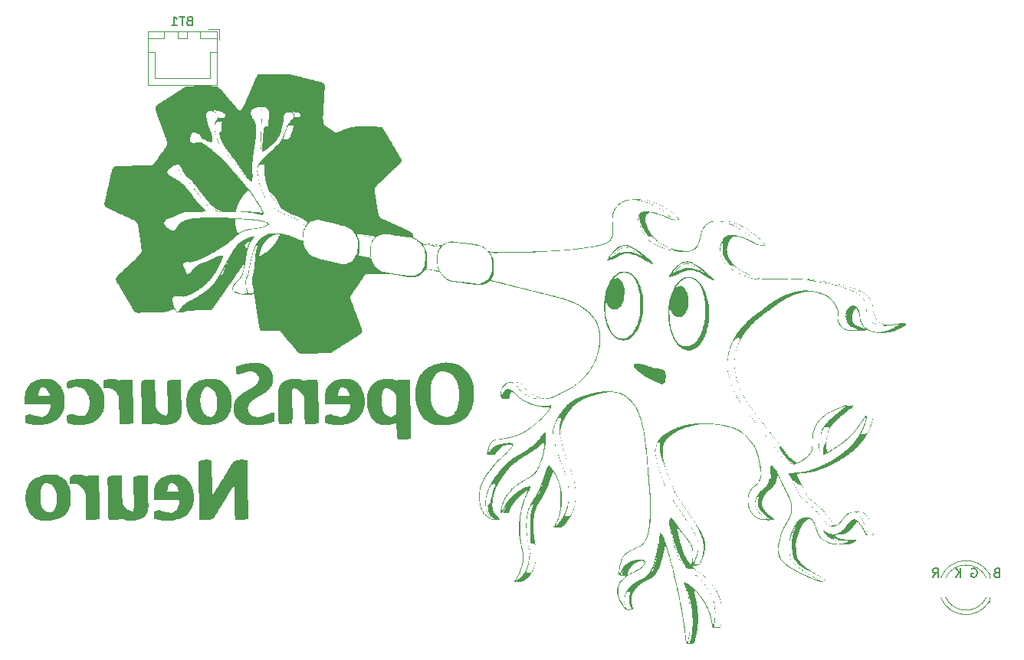
<source format=gbr>
%TF.GenerationSoftware,KiCad,Pcbnew,9.0.4*%
%TF.CreationDate,2025-10-09T22:00:13+02:00*%
%TF.ProjectId,Spikeling_v3.0,5370696b-656c-4696-9e67-5f76332e302e,rev?*%
%TF.SameCoordinates,Original*%
%TF.FileFunction,Legend,Bot*%
%TF.FilePolarity,Positive*%
%FSLAX46Y46*%
G04 Gerber Fmt 4.6, Leading zero omitted, Abs format (unit mm)*
G04 Created by KiCad (PCBNEW 9.0.4) date 2025-10-09 22:00:13*
%MOMM*%
%LPD*%
G01*
G04 APERTURE LIST*
%ADD10C,0.150000*%
%ADD11C,0.120000*%
%ADD12C,0.000000*%
G04 APERTURE END LIST*
D10*
X217354887Y-113671009D02*
X217212030Y-113718628D01*
X217212030Y-113718628D02*
X217164411Y-113766247D01*
X217164411Y-113766247D02*
X217116792Y-113861485D01*
X217116792Y-113861485D02*
X217116792Y-114004342D01*
X217116792Y-114004342D02*
X217164411Y-114099580D01*
X217164411Y-114099580D02*
X217212030Y-114147200D01*
X217212030Y-114147200D02*
X217307268Y-114194819D01*
X217307268Y-114194819D02*
X217688220Y-114194819D01*
X217688220Y-114194819D02*
X217688220Y-113194819D01*
X217688220Y-113194819D02*
X217354887Y-113194819D01*
X217354887Y-113194819D02*
X217259649Y-113242438D01*
X217259649Y-113242438D02*
X217212030Y-113290057D01*
X217212030Y-113290057D02*
X217164411Y-113385295D01*
X217164411Y-113385295D02*
X217164411Y-113480533D01*
X217164411Y-113480533D02*
X217212030Y-113575771D01*
X217212030Y-113575771D02*
X217259649Y-113623390D01*
X217259649Y-113623390D02*
X217354887Y-113671009D01*
X217354887Y-113671009D02*
X217688220Y-113671009D01*
X214640601Y-113242438D02*
X214735839Y-113194819D01*
X214735839Y-113194819D02*
X214878696Y-113194819D01*
X214878696Y-113194819D02*
X215021553Y-113242438D01*
X215021553Y-113242438D02*
X215116791Y-113337676D01*
X215116791Y-113337676D02*
X215164410Y-113432914D01*
X215164410Y-113432914D02*
X215212029Y-113623390D01*
X215212029Y-113623390D02*
X215212029Y-113766247D01*
X215212029Y-113766247D02*
X215164410Y-113956723D01*
X215164410Y-113956723D02*
X215116791Y-114051961D01*
X215116791Y-114051961D02*
X215021553Y-114147200D01*
X215021553Y-114147200D02*
X214878696Y-114194819D01*
X214878696Y-114194819D02*
X214783458Y-114194819D01*
X214783458Y-114194819D02*
X214640601Y-114147200D01*
X214640601Y-114147200D02*
X214592982Y-114099580D01*
X214592982Y-114099580D02*
X214592982Y-113766247D01*
X214592982Y-113766247D02*
X214783458Y-113766247D01*
X213402505Y-114194819D02*
X213402505Y-113194819D01*
X212831077Y-114194819D02*
X213259648Y-113623390D01*
X212831077Y-113194819D02*
X213402505Y-113766247D01*
X210307267Y-114194819D02*
X210640600Y-113718628D01*
X210878695Y-114194819D02*
X210878695Y-113194819D01*
X210878695Y-113194819D02*
X210497743Y-113194819D01*
X210497743Y-113194819D02*
X210402505Y-113242438D01*
X210402505Y-113242438D02*
X210354886Y-113290057D01*
X210354886Y-113290057D02*
X210307267Y-113385295D01*
X210307267Y-113385295D02*
X210307267Y-113528152D01*
X210307267Y-113528152D02*
X210354886Y-113623390D01*
X210354886Y-113623390D02*
X210402505Y-113671009D01*
X210402505Y-113671009D02*
X210497743Y-113718628D01*
X210497743Y-113718628D02*
X210878695Y-113718628D01*
X128210714Y-52681009D02*
X128067857Y-52728628D01*
X128067857Y-52728628D02*
X128020238Y-52776247D01*
X128020238Y-52776247D02*
X127972619Y-52871485D01*
X127972619Y-52871485D02*
X127972619Y-53014342D01*
X127972619Y-53014342D02*
X128020238Y-53109580D01*
X128020238Y-53109580D02*
X128067857Y-53157200D01*
X128067857Y-53157200D02*
X128163095Y-53204819D01*
X128163095Y-53204819D02*
X128544047Y-53204819D01*
X128544047Y-53204819D02*
X128544047Y-52204819D01*
X128544047Y-52204819D02*
X128210714Y-52204819D01*
X128210714Y-52204819D02*
X128115476Y-52252438D01*
X128115476Y-52252438D02*
X128067857Y-52300057D01*
X128067857Y-52300057D02*
X128020238Y-52395295D01*
X128020238Y-52395295D02*
X128020238Y-52490533D01*
X128020238Y-52490533D02*
X128067857Y-52585771D01*
X128067857Y-52585771D02*
X128115476Y-52633390D01*
X128115476Y-52633390D02*
X128210714Y-52681009D01*
X128210714Y-52681009D02*
X128544047Y-52681009D01*
X127686904Y-52204819D02*
X127115476Y-52204819D01*
X127401190Y-53204819D02*
X127401190Y-52204819D01*
X126258333Y-53204819D02*
X126829761Y-53204819D01*
X126544047Y-53204819D02*
X126544047Y-52204819D01*
X126544047Y-52204819D02*
X126639285Y-52347676D01*
X126639285Y-52347676D02*
X126734523Y-52442914D01*
X126734523Y-52442914D02*
X126829761Y-52490533D01*
D11*
%TO.C,BT1*%
X123615000Y-53840000D02*
X131235000Y-53840000D01*
X123615000Y-59810000D02*
X123615000Y-53840000D01*
X123625000Y-53850000D02*
X125425000Y-53850000D01*
X123625000Y-54600000D02*
X123625000Y-53850000D01*
X123625000Y-56100000D02*
X124375000Y-56100000D01*
X124375000Y-56100000D02*
X124375000Y-59050000D01*
X124375000Y-59050000D02*
X127425000Y-59050000D01*
X125425000Y-53850000D02*
X125425000Y-54600000D01*
X125425000Y-54600000D02*
X123625000Y-54600000D01*
X126925000Y-53850000D02*
X127925000Y-53850000D01*
X126925000Y-54600000D02*
X126925000Y-53850000D01*
X127925000Y-53850000D02*
X127925000Y-54600000D01*
X127925000Y-54600000D02*
X126925000Y-54600000D01*
X129425000Y-53850000D02*
X131225000Y-53850000D01*
X129425000Y-54600000D02*
X129425000Y-53850000D01*
X130275000Y-53550000D02*
X131525000Y-53550000D01*
X130475000Y-56100000D02*
X130475000Y-59050000D01*
X130475000Y-59050000D02*
X127425000Y-59050000D01*
X131225000Y-53850000D02*
X131225000Y-54600000D01*
X131225000Y-54600000D02*
X129425000Y-54600000D01*
X131225000Y-56100000D02*
X130475000Y-56100000D01*
X131235000Y-53840000D02*
X131235000Y-59810000D01*
X131235000Y-59810000D02*
X123615000Y-59810000D01*
X131525000Y-53550000D02*
X131525000Y-54800000D01*
D12*
%TO.C,G\u002A\u002A\u002A*%
G36*
X132141935Y-67113930D02*
G01*
X132123313Y-67132552D01*
X132104692Y-67113930D01*
X132123313Y-67095308D01*
X132141935Y-67113930D01*
G37*
G36*
X132924046Y-68007771D02*
G01*
X132905425Y-68026393D01*
X132886803Y-68007771D01*
X132905425Y-67989150D01*
X132924046Y-68007771D01*
G37*
G36*
X133817888Y-69125074D02*
G01*
X133799266Y-69143695D01*
X133780645Y-69125074D01*
X133799266Y-69106452D01*
X133817888Y-69125074D01*
G37*
G36*
X136164222Y-67002200D02*
G01*
X136145601Y-67020821D01*
X136126979Y-67002200D01*
X136145601Y-66983578D01*
X136164222Y-67002200D01*
G37*
G36*
X136722873Y-72365249D02*
G01*
X136704252Y-72383871D01*
X136685630Y-72365249D01*
X136704252Y-72346628D01*
X136722873Y-72365249D01*
G37*
G36*
X136946334Y-72700440D02*
G01*
X136927712Y-72719062D01*
X136909090Y-72700440D01*
X136927712Y-72681818D01*
X136946334Y-72700440D01*
G37*
G36*
X137169794Y-71806598D02*
G01*
X137151173Y-71825220D01*
X137132551Y-71806598D01*
X137151173Y-71787977D01*
X137169794Y-71806598D01*
G37*
G36*
X166443108Y-94152639D02*
G01*
X166424486Y-94171261D01*
X166405865Y-94152639D01*
X166424486Y-94134018D01*
X166443108Y-94152639D01*
G37*
G36*
X169795014Y-100856452D02*
G01*
X169776392Y-100875074D01*
X169757771Y-100856452D01*
X169776392Y-100837830D01*
X169795014Y-100856452D01*
G37*
G36*
X169906744Y-101191642D02*
G01*
X169888123Y-101210264D01*
X169869501Y-101191642D01*
X169888123Y-101173021D01*
X169906744Y-101191642D01*
G37*
G36*
X170353665Y-102308944D02*
G01*
X170335044Y-102327566D01*
X170316422Y-102308944D01*
X170335044Y-102290323D01*
X170353665Y-102308944D01*
G37*
G36*
X176982991Y-77914516D02*
G01*
X176964369Y-77933138D01*
X176945747Y-77914516D01*
X176964369Y-77895895D01*
X176982991Y-77914516D01*
G37*
G36*
X177057478Y-77951760D02*
G01*
X177038856Y-77970381D01*
X177020234Y-77951760D01*
X177038856Y-77933138D01*
X177057478Y-77951760D01*
G37*
G36*
X177280938Y-78100733D02*
G01*
X177262316Y-78119355D01*
X177243695Y-78100733D01*
X177262316Y-78082112D01*
X177280938Y-78100733D01*
G37*
G36*
X178621700Y-76499267D02*
G01*
X178603079Y-76517889D01*
X178584457Y-76499267D01*
X178603079Y-76480645D01*
X178621700Y-76499267D01*
G37*
G36*
X179403812Y-72700440D02*
G01*
X179385190Y-72719062D01*
X179366568Y-72700440D01*
X179385190Y-72681818D01*
X179403812Y-72700440D01*
G37*
G36*
X180297653Y-102867596D02*
G01*
X180279032Y-102886217D01*
X180260410Y-102867596D01*
X180279032Y-102848974D01*
X180297653Y-102867596D01*
G37*
G36*
X180856305Y-104320088D02*
G01*
X180837683Y-104338710D01*
X180819061Y-104320088D01*
X180837683Y-104301466D01*
X180856305Y-104320088D01*
G37*
G36*
X180968035Y-77951760D02*
G01*
X180949413Y-77970381D01*
X180930791Y-77951760D01*
X180949413Y-77933138D01*
X180968035Y-77951760D01*
G37*
G36*
X181079765Y-77951760D02*
G01*
X181061143Y-77970381D01*
X181042522Y-77951760D01*
X181061143Y-77933138D01*
X181079765Y-77951760D01*
G37*
G36*
X181191495Y-103202786D02*
G01*
X181172873Y-103221408D01*
X181154252Y-103202786D01*
X181172873Y-103184164D01*
X181191495Y-103202786D01*
G37*
G36*
X181414956Y-105325660D02*
G01*
X181396334Y-105344282D01*
X181377712Y-105325660D01*
X181396334Y-105307038D01*
X181414956Y-105325660D01*
G37*
G36*
X181638416Y-78063490D02*
G01*
X181619794Y-78082112D01*
X181601173Y-78063490D01*
X181619794Y-78044868D01*
X181638416Y-78063490D01*
G37*
G36*
X181638416Y-104320088D02*
G01*
X181619794Y-104338710D01*
X181601173Y-104320088D01*
X181619794Y-104301466D01*
X181638416Y-104320088D01*
G37*
G36*
X181973607Y-104990469D02*
G01*
X181954985Y-105009091D01*
X181936363Y-104990469D01*
X181954985Y-104971848D01*
X181973607Y-104990469D01*
G37*
G36*
X183202639Y-115828299D02*
G01*
X183184017Y-115846921D01*
X183165395Y-115828299D01*
X183184017Y-115809678D01*
X183202639Y-115828299D01*
G37*
G36*
X183426099Y-108342376D02*
G01*
X183407478Y-108360997D01*
X183388856Y-108342376D01*
X183407478Y-108323754D01*
X183426099Y-108342376D01*
G37*
G36*
X183798533Y-79739443D02*
G01*
X183779912Y-79758065D01*
X183761290Y-79739443D01*
X183779912Y-79720821D01*
X183798533Y-79739443D01*
G37*
G36*
X183873020Y-79776686D02*
G01*
X183854398Y-79795308D01*
X183835777Y-79776686D01*
X183854398Y-79758065D01*
X183873020Y-79776686D01*
G37*
G36*
X184096480Y-79925660D02*
G01*
X184077859Y-79944282D01*
X184059237Y-79925660D01*
X184077859Y-79907038D01*
X184096480Y-79925660D01*
G37*
G36*
X186107624Y-116610411D02*
G01*
X186089002Y-116629032D01*
X186070381Y-116610411D01*
X186089002Y-116591789D01*
X186107624Y-116610411D01*
G37*
G36*
X186107624Y-116722141D02*
G01*
X186089002Y-116740763D01*
X186070381Y-116722141D01*
X186089002Y-116703519D01*
X186107624Y-116722141D01*
G37*
G36*
X186331085Y-117839443D02*
G01*
X186312463Y-117858065D01*
X186293841Y-117839443D01*
X186312463Y-117820821D01*
X186331085Y-117839443D01*
G37*
G36*
X186331085Y-118062903D02*
G01*
X186312463Y-118081525D01*
X186293841Y-118062903D01*
X186312463Y-118044282D01*
X186331085Y-118062903D01*
G37*
G36*
X188230498Y-93258798D02*
G01*
X188211876Y-93277420D01*
X188193255Y-93258798D01*
X188211876Y-93240176D01*
X188230498Y-93258798D01*
G37*
G36*
X188789149Y-75158505D02*
G01*
X188770527Y-75177126D01*
X188751906Y-75158505D01*
X188770527Y-75139883D01*
X188789149Y-75158505D01*
G37*
G36*
X188789149Y-80521554D02*
G01*
X188770527Y-80540176D01*
X188751906Y-80521554D01*
X188770527Y-80502933D01*
X188789149Y-80521554D01*
G37*
G36*
X189012610Y-93258798D02*
G01*
X188993988Y-93277420D01*
X188975366Y-93258798D01*
X188993988Y-93240176D01*
X189012610Y-93258798D01*
G37*
G36*
X189347800Y-95269942D02*
G01*
X189329178Y-95288563D01*
X189310557Y-95269942D01*
X189329178Y-95251320D01*
X189347800Y-95269942D01*
G37*
G36*
X189571261Y-95605132D02*
G01*
X189552639Y-95623754D01*
X189534017Y-95605132D01*
X189552639Y-95586510D01*
X189571261Y-95605132D01*
G37*
G36*
X191023753Y-77281378D02*
G01*
X191005131Y-77300000D01*
X190986510Y-77281378D01*
X191005131Y-77262757D01*
X191023753Y-77281378D01*
G37*
G36*
X191582404Y-98174927D02*
G01*
X191563783Y-98193549D01*
X191545161Y-98174927D01*
X191563783Y-98156305D01*
X191582404Y-98174927D01*
G37*
G36*
X193481818Y-100632991D02*
G01*
X193463196Y-100651613D01*
X193444574Y-100632991D01*
X193463196Y-100614370D01*
X193481818Y-100632991D01*
G37*
G36*
X194152199Y-101303373D02*
G01*
X194133577Y-101321994D01*
X194114956Y-101303373D01*
X194133577Y-101284751D01*
X194152199Y-101303373D01*
G37*
G36*
X194487390Y-111135631D02*
G01*
X194468768Y-111154252D01*
X194450146Y-111135631D01*
X194468768Y-111117009D01*
X194487390Y-111135631D01*
G37*
G36*
X194599120Y-112029472D02*
G01*
X194580498Y-112048094D01*
X194561876Y-112029472D01*
X194580498Y-112010851D01*
X194599120Y-112029472D01*
G37*
G36*
X195157771Y-112811584D02*
G01*
X195139149Y-112830205D01*
X195120527Y-112811584D01*
X195139149Y-112792962D01*
X195157771Y-112811584D01*
G37*
G36*
X196051612Y-104431818D02*
G01*
X196032991Y-104450440D01*
X196014369Y-104431818D01*
X196032991Y-104413197D01*
X196051612Y-104431818D01*
G37*
G36*
X196498533Y-105213930D02*
G01*
X196479912Y-105232552D01*
X196461290Y-105213930D01*
X196479912Y-105195308D01*
X196498533Y-105213930D01*
G37*
G36*
X196945454Y-114040616D02*
G01*
X196926832Y-114059238D01*
X196908211Y-114040616D01*
X196926832Y-114021994D01*
X196945454Y-114040616D01*
G37*
G36*
X197839296Y-100186071D02*
G01*
X197820674Y-100204692D01*
X197802052Y-100186071D01*
X197820674Y-100167449D01*
X197839296Y-100186071D01*
G37*
G36*
X197839296Y-100297801D02*
G01*
X197820674Y-100316422D01*
X197802052Y-100297801D01*
X197820674Y-100279179D01*
X197839296Y-100297801D01*
G37*
G36*
X198844868Y-108454106D02*
G01*
X198826246Y-108472727D01*
X198807624Y-108454106D01*
X198826246Y-108435484D01*
X198844868Y-108454106D01*
G37*
G36*
X203537536Y-108342376D02*
G01*
X203518914Y-108360997D01*
X203500293Y-108342376D01*
X203518914Y-108323754D01*
X203537536Y-108342376D01*
G37*
G36*
X203649266Y-108677566D02*
G01*
X203630645Y-108696188D01*
X203612023Y-108677566D01*
X203630645Y-108658944D01*
X203649266Y-108677566D01*
G37*
G36*
X203984457Y-85437683D02*
G01*
X203965835Y-85456305D01*
X203947214Y-85437683D01*
X203965835Y-85419062D01*
X203984457Y-85437683D01*
G37*
G36*
X126887675Y-68749536D02*
G01*
X126885042Y-68787310D01*
X126868114Y-68798418D01*
X126860734Y-68785242D01*
X126865174Y-68727035D01*
X126878580Y-68709796D01*
X126887675Y-68749536D01*
G37*
G36*
X127225806Y-69516129D02*
G01*
X127223118Y-69535846D01*
X127200977Y-69540958D01*
X127196520Y-69535499D01*
X127200977Y-69491300D01*
X127212179Y-69485474D01*
X127225806Y-69516129D01*
G37*
G36*
X127511339Y-69900978D02*
G01*
X127517165Y-69912180D01*
X127486510Y-69925807D01*
X127466793Y-69923119D01*
X127461681Y-69900978D01*
X127467140Y-69896520D01*
X127511339Y-69900978D01*
G37*
G36*
X129410752Y-65469013D02*
G01*
X129416579Y-65480215D01*
X129385923Y-65493842D01*
X129366207Y-65491154D01*
X129361094Y-65469013D01*
X129366553Y-65464556D01*
X129410752Y-65469013D01*
G37*
G36*
X129572140Y-72309384D02*
G01*
X129569453Y-72329101D01*
X129547311Y-72334213D01*
X129542854Y-72328755D01*
X129547311Y-72284555D01*
X129558514Y-72278729D01*
X129572140Y-72309384D01*
G37*
G36*
X130639784Y-73364614D02*
G01*
X130645611Y-73375816D01*
X130614956Y-73389443D01*
X130595239Y-73386755D01*
X130590127Y-73364614D01*
X130595585Y-73360157D01*
X130639784Y-73364614D01*
G37*
G36*
X131130483Y-65195895D02*
G01*
X131125291Y-65247128D01*
X131111698Y-65242449D01*
X131106779Y-65225591D01*
X131111698Y-65149340D01*
X131124630Y-65143023D01*
X131130483Y-65195895D01*
G37*
G36*
X132253665Y-67281525D02*
G01*
X132250977Y-67301242D01*
X132228836Y-67306354D01*
X132224379Y-67300895D01*
X132228836Y-67256696D01*
X132240038Y-67250870D01*
X132253665Y-67281525D01*
G37*
G36*
X133926678Y-69270943D02*
G01*
X133924045Y-69308718D01*
X133907117Y-69319825D01*
X133899737Y-69306649D01*
X133904177Y-69248442D01*
X133917582Y-69231204D01*
X133926678Y-69270943D01*
G37*
G36*
X134485329Y-82045430D02*
G01*
X134482696Y-82083205D01*
X134465768Y-82094312D01*
X134458388Y-82081136D01*
X134462828Y-82022929D01*
X134476233Y-82005690D01*
X134485329Y-82045430D01*
G37*
G36*
X134817579Y-80130499D02*
G01*
X134812388Y-80181732D01*
X134798794Y-80177053D01*
X134793875Y-80160195D01*
X134798794Y-80083944D01*
X134811727Y-80077627D01*
X134817579Y-80130499D01*
G37*
G36*
X135717302Y-69069208D02*
G01*
X135714614Y-69088925D01*
X135692473Y-69094037D01*
X135688015Y-69088579D01*
X135692473Y-69044379D01*
X135703675Y-69038553D01*
X135717302Y-69069208D01*
G37*
G36*
X136114565Y-71130010D02*
G01*
X136120391Y-71141212D01*
X136089736Y-71154839D01*
X136070019Y-71152151D01*
X136064907Y-71130010D01*
X136070365Y-71125553D01*
X136114565Y-71130010D01*
G37*
G36*
X136164222Y-62402639D02*
G01*
X136161535Y-62422356D01*
X136139393Y-62427468D01*
X136134936Y-62422010D01*
X136139393Y-62377811D01*
X136150596Y-62371984D01*
X136164222Y-62402639D01*
G37*
G36*
X136831663Y-72548363D02*
G01*
X136829030Y-72586137D01*
X136812102Y-72597245D01*
X136804722Y-72584069D01*
X136809162Y-72525862D01*
X136822568Y-72508623D01*
X136831663Y-72548363D01*
G37*
G36*
X137120136Y-71688661D02*
G01*
X137125963Y-71699863D01*
X137095307Y-71713490D01*
X137075591Y-71710802D01*
X137070479Y-71688661D01*
X137075937Y-71684204D01*
X137120136Y-71688661D01*
G37*
G36*
X137231867Y-71912121D02*
G01*
X137237693Y-71923324D01*
X137207038Y-71936950D01*
X137187321Y-71934263D01*
X137182209Y-71912121D01*
X137187667Y-71907664D01*
X137231867Y-71912121D01*
G37*
G36*
X137393255Y-73203226D02*
G01*
X137390567Y-73222943D01*
X137368426Y-73228055D01*
X137363968Y-73222596D01*
X137368426Y-73178397D01*
X137379628Y-73172570D01*
X137393255Y-73203226D01*
G37*
G36*
X137902248Y-73588074D02*
G01*
X137908074Y-73599277D01*
X137877419Y-73612903D01*
X137857702Y-73610216D01*
X137852590Y-73588074D01*
X137858049Y-73583617D01*
X137902248Y-73588074D01*
G37*
G36*
X139041275Y-74146889D02*
G01*
X139047593Y-74159821D01*
X138994721Y-74165674D01*
X138943488Y-74160482D01*
X138948167Y-74146889D01*
X138965025Y-74141970D01*
X139041275Y-74146889D01*
G37*
G36*
X140025122Y-74593646D02*
G01*
X140030948Y-74604848D01*
X140000293Y-74618475D01*
X139980576Y-74615787D01*
X139975464Y-74593646D01*
X139980923Y-74589189D01*
X140025122Y-74593646D01*
G37*
G36*
X140360312Y-74817107D02*
G01*
X140366139Y-74828309D01*
X140335483Y-74841936D01*
X140315767Y-74839248D01*
X140310654Y-74817107D01*
X140316113Y-74812649D01*
X140360312Y-74817107D01*
G37*
G36*
X147716660Y-76492447D02*
G01*
X147733899Y-76505853D01*
X147694159Y-76514948D01*
X147656384Y-76512315D01*
X147645277Y-76495388D01*
X147658453Y-76488007D01*
X147716660Y-76492447D01*
G37*
G36*
X148231085Y-76555132D02*
G01*
X148228397Y-76574849D01*
X148206256Y-76579961D01*
X148201798Y-76574502D01*
X148206256Y-76530303D01*
X148217458Y-76524477D01*
X148231085Y-76555132D01*
G37*
G36*
X148538343Y-76604953D02*
G01*
X148544660Y-76617886D01*
X148491788Y-76623738D01*
X148440555Y-76618547D01*
X148445234Y-76604953D01*
X148462092Y-76600034D01*
X148538343Y-76604953D01*
G37*
G36*
X154996969Y-77386901D02*
G01*
X155002796Y-77398104D01*
X154972140Y-77411730D01*
X154952424Y-77409043D01*
X154947311Y-77386901D01*
X154952770Y-77382444D01*
X154996969Y-77386901D01*
G37*
G36*
X165655116Y-110521115D02*
G01*
X165649925Y-110572347D01*
X165636331Y-110567669D01*
X165631412Y-110550810D01*
X165636331Y-110474560D01*
X165649263Y-110468243D01*
X165655116Y-110521115D01*
G37*
G36*
X168516324Y-98950831D02*
G01*
X168522151Y-98962033D01*
X168491495Y-98975660D01*
X168471779Y-98972972D01*
X168466666Y-98950831D01*
X168472125Y-98946374D01*
X168516324Y-98950831D01*
G37*
G36*
X168516324Y-99062561D02*
G01*
X168522151Y-99073763D01*
X168491495Y-99087390D01*
X168471779Y-99084702D01*
X168466666Y-99062561D01*
X168472125Y-99058104D01*
X168516324Y-99062561D01*
G37*
G36*
X168739784Y-99956403D02*
G01*
X168745611Y-99967605D01*
X168714956Y-99981232D01*
X168695239Y-99978544D01*
X168690127Y-99956403D01*
X168695585Y-99951946D01*
X168739784Y-99956403D01*
G37*
G36*
X168783562Y-100130205D02*
G01*
X168778370Y-100181438D01*
X168764777Y-100176760D01*
X168759858Y-100159901D01*
X168764777Y-100083651D01*
X168777709Y-100077334D01*
X168783562Y-100130205D01*
G37*
G36*
X168898232Y-100480914D02*
G01*
X168895599Y-100518689D01*
X168878671Y-100529796D01*
X168871291Y-100516620D01*
X168875731Y-100458413D01*
X168889137Y-100441174D01*
X168898232Y-100480914D01*
G37*
G36*
X169342213Y-99348094D02*
G01*
X169337021Y-99399327D01*
X169323428Y-99394648D01*
X169318509Y-99377790D01*
X169323428Y-99301540D01*
X169336360Y-99295222D01*
X169342213Y-99348094D01*
G37*
G36*
X169456883Y-99810533D02*
G01*
X169454250Y-99848307D01*
X169437322Y-99859415D01*
X169429942Y-99846239D01*
X169434382Y-99788032D01*
X169447788Y-99770793D01*
X169456883Y-99810533D01*
G37*
G36*
X169456883Y-101933407D02*
G01*
X169454250Y-101971181D01*
X169437322Y-101982289D01*
X169429942Y-101969113D01*
X169434382Y-101910906D01*
X169447788Y-101893667D01*
X169456883Y-101933407D01*
G37*
G36*
X169568614Y-100220210D02*
G01*
X169565980Y-100257985D01*
X169549053Y-100269092D01*
X169541672Y-100255916D01*
X169546112Y-100197709D01*
X169559518Y-100180470D01*
X169568614Y-100220210D01*
G37*
G36*
X169680344Y-100555401D02*
G01*
X169677710Y-100593176D01*
X169660783Y-100604283D01*
X169653403Y-100591107D01*
X169657843Y-100532900D01*
X169671248Y-100515661D01*
X169680344Y-100555401D01*
G37*
G36*
X169792074Y-102938979D02*
G01*
X169789441Y-102976753D01*
X169772513Y-102987861D01*
X169765133Y-102974684D01*
X169769573Y-102916477D01*
X169782978Y-102899239D01*
X169792074Y-102938979D01*
G37*
G36*
X169857087Y-103196579D02*
G01*
X169862913Y-103207781D01*
X169832258Y-103221408D01*
X169812541Y-103218720D01*
X169807429Y-103196579D01*
X169812887Y-103192122D01*
X169857087Y-103196579D01*
G37*
G36*
X169903804Y-103348656D02*
G01*
X169901171Y-103386431D01*
X169884243Y-103397538D01*
X169876863Y-103384362D01*
X169881303Y-103326155D01*
X169894709Y-103308916D01*
X169903804Y-103348656D01*
G37*
G36*
X169968817Y-101297165D02*
G01*
X169974643Y-101308368D01*
X169943988Y-101321994D01*
X169924271Y-101319307D01*
X169919159Y-101297165D01*
X169924618Y-101292708D01*
X169968817Y-101297165D01*
G37*
G36*
X170015534Y-101449243D02*
G01*
X170012901Y-101487017D01*
X169995973Y-101498125D01*
X169988593Y-101484948D01*
X169993033Y-101426741D01*
X170006439Y-101409503D01*
X170015534Y-101449243D01*
G37*
G36*
X170127265Y-101709946D02*
G01*
X170124631Y-101747721D01*
X170107704Y-101758828D01*
X170100323Y-101745652D01*
X170104763Y-101687445D01*
X170118169Y-101670206D01*
X170127265Y-101709946D01*
G37*
G36*
X170192277Y-101855816D02*
G01*
X170198104Y-101867019D01*
X170167448Y-101880645D01*
X170147732Y-101877958D01*
X170142619Y-101855816D01*
X170148078Y-101851359D01*
X170192277Y-101855816D01*
G37*
G36*
X170238995Y-102007894D02*
G01*
X170236361Y-102045668D01*
X170219434Y-102056776D01*
X170212054Y-102043599D01*
X170216494Y-101985392D01*
X170229899Y-101968154D01*
X170238995Y-102007894D01*
G37*
G36*
X170462455Y-102678275D02*
G01*
X170459822Y-102716049D01*
X170442894Y-102727157D01*
X170435514Y-102713981D01*
X170439954Y-102655774D01*
X170453360Y-102638535D01*
X170462455Y-102678275D01*
G37*
G36*
X170574185Y-103050709D02*
G01*
X170571552Y-103088483D01*
X170554624Y-103099591D01*
X170547244Y-103086415D01*
X170551684Y-103028208D01*
X170565090Y-103010969D01*
X170574185Y-103050709D01*
G37*
G36*
X170682975Y-103482112D02*
G01*
X170677784Y-103533345D01*
X170664190Y-103528666D01*
X170659271Y-103511808D01*
X170664190Y-103435557D01*
X170677122Y-103429240D01*
X170682975Y-103482112D01*
G37*
G36*
X170794706Y-103929032D02*
G01*
X170789514Y-103980265D01*
X170775920Y-103975587D01*
X170771001Y-103958728D01*
X170775920Y-103882478D01*
X170788853Y-103876161D01*
X170794706Y-103929032D01*
G37*
G36*
X176384156Y-117352175D02*
G01*
X176381523Y-117389950D01*
X176364595Y-117401057D01*
X176357215Y-117387881D01*
X176361655Y-117329674D01*
X176375060Y-117312435D01*
X176384156Y-117352175D01*
G37*
G36*
X177948379Y-75229888D02*
G01*
X177945746Y-75267662D01*
X177928818Y-75278770D01*
X177921438Y-75265594D01*
X177925878Y-75207387D01*
X177939283Y-75190148D01*
X177948379Y-75229888D01*
G37*
G36*
X178398240Y-72644575D02*
G01*
X178395552Y-72664292D01*
X178373411Y-72669404D01*
X178368954Y-72663945D01*
X178373411Y-72619746D01*
X178384613Y-72613919D01*
X178398240Y-72644575D01*
G37*
G36*
X179038361Y-72581890D02*
G01*
X179055600Y-72595296D01*
X179015860Y-72604391D01*
X178978085Y-72601758D01*
X178966978Y-72584830D01*
X178980154Y-72577450D01*
X179038361Y-72581890D01*
G37*
G36*
X179403812Y-77225513D02*
G01*
X179401124Y-77245230D01*
X179378983Y-77250342D01*
X179374526Y-77244884D01*
X179378983Y-77200684D01*
X179390185Y-77194858D01*
X179403812Y-77225513D01*
G37*
G36*
X179689345Y-73141154D02*
G01*
X179695171Y-73152356D01*
X179664516Y-73165983D01*
X179644799Y-73163295D01*
X179639687Y-73141154D01*
X179645145Y-73136696D01*
X179689345Y-73141154D01*
G37*
G36*
X179736062Y-100480914D02*
G01*
X179733429Y-100518689D01*
X179716501Y-100529796D01*
X179709121Y-100516620D01*
X179713561Y-100458413D01*
X179726967Y-100441174D01*
X179736062Y-100480914D01*
G37*
G36*
X179739002Y-77448974D02*
G01*
X179736315Y-77468690D01*
X179714174Y-77473803D01*
X179709716Y-77468344D01*
X179714174Y-77424145D01*
X179725376Y-77418318D01*
X179739002Y-77448974D01*
G37*
G36*
X180024535Y-73364614D02*
G01*
X180030362Y-73375816D01*
X179999706Y-73389443D01*
X179979990Y-73386755D01*
X179974877Y-73364614D01*
X179980336Y-73360157D01*
X180024535Y-73364614D01*
G37*
G36*
X180071253Y-102045137D02*
G01*
X180068619Y-102082912D01*
X180051692Y-102094019D01*
X180044312Y-102080843D01*
X180048752Y-102022636D01*
X180062157Y-102005397D01*
X180071253Y-102045137D01*
G37*
G36*
X180406443Y-103162439D02*
G01*
X180403810Y-103200214D01*
X180386882Y-103211321D01*
X180379502Y-103198145D01*
X180383942Y-103139938D01*
X180397348Y-103122699D01*
X180406443Y-103162439D01*
G37*
G36*
X180471456Y-103308309D02*
G01*
X180477283Y-103319511D01*
X180446627Y-103333138D01*
X180426911Y-103330450D01*
X180421798Y-103308309D01*
X180427257Y-103303852D01*
X180471456Y-103308309D01*
G37*
G36*
X180677071Y-77833210D02*
G01*
X180694309Y-77846615D01*
X180654569Y-77855711D01*
X180616795Y-77853078D01*
X180605687Y-77836150D01*
X180618864Y-77828770D01*
X180677071Y-77833210D01*
G37*
G36*
X180853364Y-102156867D02*
G01*
X180850731Y-102194642D01*
X180833803Y-102205749D01*
X180826423Y-102192573D01*
X180830863Y-102134366D01*
X180844269Y-102117127D01*
X180853364Y-102156867D01*
G37*
G36*
X180965094Y-102492058D02*
G01*
X180962461Y-102529832D01*
X180945534Y-102540940D01*
X180938153Y-102527764D01*
X180942593Y-102469557D01*
X180955999Y-102452318D01*
X180965094Y-102492058D01*
G37*
G36*
X181076825Y-102901735D02*
G01*
X181074191Y-102939510D01*
X181057264Y-102950617D01*
X181049883Y-102937441D01*
X181054323Y-102879234D01*
X181067729Y-102861995D01*
X181076825Y-102901735D01*
G37*
G36*
X181076825Y-104801149D02*
G01*
X181074191Y-104838923D01*
X181057264Y-104850031D01*
X181049883Y-104836855D01*
X181054323Y-104778648D01*
X181067729Y-104761409D01*
X181076825Y-104801149D01*
G37*
G36*
X181161235Y-77721480D02*
G01*
X181178474Y-77734885D01*
X181138734Y-77743981D01*
X181100959Y-77741347D01*
X181089852Y-77724420D01*
X181103028Y-77717040D01*
X181161235Y-77721480D01*
G37*
G36*
X181300285Y-103497630D02*
G01*
X181297652Y-103535404D01*
X181280724Y-103546512D01*
X181273344Y-103533335D01*
X181277784Y-103475128D01*
X181291189Y-103457890D01*
X181300285Y-103497630D01*
G37*
G36*
X181303225Y-77784164D02*
G01*
X181300538Y-77803881D01*
X181278396Y-77808993D01*
X181273939Y-77803535D01*
X181278396Y-77759335D01*
X181289599Y-77753509D01*
X181303225Y-77784164D01*
G37*
G36*
X181303225Y-105158065D02*
G01*
X181300538Y-105177781D01*
X181278396Y-105182894D01*
X181273939Y-105177435D01*
X181278396Y-105133236D01*
X181289599Y-105127409D01*
X181303225Y-105158065D01*
G37*
G36*
X181365298Y-103643500D02*
G01*
X181371124Y-103654702D01*
X181340469Y-103668329D01*
X181320752Y-103665641D01*
X181315640Y-103643500D01*
X181321098Y-103639042D01*
X181365298Y-103643500D01*
G37*
G36*
X181412015Y-103795577D02*
G01*
X181409382Y-103833351D01*
X181392454Y-103844459D01*
X181385074Y-103831283D01*
X181389514Y-103773076D01*
X181402920Y-103755837D01*
X181412015Y-103795577D01*
G37*
G36*
X181526686Y-104040763D02*
G01*
X181523998Y-104060479D01*
X181501857Y-104065592D01*
X181497400Y-104060133D01*
X181501857Y-104015934D01*
X181513059Y-104010107D01*
X181526686Y-104040763D01*
G37*
G36*
X181526686Y-105493255D02*
G01*
X181523998Y-105512972D01*
X181501857Y-105518084D01*
X181497400Y-105512626D01*
X181501857Y-105468426D01*
X181513059Y-105462600D01*
X181526686Y-105493255D01*
G37*
G36*
X181700488Y-104425611D02*
G01*
X181706315Y-104436813D01*
X181675659Y-104450440D01*
X181655943Y-104447752D01*
X181650830Y-104425611D01*
X181656289Y-104421154D01*
X181700488Y-104425611D01*
G37*
G36*
X181906103Y-74704764D02*
G01*
X181923342Y-74718170D01*
X181883602Y-74727265D01*
X181845827Y-74724632D01*
X181834720Y-74707704D01*
X181847896Y-74700324D01*
X181906103Y-74704764D01*
G37*
G36*
X181970666Y-111281501D02*
G01*
X181968033Y-111319275D01*
X181951105Y-111330383D01*
X181943725Y-111317206D01*
X181948165Y-111258999D01*
X181961571Y-111241761D01*
X181970666Y-111281501D01*
G37*
G36*
X182259139Y-106548485D02*
G01*
X182264966Y-106559687D01*
X182234310Y-106573314D01*
X182214594Y-106570626D01*
X182209481Y-106548485D01*
X182214940Y-106544028D01*
X182259139Y-106548485D01*
G37*
G36*
X182594330Y-107107136D02*
G01*
X182600157Y-107118338D01*
X182569501Y-107131965D01*
X182549784Y-107129277D01*
X182544672Y-107107136D01*
X182550131Y-107102679D01*
X182594330Y-107107136D01*
G37*
G36*
X182594330Y-112470186D02*
G01*
X182600157Y-112481388D01*
X182569501Y-112495015D01*
X182549784Y-112492327D01*
X182544672Y-112470186D01*
X182550131Y-112465729D01*
X182594330Y-112470186D01*
G37*
G36*
X182706060Y-107218866D02*
G01*
X182711887Y-107230068D01*
X182681231Y-107243695D01*
X182661515Y-107241007D01*
X182656402Y-107218866D01*
X182661861Y-107214409D01*
X182706060Y-107218866D01*
G37*
G36*
X182817790Y-112805377D02*
G01*
X182823617Y-112816579D01*
X182792961Y-112830205D01*
X182773245Y-112827518D01*
X182768132Y-112805377D01*
X182773591Y-112800919D01*
X182817790Y-112805377D01*
G37*
G36*
X182867448Y-107504399D02*
G01*
X182864760Y-107524116D01*
X182842619Y-107529228D01*
X182838162Y-107523769D01*
X182842619Y-107479570D01*
X182853821Y-107473743D01*
X182867448Y-107504399D01*
G37*
G36*
X184208211Y-109739003D02*
G01*
X184205523Y-109758720D01*
X184183382Y-109763832D01*
X184178924Y-109758373D01*
X184183382Y-109714174D01*
X184194584Y-109708348D01*
X184208211Y-109739003D01*
G37*
G36*
X185660703Y-115660704D02*
G01*
X185658016Y-115680421D01*
X185635874Y-115685533D01*
X185631417Y-115680074D01*
X185635874Y-115635875D01*
X185647077Y-115630048D01*
X185660703Y-115660704D01*
G37*
G36*
X186281427Y-117386315D02*
G01*
X186287253Y-117397517D01*
X186256598Y-117411144D01*
X186236881Y-117408456D01*
X186231769Y-117386315D01*
X186237228Y-117381858D01*
X186281427Y-117386315D01*
G37*
G36*
X186889736Y-78454546D02*
G01*
X186887048Y-78474262D01*
X186864907Y-78479375D01*
X186860449Y-78473916D01*
X186864907Y-78429717D01*
X186876109Y-78423890D01*
X186889736Y-78454546D01*
G37*
G36*
X187224926Y-79236657D02*
G01*
X187222238Y-79256374D01*
X187200097Y-79261486D01*
X187195640Y-79256027D01*
X187200097Y-79211828D01*
X187211299Y-79206002D01*
X187224926Y-79236657D01*
G37*
G36*
X187398729Y-74928837D02*
G01*
X187404555Y-74940039D01*
X187373900Y-74953666D01*
X187354183Y-74950978D01*
X187349071Y-74928837D01*
X187354530Y-74924380D01*
X187398729Y-74928837D01*
G37*
G36*
X187777697Y-91750440D02*
G01*
X187772505Y-91801673D01*
X187758912Y-91796994D01*
X187753993Y-91780136D01*
X187758912Y-91703886D01*
X187771844Y-91697568D01*
X187777697Y-91750440D01*
G37*
G36*
X187892367Y-92212879D02*
G01*
X187889734Y-92250654D01*
X187872806Y-92261761D01*
X187865426Y-92248585D01*
X187869866Y-92190378D01*
X187883272Y-92173139D01*
X187892367Y-92212879D01*
G37*
G36*
X187957380Y-92470479D02*
G01*
X187963206Y-92481681D01*
X187932551Y-92495308D01*
X187912834Y-92492620D01*
X187907722Y-92470479D01*
X187913181Y-92466022D01*
X187957380Y-92470479D01*
G37*
G36*
X188007038Y-92644282D02*
G01*
X188004350Y-92663998D01*
X187982209Y-92669111D01*
X187977751Y-92663652D01*
X187982209Y-92619453D01*
X187993411Y-92613626D01*
X188007038Y-92644282D01*
G37*
G36*
X188292570Y-93364321D02*
G01*
X188298397Y-93375523D01*
X188267741Y-93389150D01*
X188248025Y-93386462D01*
X188242913Y-93364321D01*
X188248371Y-93359864D01*
X188292570Y-93364321D01*
G37*
G36*
X188339288Y-93516398D02*
G01*
X188336655Y-93554173D01*
X188319727Y-93565280D01*
X188312347Y-93552104D01*
X188316787Y-93493897D01*
X188330192Y-93476658D01*
X188339288Y-93516398D01*
G37*
G36*
X188498185Y-75039955D02*
G01*
X188515424Y-75053360D01*
X188475684Y-75062456D01*
X188437909Y-75059822D01*
X188426802Y-75042895D01*
X188439978Y-75035515D01*
X188498185Y-75039955D01*
G37*
G36*
X188565689Y-93985044D02*
G01*
X188563001Y-94004761D01*
X188540860Y-94009873D01*
X188536402Y-94004414D01*
X188540860Y-93960215D01*
X188552062Y-93954389D01*
X188565689Y-93985044D01*
G37*
G36*
X188559808Y-91862170D02*
G01*
X188554617Y-91913403D01*
X188541023Y-91908725D01*
X188536104Y-91891866D01*
X188541023Y-91815616D01*
X188553955Y-91809298D01*
X188559808Y-91862170D01*
G37*
G36*
X188627761Y-80403617D02*
G01*
X188633588Y-80414819D01*
X188602932Y-80428446D01*
X188583216Y-80425758D01*
X188578103Y-80403617D01*
X188583562Y-80399160D01*
X188627761Y-80403617D01*
G37*
G36*
X188674479Y-92324609D02*
G01*
X188671845Y-92362384D01*
X188654918Y-92373491D01*
X188647537Y-92360315D01*
X188651977Y-92302108D01*
X188665383Y-92284869D01*
X188674479Y-92324609D01*
G37*
G36*
X188786209Y-92659800D02*
G01*
X188783575Y-92697574D01*
X188766648Y-92708682D01*
X188759268Y-92695506D01*
X188763708Y-92637299D01*
X188777113Y-92620060D01*
X188786209Y-92659800D01*
G37*
G36*
X188900879Y-92979472D02*
G01*
X188898192Y-92999189D01*
X188876050Y-93004301D01*
X188871593Y-92998843D01*
X188876050Y-92954643D01*
X188887253Y-92948817D01*
X188900879Y-92979472D01*
G37*
G36*
X188900879Y-94543695D02*
G01*
X188898192Y-94563412D01*
X188876050Y-94568524D01*
X188871593Y-94563065D01*
X188876050Y-94518866D01*
X188887253Y-94513040D01*
X188900879Y-94543695D01*
G37*
G36*
X188962952Y-93140860D02*
G01*
X188968778Y-93152063D01*
X188938123Y-93165689D01*
X188918406Y-93163002D01*
X188913294Y-93140860D01*
X188918752Y-93136403D01*
X188962952Y-93140860D01*
G37*
G36*
X189124340Y-93538123D02*
G01*
X189121652Y-93557840D01*
X189099511Y-93562952D01*
X189095053Y-93557494D01*
X189099511Y-93513294D01*
X189110713Y-93507468D01*
X189124340Y-93538123D01*
G37*
G36*
X189186412Y-80291887D02*
G01*
X189192239Y-80303089D01*
X189161583Y-80316716D01*
X189141867Y-80314028D01*
X189136754Y-80291887D01*
X189142213Y-80287429D01*
X189186412Y-80291887D01*
G37*
G36*
X189186412Y-95040274D02*
G01*
X189192239Y-95051476D01*
X189161583Y-95065103D01*
X189141867Y-95062415D01*
X189136754Y-95040274D01*
X189142213Y-95035817D01*
X189186412Y-95040274D01*
G37*
G36*
X189236070Y-93761584D02*
G01*
X189233382Y-93781300D01*
X189211241Y-93786413D01*
X189206784Y-93780954D01*
X189211241Y-93736755D01*
X189222443Y-93730928D01*
X189236070Y-93761584D01*
G37*
G36*
X189298142Y-95152004D02*
G01*
X189303969Y-95163206D01*
X189273313Y-95176833D01*
X189253597Y-95174145D01*
X189248484Y-95152004D01*
X189253943Y-95147547D01*
X189298142Y-95152004D01*
G37*
G36*
X189347800Y-93985044D02*
G01*
X189345112Y-94004761D01*
X189322971Y-94009873D01*
X189318514Y-94004414D01*
X189322971Y-93960215D01*
X189334173Y-93954389D01*
X189347800Y-93985044D01*
G37*
G36*
X189633333Y-94481623D02*
G01*
X189639159Y-94492825D01*
X189608504Y-94506452D01*
X189588787Y-94503764D01*
X189583675Y-94481623D01*
X189589134Y-94477166D01*
X189633333Y-94481623D01*
G37*
G36*
X189794721Y-94767156D02*
G01*
X189792033Y-94786872D01*
X189769892Y-94791985D01*
X189765435Y-94786526D01*
X189769892Y-94742327D01*
X189781094Y-94736500D01*
X189794721Y-94767156D01*
G37*
G36*
X189856793Y-75710948D02*
G01*
X189862620Y-75722151D01*
X189831964Y-75735777D01*
X189812248Y-75733090D01*
X189807135Y-75710948D01*
X189812594Y-75706491D01*
X189856793Y-75710948D01*
G37*
G36*
X189906451Y-76331672D02*
G01*
X189903763Y-76351388D01*
X189881622Y-76356501D01*
X189877165Y-76351042D01*
X189881622Y-76306843D01*
X189892824Y-76301016D01*
X189906451Y-76331672D01*
G37*
G36*
X189906451Y-95996188D02*
G01*
X189903763Y-96015904D01*
X189881622Y-96021017D01*
X189877165Y-96015558D01*
X189881622Y-95971359D01*
X189892824Y-95965532D01*
X189906451Y-95996188D01*
G37*
G36*
X190323112Y-80849925D02*
G01*
X190340350Y-80863331D01*
X190300610Y-80872426D01*
X190262836Y-80869793D01*
X190251729Y-80852866D01*
X190264905Y-80845485D01*
X190323112Y-80849925D01*
G37*
G36*
X190465102Y-80912610D02*
G01*
X190462414Y-80932327D01*
X190440273Y-80937439D01*
X190435816Y-80931980D01*
X190440273Y-80887781D01*
X190451475Y-80881955D01*
X190465102Y-80912610D01*
G37*
G36*
X190621059Y-80961655D02*
G01*
X190638298Y-80975061D01*
X190598558Y-80984157D01*
X190560783Y-80981523D01*
X190549676Y-80964596D01*
X190562852Y-80957216D01*
X190621059Y-80961655D01*
G37*
G36*
X190576832Y-96890030D02*
G01*
X190574145Y-96909746D01*
X190552003Y-96914858D01*
X190547546Y-96909400D01*
X190552003Y-96865201D01*
X190563206Y-96859374D01*
X190576832Y-96890030D01*
G37*
G36*
X190800293Y-106498827D02*
G01*
X190797605Y-106518544D01*
X190775464Y-106523656D01*
X190771007Y-106518197D01*
X190775464Y-106473998D01*
X190786666Y-106468172D01*
X190800293Y-106498827D01*
G37*
G36*
X190956250Y-81073386D02*
G01*
X190973488Y-81086791D01*
X190933748Y-81095887D01*
X190895974Y-81093254D01*
X190884866Y-81076326D01*
X190898043Y-81068946D01*
X190956250Y-81073386D01*
G37*
G36*
X191023753Y-97448681D02*
G01*
X191021065Y-97468397D01*
X190998924Y-97473509D01*
X190994467Y-97468051D01*
X190998924Y-97423852D01*
X191010126Y-97418025D01*
X191023753Y-97448681D01*
G37*
G36*
X191358944Y-97895601D02*
G01*
X191356256Y-97915318D01*
X191334115Y-97920430D01*
X191329658Y-97914972D01*
X191334115Y-97870772D01*
X191345317Y-97864946D01*
X191358944Y-97895601D01*
G37*
G36*
X191694134Y-107504399D02*
G01*
X191691447Y-107524116D01*
X191669305Y-107529228D01*
X191664848Y-107523769D01*
X191669305Y-107479570D01*
X191680508Y-107473743D01*
X191694134Y-107504399D01*
G37*
G36*
X191756207Y-98392180D02*
G01*
X191762033Y-98403382D01*
X191731378Y-98417009D01*
X191711661Y-98414321D01*
X191706549Y-98392180D01*
X191712008Y-98387723D01*
X191756207Y-98392180D01*
G37*
G36*
X191867937Y-98503910D02*
G01*
X191873764Y-98515112D01*
X191843108Y-98528739D01*
X191823391Y-98526051D01*
X191818279Y-98503910D01*
X191823738Y-98499453D01*
X191867937Y-98503910D01*
G37*
G36*
X192141055Y-98901173D02*
G01*
X192138367Y-98920890D01*
X192116226Y-98926002D01*
X192111769Y-98920543D01*
X192116226Y-98876344D01*
X192127428Y-98870518D01*
X192141055Y-98901173D01*
G37*
G36*
X192873509Y-99844673D02*
G01*
X192879335Y-99855875D01*
X192848680Y-99869502D01*
X192828963Y-99866814D01*
X192823851Y-99844673D01*
X192829310Y-99840215D01*
X192873509Y-99844673D01*
G37*
G36*
X193367147Y-100480914D02*
G01*
X193364514Y-100518689D01*
X193347586Y-100529796D01*
X193340206Y-100516620D01*
X193344646Y-100458413D01*
X193358052Y-100441174D01*
X193367147Y-100480914D01*
G37*
G36*
X194326001Y-101408896D02*
G01*
X194331828Y-101420098D01*
X194301173Y-101433725D01*
X194281456Y-101431037D01*
X194276344Y-101408896D01*
X194281802Y-101404438D01*
X194326001Y-101408896D01*
G37*
G36*
X194457129Y-101520013D02*
G01*
X194474368Y-101533419D01*
X194434628Y-101542514D01*
X194396854Y-101539881D01*
X194385746Y-101522954D01*
X194398922Y-101515573D01*
X194457129Y-101520013D01*
G37*
G36*
X195890224Y-105431183D02*
G01*
X195896051Y-105442385D01*
X195865395Y-105456012D01*
X195845679Y-105453324D01*
X195840566Y-105431183D01*
X195846025Y-105426726D01*
X195890224Y-105431183D01*
G37*
G36*
X197839296Y-99236364D02*
G01*
X197836608Y-99256080D01*
X197814467Y-99261193D01*
X197810009Y-99255734D01*
X197814467Y-99211535D01*
X197825669Y-99205708D01*
X197839296Y-99236364D01*
G37*
G36*
X197901368Y-100515054D02*
G01*
X197907195Y-100526256D01*
X197876539Y-100539883D01*
X197856823Y-100537195D01*
X197851710Y-100515054D01*
X197857169Y-100510597D01*
X197901368Y-100515054D01*
G37*
G36*
X198034824Y-81409352D02*
G01*
X198041141Y-81422284D01*
X197988269Y-81428137D01*
X197937036Y-81422946D01*
X197941715Y-81409352D01*
X197958573Y-81404433D01*
X198034824Y-81409352D01*
G37*
G36*
X198124828Y-114257869D02*
G01*
X198130655Y-114269071D01*
X198100000Y-114282698D01*
X198080283Y-114280010D01*
X198075171Y-114257869D01*
X198080629Y-114253412D01*
X198124828Y-114257869D01*
G37*
G36*
X198481744Y-114593223D02*
G01*
X198488062Y-114606155D01*
X198435190Y-114612008D01*
X198383957Y-114606817D01*
X198388636Y-114593223D01*
X198405494Y-114588304D01*
X198481744Y-114593223D01*
G37*
G36*
X198665634Y-81520307D02*
G01*
X198682872Y-81533712D01*
X198643132Y-81542808D01*
X198605358Y-81540174D01*
X198594251Y-81523247D01*
X198607427Y-81515867D01*
X198665634Y-81520307D01*
G37*
G36*
X198730197Y-98320797D02*
G01*
X198727564Y-98358571D01*
X198710636Y-98369679D01*
X198703256Y-98356503D01*
X198707696Y-98298296D01*
X198721102Y-98281057D01*
X198730197Y-98320797D01*
G37*
G36*
X198889094Y-81743767D02*
G01*
X198906333Y-81757173D01*
X198866593Y-81766268D01*
X198828818Y-81763635D01*
X198817711Y-81746707D01*
X198830887Y-81739327D01*
X198889094Y-81743767D01*
G37*
G36*
X198956598Y-108509971D02*
G01*
X198953910Y-108529687D01*
X198931769Y-108534800D01*
X198927312Y-108529341D01*
X198931769Y-108485142D01*
X198942971Y-108479315D01*
X198956598Y-108509971D01*
G37*
G36*
X199018670Y-81744379D02*
G01*
X199024497Y-81755582D01*
X198993841Y-81769208D01*
X198974125Y-81766521D01*
X198969012Y-81744379D01*
X198974471Y-81739922D01*
X199018670Y-81744379D01*
G37*
G36*
X199261528Y-81632037D02*
G01*
X199278767Y-81645442D01*
X199239027Y-81654538D01*
X199201252Y-81651905D01*
X199190145Y-81634977D01*
X199203321Y-81627597D01*
X199261528Y-81632037D01*
G37*
G36*
X199782936Y-81743767D02*
G01*
X199800174Y-81757173D01*
X199760435Y-81766268D01*
X199722660Y-81763635D01*
X199711553Y-81746707D01*
X199724729Y-81739327D01*
X199782936Y-81743767D01*
G37*
G36*
X200269428Y-81856273D02*
G01*
X200275745Y-81869205D01*
X200222873Y-81875058D01*
X200171641Y-81869867D01*
X200176319Y-81856273D01*
X200193178Y-81851354D01*
X200269428Y-81856273D01*
G37*
G36*
X200267100Y-82078958D02*
G01*
X200284339Y-82092363D01*
X200244599Y-82101459D01*
X200206824Y-82098825D01*
X200195717Y-82081898D01*
X200208893Y-82074518D01*
X200267100Y-82078958D01*
G37*
G36*
X200676777Y-81967227D02*
G01*
X200694016Y-81980633D01*
X200654276Y-81989729D01*
X200616502Y-81987095D01*
X200605394Y-81970168D01*
X200618570Y-81962787D01*
X200676777Y-81967227D01*
G37*
G36*
X200744281Y-85940469D02*
G01*
X200741593Y-85960186D01*
X200719452Y-85965298D01*
X200714995Y-85959840D01*
X200719452Y-85915640D01*
X200730654Y-85909814D01*
X200744281Y-85940469D01*
G37*
G36*
X201049211Y-82078958D02*
G01*
X201066450Y-82092363D01*
X201026710Y-82101459D01*
X200988936Y-82098825D01*
X200977828Y-82081898D01*
X200991004Y-82074518D01*
X201049211Y-82078958D01*
G37*
G36*
X201029814Y-86325318D02*
G01*
X201035640Y-86336520D01*
X201004985Y-86350147D01*
X200985268Y-86347459D01*
X200980156Y-86325318D01*
X200985615Y-86320861D01*
X201029814Y-86325318D01*
G37*
G36*
X201384402Y-82190688D02*
G01*
X201401641Y-82204093D01*
X201361901Y-82213189D01*
X201324126Y-82210556D01*
X201313019Y-82193628D01*
X201326195Y-82186248D01*
X201384402Y-82190688D01*
G37*
G36*
X202085044Y-107169208D02*
G01*
X202082356Y-107188925D01*
X202060215Y-107194037D01*
X202055757Y-107188579D01*
X202060215Y-107144379D01*
X202071417Y-107138553D01*
X202085044Y-107169208D01*
G37*
G36*
X202196774Y-107280939D02*
G01*
X202194086Y-107300655D01*
X202171945Y-107305768D01*
X202167487Y-107300309D01*
X202171945Y-107256110D01*
X202183147Y-107250283D01*
X202196774Y-107280939D01*
G37*
G36*
X202420234Y-107616129D02*
G01*
X202417546Y-107635846D01*
X202395405Y-107640958D01*
X202390948Y-107635499D01*
X202395405Y-107591300D01*
X202406607Y-107585474D01*
X202420234Y-107616129D01*
G37*
G36*
X202482306Y-82638221D02*
G01*
X202488133Y-82649423D01*
X202457478Y-82663050D01*
X202437761Y-82660362D01*
X202432649Y-82638221D01*
X202438107Y-82633764D01*
X202482306Y-82638221D01*
G37*
G36*
X202576191Y-106994793D02*
G01*
X202593430Y-107008199D01*
X202553690Y-107017295D01*
X202515915Y-107014661D01*
X202504808Y-106997734D01*
X202517984Y-106990353D01*
X202576191Y-106994793D01*
G37*
G36*
X202531964Y-83258944D02*
G01*
X202529277Y-83278661D01*
X202507135Y-83283773D01*
X202502678Y-83278315D01*
X202507135Y-83234116D01*
X202518338Y-83228289D01*
X202531964Y-83258944D01*
G37*
G36*
X202643695Y-108063050D02*
G01*
X202641007Y-108082767D01*
X202618866Y-108087879D01*
X202614408Y-108082420D01*
X202618866Y-108038221D01*
X202630068Y-108032395D01*
X202643695Y-108063050D01*
G37*
G36*
X202755425Y-83594135D02*
G01*
X202752737Y-83613852D01*
X202730596Y-83618964D01*
X202726139Y-83613505D01*
X202730596Y-83569306D01*
X202741798Y-83563480D01*
X202755425Y-83594135D01*
G37*
G36*
X202864215Y-83833114D02*
G01*
X202861581Y-83870888D01*
X202844654Y-83881996D01*
X202837274Y-83868819D01*
X202841713Y-83810612D01*
X202855119Y-83793374D01*
X202864215Y-83833114D01*
G37*
G36*
X202867155Y-108621701D02*
G01*
X202864467Y-108641418D01*
X202842326Y-108646530D01*
X202837869Y-108641071D01*
X202842326Y-108596872D01*
X202853528Y-108591046D01*
X202867155Y-108621701D01*
G37*
G36*
X202929227Y-108783089D02*
G01*
X202935054Y-108794291D01*
X202904398Y-108807918D01*
X202884682Y-108805230D01*
X202879569Y-108783089D01*
X202885028Y-108778632D01*
X202929227Y-108783089D01*
G37*
G36*
X202975945Y-108935166D02*
G01*
X202973312Y-108972941D01*
X202956384Y-108984048D01*
X202949004Y-108970872D01*
X202953444Y-108912665D01*
X202966849Y-108895426D01*
X202975945Y-108935166D01*
G37*
G36*
X203084735Y-85046628D02*
G01*
X203079543Y-85097861D01*
X203065950Y-85093182D01*
X203061031Y-85076324D01*
X203065950Y-85000074D01*
X203078882Y-84993756D01*
X203084735Y-85046628D01*
G37*
G36*
X203314076Y-107839590D02*
G01*
X203311388Y-107859306D01*
X203289247Y-107864419D01*
X203284790Y-107858960D01*
X203289247Y-107814761D01*
X203300449Y-107808934D01*
X203314076Y-107839590D01*
G37*
G36*
X203425806Y-108063050D02*
G01*
X203423118Y-108082767D01*
X203400977Y-108087879D01*
X203396520Y-108082420D01*
X203400977Y-108038221D01*
X203412179Y-108032395D01*
X203425806Y-108063050D01*
G37*
G36*
X203537536Y-85940469D02*
G01*
X203534848Y-85960186D01*
X203512707Y-85965298D01*
X203508250Y-85959840D01*
X203512707Y-85915640D01*
X203523909Y-85909814D01*
X203537536Y-85940469D01*
G37*
G36*
X203646326Y-83944844D02*
G01*
X203643693Y-83982618D01*
X203626765Y-83993726D01*
X203619385Y-83980550D01*
X203623825Y-83922343D01*
X203637231Y-83905104D01*
X203646326Y-83944844D01*
G37*
G36*
X203758056Y-109046897D02*
G01*
X203755423Y-109084671D01*
X203738495Y-109095779D01*
X203731115Y-109082602D01*
X203735555Y-109024395D01*
X203748961Y-109007157D01*
X203758056Y-109046897D01*
G37*
G36*
X203755116Y-84487977D02*
G01*
X203749925Y-84539210D01*
X203736331Y-84534531D01*
X203731412Y-84517673D01*
X203736331Y-84441422D01*
X203749263Y-84435105D01*
X203755116Y-84487977D01*
G37*
G36*
X203869787Y-85136633D02*
G01*
X203867153Y-85174407D01*
X203850226Y-85185515D01*
X203842845Y-85172338D01*
X203847285Y-85114131D01*
X203860691Y-85096893D01*
X203869787Y-85136633D01*
G37*
G36*
X204046529Y-85543206D02*
G01*
X204052356Y-85554409D01*
X204021700Y-85568035D01*
X204001984Y-85565348D01*
X203996871Y-85543206D01*
X204002330Y-85538749D01*
X204046529Y-85543206D01*
G37*
G36*
X204046529Y-86213588D02*
G01*
X204052356Y-86224790D01*
X204021700Y-86238417D01*
X204001984Y-86235729D01*
X203996871Y-86213588D01*
X204002330Y-86209130D01*
X204046529Y-86213588D01*
G37*
G36*
X204207917Y-86275660D02*
G01*
X204205230Y-86295377D01*
X204183088Y-86300489D01*
X204178631Y-86295030D01*
X204183088Y-86250831D01*
X204194291Y-86245004D01*
X204207917Y-86275660D01*
G37*
G36*
X204605180Y-86101857D02*
G01*
X204611007Y-86113060D01*
X204580351Y-86126686D01*
X204560635Y-86123999D01*
X204555523Y-86101857D01*
X204560981Y-86097400D01*
X204605180Y-86101857D01*
G37*
G36*
X127829389Y-70149516D02*
G01*
X127858944Y-70190495D01*
X127846508Y-70219561D01*
X127807789Y-70215471D01*
X127771717Y-70169785D01*
X127767185Y-70138179D01*
X127804975Y-70136527D01*
X127829389Y-70149516D01*
G37*
G36*
X128276310Y-70596437D02*
G01*
X128305865Y-70637416D01*
X128293429Y-70666482D01*
X128254710Y-70662392D01*
X128218637Y-70616706D01*
X128214106Y-70585100D01*
X128251896Y-70583448D01*
X128276310Y-70596437D01*
G37*
G36*
X128655739Y-71039265D02*
G01*
X128678299Y-71084018D01*
X128668218Y-71096250D01*
X128626190Y-71072510D01*
X128599130Y-71043342D01*
X128586469Y-71011447D01*
X128611744Y-71008668D01*
X128655739Y-71039265D01*
G37*
G36*
X129326120Y-71933106D02*
G01*
X129348680Y-71977860D01*
X129338599Y-71990091D01*
X129296571Y-71966351D01*
X129269511Y-71937183D01*
X129256850Y-71905288D01*
X129282126Y-71902509D01*
X129326120Y-71933106D01*
G37*
G36*
X130510914Y-73277962D02*
G01*
X130540469Y-73318941D01*
X130528033Y-73348007D01*
X130489314Y-73343917D01*
X130453242Y-73298231D01*
X130448710Y-73266625D01*
X130486500Y-73264972D01*
X130510914Y-73277962D01*
G37*
G36*
X131672454Y-66458326D02*
G01*
X131695014Y-66503080D01*
X131684933Y-66515311D01*
X131642905Y-66491571D01*
X131615845Y-66462403D01*
X131603184Y-66430508D01*
X131628460Y-66427729D01*
X131672454Y-66458326D01*
G37*
G36*
X132745518Y-67803182D02*
G01*
X132775073Y-67844161D01*
X132762637Y-67873227D01*
X132723918Y-67869137D01*
X132687846Y-67823451D01*
X132683315Y-67791845D01*
X132721104Y-67790192D01*
X132745518Y-67803182D01*
G37*
G36*
X133236677Y-68357740D02*
G01*
X133259237Y-68402494D01*
X133249156Y-68414725D01*
X133207128Y-68390985D01*
X133180068Y-68361817D01*
X133167407Y-68329922D01*
X133192683Y-68327143D01*
X133236677Y-68357740D01*
G37*
G36*
X133309796Y-68479189D02*
G01*
X133346464Y-68527282D01*
X133350995Y-68558888D01*
X133313205Y-68560541D01*
X133275025Y-68534587D01*
X133260218Y-68493714D01*
X133292496Y-68473314D01*
X133309796Y-68479189D01*
G37*
G36*
X133571868Y-68804661D02*
G01*
X133594428Y-68849414D01*
X133584347Y-68861645D01*
X133542319Y-68837906D01*
X133515259Y-68808738D01*
X133502598Y-68776843D01*
X133527873Y-68774064D01*
X133571868Y-68804661D01*
G37*
G36*
X137258965Y-73050408D02*
G01*
X137281524Y-73095162D01*
X137271443Y-73107393D01*
X137229416Y-73083653D01*
X137202356Y-73054485D01*
X137189694Y-73022590D01*
X137214970Y-73019812D01*
X137258965Y-73050408D01*
G37*
G36*
X137443813Y-72278016D02*
G01*
X137480482Y-72326109D01*
X137485013Y-72357715D01*
X137447223Y-72359368D01*
X137409042Y-72333414D01*
X137394235Y-72292541D01*
X137426513Y-72272141D01*
X137443813Y-72278016D01*
G37*
G36*
X137594155Y-72491757D02*
G01*
X137616715Y-72536511D01*
X137606634Y-72548742D01*
X137564606Y-72525002D01*
X137537546Y-72495834D01*
X137524885Y-72463939D01*
X137550161Y-72461161D01*
X137594155Y-72491757D01*
G37*
G36*
X137661647Y-73389692D02*
G01*
X137691202Y-73430671D01*
X137678766Y-73459737D01*
X137640047Y-73455647D01*
X137603975Y-73409961D01*
X137599444Y-73378355D01*
X137637233Y-73376703D01*
X137661647Y-73389692D01*
G37*
G36*
X165376961Y-93956083D02*
G01*
X165413033Y-94001769D01*
X165417564Y-94033375D01*
X165379774Y-94035028D01*
X165355360Y-94022039D01*
X165325806Y-93981060D01*
X165338242Y-93951994D01*
X165376961Y-93956083D01*
G37*
G36*
X178493922Y-76316399D02*
G01*
X178539371Y-76354050D01*
X178560612Y-76384763D01*
X178550880Y-76406159D01*
X178517908Y-76393229D01*
X178480758Y-76351498D01*
X178478308Y-76314329D01*
X178493922Y-76316399D01*
G37*
G36*
X178778363Y-76629868D02*
G01*
X178807917Y-76670847D01*
X178795481Y-76699913D01*
X178756763Y-76695823D01*
X178720690Y-76650137D01*
X178716159Y-76618531D01*
X178753949Y-76616879D01*
X178778363Y-76629868D01*
G37*
G36*
X180058145Y-77098510D02*
G01*
X180103594Y-77136161D01*
X180124835Y-77166875D01*
X180115103Y-77188270D01*
X180082131Y-77175341D01*
X180044980Y-77133609D01*
X180042531Y-77096440D01*
X180058145Y-77098510D01*
G37*
G36*
X180610284Y-73720790D02*
G01*
X180632844Y-73765543D01*
X180622763Y-73777775D01*
X180580735Y-73754035D01*
X180553675Y-73724867D01*
X180541014Y-73692972D01*
X180566290Y-73690193D01*
X180610284Y-73720790D01*
G37*
G36*
X181057205Y-73497329D02*
G01*
X181079765Y-73542083D01*
X181069684Y-73554314D01*
X181027656Y-73530574D01*
X181000596Y-73501406D01*
X180987935Y-73469511D01*
X181013211Y-73466732D01*
X181057205Y-73497329D01*
G37*
G36*
X181236427Y-73613152D02*
G01*
X181265982Y-73654131D01*
X181253546Y-73683197D01*
X181214827Y-73679108D01*
X181178755Y-73633422D01*
X181174224Y-73601816D01*
X181212014Y-73600163D01*
X181236427Y-73613152D01*
G37*
G36*
X181236427Y-105009340D02*
G01*
X181265982Y-105050319D01*
X181253546Y-105079385D01*
X181214827Y-105075296D01*
X181178755Y-105029610D01*
X181174224Y-104998003D01*
X181212014Y-104996351D01*
X181236427Y-105009340D01*
G37*
G36*
X182062777Y-105116977D02*
G01*
X182085337Y-105161731D01*
X182075256Y-105173962D01*
X182033228Y-105150222D01*
X182006168Y-105121054D01*
X181993507Y-105089159D01*
X182018782Y-105086380D01*
X182062777Y-105116977D01*
G37*
G36*
X182136491Y-105240834D02*
G01*
X182172564Y-105286520D01*
X182177095Y-105318126D01*
X182139305Y-105319779D01*
X182114891Y-105306789D01*
X182085337Y-105265810D01*
X182097773Y-105236744D01*
X182136491Y-105240834D01*
G37*
G36*
X182248222Y-111944646D02*
G01*
X182284294Y-111990332D01*
X182288825Y-112021938D01*
X182251035Y-112023591D01*
X182226621Y-112010602D01*
X182197067Y-111969623D01*
X182209503Y-111940557D01*
X182248222Y-111944646D01*
G37*
G36*
X182286237Y-105452168D02*
G01*
X182308797Y-105496922D01*
X182298716Y-105509153D01*
X182256688Y-105485413D01*
X182229628Y-105456245D01*
X182216967Y-105424350D01*
X182242243Y-105421571D01*
X182286237Y-105452168D01*
G37*
G36*
X182359952Y-105576025D02*
G01*
X182396024Y-105621711D01*
X182400556Y-105653317D01*
X182362766Y-105654969D01*
X182338352Y-105641980D01*
X182308797Y-105601001D01*
X182321233Y-105571935D01*
X182359952Y-105576025D01*
G37*
G36*
X182404479Y-106818745D02*
G01*
X182449928Y-106856396D01*
X182471169Y-106887109D01*
X182461437Y-106908505D01*
X182428465Y-106895575D01*
X182391315Y-106853844D01*
X182388865Y-106816675D01*
X182404479Y-106818745D01*
G37*
G36*
X182509698Y-105787359D02*
G01*
X182532258Y-105832112D01*
X182522176Y-105844343D01*
X182480149Y-105820603D01*
X182453089Y-105791435D01*
X182440428Y-105759541D01*
X182465703Y-105756762D01*
X182509698Y-105787359D01*
G37*
G36*
X182583412Y-105911215D02*
G01*
X182619485Y-105956901D01*
X182624016Y-105988507D01*
X182586226Y-105990160D01*
X182561812Y-105977171D01*
X182532258Y-105936192D01*
X182544694Y-105907126D01*
X182583412Y-105911215D01*
G37*
G36*
X182688920Y-112606994D02*
G01*
X182718475Y-112647973D01*
X182706038Y-112677039D01*
X182667320Y-112672949D01*
X182631247Y-112627263D01*
X182626716Y-112595657D01*
X182664506Y-112594005D01*
X182688920Y-112606994D01*
G37*
G36*
X182733158Y-106122549D02*
G01*
X182755718Y-106167303D01*
X182745637Y-106179534D01*
X182703609Y-106155794D01*
X182676549Y-106126626D01*
X182663888Y-106094731D01*
X182689164Y-106091952D01*
X182733158Y-106122549D01*
G37*
G36*
X182800650Y-107355674D02*
G01*
X182830205Y-107396653D01*
X182817769Y-107425719D01*
X182779050Y-107421630D01*
X182742978Y-107375944D01*
X182738446Y-107344338D01*
X182776236Y-107342685D01*
X182800650Y-107355674D01*
G37*
G36*
X182806873Y-106246406D02*
G01*
X182842945Y-106292092D01*
X182847476Y-106323698D01*
X182809686Y-106325351D01*
X182785272Y-106312361D01*
X182755718Y-106271382D01*
X182768154Y-106242316D01*
X182806873Y-106246406D01*
G37*
G36*
X182956619Y-106457740D02*
G01*
X182979178Y-106502494D01*
X182969097Y-106514725D01*
X182927070Y-106490985D01*
X182900010Y-106461817D01*
X182887348Y-106429922D01*
X182912624Y-106427143D01*
X182956619Y-106457740D01*
G37*
G36*
X183030333Y-106581596D02*
G01*
X183066406Y-106627282D01*
X183070937Y-106658888D01*
X183033147Y-106660541D01*
X183008733Y-106647552D01*
X182979178Y-106606573D01*
X182991615Y-106577507D01*
X183030333Y-106581596D01*
G37*
G36*
X183180079Y-106792930D02*
G01*
X183202639Y-106837684D01*
X183192558Y-106849915D01*
X183150530Y-106826175D01*
X183123470Y-106797007D01*
X183110809Y-106765112D01*
X183136084Y-106762334D01*
X183180079Y-106792930D01*
G37*
G36*
X183253794Y-106916787D02*
G01*
X183289866Y-106962473D01*
X183294397Y-106994079D01*
X183256607Y-106995732D01*
X183232193Y-106982743D01*
X183202639Y-106941763D01*
X183215075Y-106912697D01*
X183253794Y-106916787D01*
G37*
G36*
X183403539Y-107128121D02*
G01*
X183426099Y-107172875D01*
X183416018Y-107185106D01*
X183373990Y-107161366D01*
X183346930Y-107132198D01*
X183334269Y-107100303D01*
X183359545Y-107097524D01*
X183403539Y-107128121D01*
G37*
G36*
X183477254Y-107251978D02*
G01*
X183513326Y-107297664D01*
X183517858Y-107329270D01*
X183480068Y-107330922D01*
X183455654Y-107317933D01*
X183426099Y-107276954D01*
X183438535Y-107247888D01*
X183477254Y-107251978D01*
G37*
G36*
X183515270Y-108468883D02*
G01*
X183537829Y-108513637D01*
X183527748Y-108525868D01*
X183485721Y-108502128D01*
X183458661Y-108472960D01*
X183445999Y-108441066D01*
X183471275Y-108438287D01*
X183515270Y-108468883D01*
G37*
G36*
X183627000Y-107463312D02*
G01*
X183649560Y-107508065D01*
X183639479Y-107520297D01*
X183597451Y-107496557D01*
X183570391Y-107467389D01*
X183557730Y-107435494D01*
X183583005Y-107432715D01*
X183627000Y-107463312D01*
G37*
G36*
X183700714Y-107587168D02*
G01*
X183736787Y-107632854D01*
X183741318Y-107664460D01*
X183703528Y-107666113D01*
X183679114Y-107653124D01*
X183649560Y-107612145D01*
X183661996Y-107583079D01*
X183700714Y-107587168D01*
G37*
G36*
X183850460Y-107798502D02*
G01*
X183873020Y-107843256D01*
X183862939Y-107855487D01*
X183820911Y-107831747D01*
X183793851Y-107802579D01*
X183781190Y-107770684D01*
X183806466Y-107767905D01*
X183850460Y-107798502D01*
G37*
G36*
X183924175Y-107922359D02*
G01*
X183960247Y-107968045D01*
X183964778Y-107999651D01*
X183926988Y-108001304D01*
X183902575Y-107988314D01*
X183873020Y-107947335D01*
X183885456Y-107918269D01*
X183924175Y-107922359D01*
G37*
G36*
X184073921Y-108133693D02*
G01*
X184096480Y-108178447D01*
X184086399Y-108190678D01*
X184044372Y-108166938D01*
X184017312Y-108137770D01*
X184004650Y-108105875D01*
X184029926Y-108103096D01*
X184073921Y-108133693D01*
G37*
G36*
X184303893Y-114081208D02*
G01*
X184349342Y-114118859D01*
X184370583Y-114149573D01*
X184360851Y-114170968D01*
X184327879Y-114158039D01*
X184290728Y-114116307D01*
X184288279Y-114079138D01*
X184303893Y-114081208D01*
G37*
G36*
X184371096Y-113508869D02*
G01*
X184407168Y-113554555D01*
X184411699Y-113586161D01*
X184373909Y-113587814D01*
X184349495Y-113574825D01*
X184319941Y-113533845D01*
X184332377Y-113504780D01*
X184371096Y-113508869D01*
G37*
G36*
X185823588Y-115966934D02*
G01*
X185859661Y-116012620D01*
X185864192Y-116044226D01*
X185826402Y-116045878D01*
X185801988Y-116032889D01*
X185772434Y-115991910D01*
X185784870Y-115962844D01*
X185823588Y-115966934D01*
G37*
G36*
X186040532Y-116406965D02*
G01*
X186070381Y-116465422D01*
X186053278Y-116512996D01*
X186017351Y-116504607D01*
X185985831Y-116445602D01*
X185982455Y-116398088D01*
X186018731Y-116393721D01*
X186040532Y-116406965D01*
G37*
G36*
X186196794Y-115284426D02*
G01*
X186219354Y-115329180D01*
X186209273Y-115341411D01*
X186167246Y-115317671D01*
X186140186Y-115288503D01*
X186127524Y-115256608D01*
X186152800Y-115253829D01*
X186196794Y-115284426D01*
G37*
G36*
X186270509Y-115408283D02*
G01*
X186306582Y-115453969D01*
X186311113Y-115485575D01*
X186273323Y-115487227D01*
X186248909Y-115474238D01*
X186219354Y-115433259D01*
X186231791Y-115404193D01*
X186270509Y-115408283D01*
G37*
G36*
X187381589Y-79423123D02*
G01*
X187411143Y-79464102D01*
X187398707Y-79493168D01*
X187359989Y-79489078D01*
X187323916Y-79443393D01*
X187319385Y-79411786D01*
X187357175Y-79410134D01*
X187381589Y-79423123D01*
G37*
G36*
X188878319Y-80089411D02*
G01*
X188900879Y-80134165D01*
X188890798Y-80146396D01*
X188848771Y-80122656D01*
X188821710Y-80093488D01*
X188809049Y-80061593D01*
X188834325Y-80058814D01*
X188878319Y-80089411D01*
G37*
G36*
X188952034Y-94626464D02*
G01*
X188988106Y-94672150D01*
X188992638Y-94703756D01*
X188954848Y-94705409D01*
X188930434Y-94692420D01*
X188900879Y-94651441D01*
X188913315Y-94622375D01*
X188952034Y-94626464D01*
G37*
G36*
X189057542Y-80205234D02*
G01*
X189087096Y-80246214D01*
X189074660Y-80275279D01*
X189035942Y-80271190D01*
X188999869Y-80225504D01*
X188995338Y-80193898D01*
X189033128Y-80192245D01*
X189057542Y-80205234D01*
G37*
G36*
X189325240Y-80759793D02*
G01*
X189347800Y-80804546D01*
X189337719Y-80816777D01*
X189295691Y-80793037D01*
X189268631Y-80763869D01*
X189255970Y-80731975D01*
X189281246Y-80729196D01*
X189325240Y-80759793D01*
G37*
G36*
X189443482Y-95422264D02*
G01*
X189488931Y-95459915D01*
X189510172Y-95490628D01*
X189500440Y-95512024D01*
X189467468Y-95499094D01*
X189430318Y-95457363D01*
X189427868Y-95420194D01*
X189443482Y-95422264D01*
G37*
G36*
X189727923Y-75624296D02*
G01*
X189757478Y-75665275D01*
X189745041Y-75694341D01*
X189706323Y-75690252D01*
X189670250Y-75644566D01*
X189665719Y-75612959D01*
X189703509Y-75611307D01*
X189727923Y-75624296D01*
G37*
G36*
X189727923Y-94618431D02*
G01*
X189757478Y-94659410D01*
X189745041Y-94688476D01*
X189706323Y-94684386D01*
X189670250Y-94638700D01*
X189665719Y-94607094D01*
X189703509Y-94605442D01*
X189727923Y-94618431D01*
G37*
G36*
X189845876Y-94849925D02*
G01*
X189881948Y-94895611D01*
X189886479Y-94927217D01*
X189848689Y-94928870D01*
X189824275Y-94915880D01*
X189794721Y-94874901D01*
X189807157Y-94845835D01*
X189845876Y-94849925D01*
G37*
G36*
X189957010Y-75741653D02*
G01*
X189993678Y-75789746D01*
X189998209Y-75821352D01*
X189960420Y-75823004D01*
X189922239Y-75797050D01*
X189907432Y-75756177D01*
X189939710Y-75735777D01*
X189957010Y-75741653D01*
G37*
G36*
X189995621Y-95061259D02*
G01*
X190018181Y-95106013D01*
X190008100Y-95118244D01*
X189966073Y-95094504D01*
X189939013Y-95065336D01*
X189926351Y-95033441D01*
X189951627Y-95030662D01*
X189995621Y-95061259D01*
G37*
G36*
X190069336Y-95185115D02*
G01*
X190105409Y-95230801D01*
X190109940Y-95262407D01*
X190072150Y-95264060D01*
X190047736Y-95251071D01*
X190018181Y-95210092D01*
X190030617Y-95181026D01*
X190069336Y-95185115D01*
G37*
G36*
X190113863Y-75869478D02*
G01*
X190159312Y-75907129D01*
X190180554Y-75937843D01*
X190170821Y-75959238D01*
X190137850Y-75946308D01*
X190100699Y-75904577D01*
X190098250Y-75867408D01*
X190113863Y-75869478D01*
G37*
G36*
X190225594Y-95422264D02*
G01*
X190271043Y-95459915D01*
X190292284Y-95490628D01*
X190282552Y-95512024D01*
X190249580Y-95499094D01*
X190212429Y-95457363D01*
X190209980Y-95420194D01*
X190225594Y-95422264D01*
G37*
G36*
X190337324Y-76651589D02*
G01*
X190382773Y-76689240D01*
X190404014Y-76719954D01*
X190394282Y-76741349D01*
X190361310Y-76728420D01*
X190324159Y-76686689D01*
X190321710Y-76649519D01*
X190337324Y-76651589D01*
G37*
G36*
X190398304Y-95624003D02*
G01*
X190427859Y-95664982D01*
X190415423Y-95694048D01*
X190376704Y-95689958D01*
X190340632Y-95644272D01*
X190336100Y-95612666D01*
X190373890Y-95611013D01*
X190398304Y-95624003D01*
G37*
G36*
X190554273Y-76849235D02*
G01*
X190576832Y-76893989D01*
X190566751Y-76906220D01*
X190524724Y-76882480D01*
X190497664Y-76853312D01*
X190485002Y-76821417D01*
X190510278Y-76818639D01*
X190554273Y-76849235D01*
G37*
G36*
X190554273Y-95843370D02*
G01*
X190576832Y-95888124D01*
X190566751Y-95900355D01*
X190524724Y-95876615D01*
X190497664Y-95847447D01*
X190485002Y-95815552D01*
X190510278Y-95812773D01*
X190554273Y-95843370D01*
G37*
G36*
X190895975Y-106707015D02*
G01*
X190941424Y-106744666D01*
X190962665Y-106775379D01*
X190952933Y-106796774D01*
X190919961Y-106783845D01*
X190882810Y-106742114D01*
X190880361Y-106704944D01*
X190895975Y-106707015D01*
G37*
G36*
X191962527Y-98640718D02*
G01*
X191992082Y-98681697D01*
X191979646Y-98710763D01*
X191940927Y-98706674D01*
X191904854Y-98660988D01*
X191900323Y-98629382D01*
X191938113Y-98627729D01*
X191962527Y-98640718D01*
G37*
G36*
X193079829Y-99087639D02*
G01*
X193109384Y-99128618D01*
X193096948Y-99157684D01*
X193058229Y-99153595D01*
X193022157Y-99107909D01*
X193017625Y-99076303D01*
X193055415Y-99074650D01*
X193079829Y-99087639D01*
G37*
G36*
X193235797Y-100312578D02*
G01*
X193258357Y-100357332D01*
X193248276Y-100369563D01*
X193206249Y-100345823D01*
X193179188Y-100316655D01*
X193166527Y-100284761D01*
X193191803Y-100281982D01*
X193235797Y-100312578D01*
G37*
G36*
X193800960Y-101008774D02*
G01*
X193846409Y-101046425D01*
X193867650Y-101077139D01*
X193857918Y-101098534D01*
X193824946Y-101085605D01*
X193787796Y-101043873D01*
X193785346Y-101006704D01*
X193800960Y-101008774D01*
G37*
G36*
X194017909Y-101206420D02*
G01*
X194040469Y-101251174D01*
X194030388Y-101263405D01*
X193988360Y-101239665D01*
X193961300Y-101210497D01*
X193948639Y-101178602D01*
X193973914Y-101175823D01*
X194017909Y-101206420D01*
G37*
G36*
X194763879Y-112358737D02*
G01*
X194795399Y-112417742D01*
X194798776Y-112465256D01*
X194762500Y-112469622D01*
X194740699Y-112456379D01*
X194710850Y-112397922D01*
X194727953Y-112350347D01*
X194763879Y-112358737D01*
G37*
G36*
X195761354Y-105232800D02*
G01*
X195790909Y-105273780D01*
X195778472Y-105302845D01*
X195739754Y-105298756D01*
X195703681Y-105253070D01*
X195699150Y-105221464D01*
X195736940Y-105219811D01*
X195761354Y-105232800D01*
G37*
G36*
X196035564Y-105589713D02*
G01*
X196081013Y-105627364D01*
X196102254Y-105658077D01*
X196092522Y-105679472D01*
X196059551Y-105666543D01*
X196022400Y-105624812D01*
X196019951Y-105587642D01*
X196035564Y-105589713D01*
G37*
G36*
X196252513Y-104781787D02*
G01*
X196275073Y-104826540D01*
X196264992Y-104838772D01*
X196222964Y-104815032D01*
X196195904Y-104785864D01*
X196183243Y-104753969D01*
X196208518Y-104751190D01*
X196252513Y-104781787D01*
G37*
G36*
X196370755Y-105031062D02*
G01*
X196416204Y-105068713D01*
X196437445Y-105099426D01*
X196427713Y-105120821D01*
X196394741Y-105107892D01*
X196357590Y-105066161D01*
X196355141Y-105028991D01*
X196370755Y-105031062D01*
G37*
G36*
X197108339Y-105799485D02*
G01*
X197144411Y-105845171D01*
X197148943Y-105876777D01*
X197111153Y-105878430D01*
X197086739Y-105865440D01*
X197057184Y-105824461D01*
X197069620Y-105795395D01*
X197108339Y-105799485D01*
G37*
G36*
X198040196Y-100647769D02*
G01*
X198062756Y-100692523D01*
X198052675Y-100704754D01*
X198010647Y-100681014D01*
X197983587Y-100651846D01*
X197970926Y-100619951D01*
X197996202Y-100617172D01*
X198040196Y-100647769D01*
G37*
G36*
X201912142Y-107026110D02*
G01*
X201948810Y-107074203D01*
X201953341Y-107105809D01*
X201915552Y-107107462D01*
X201877371Y-107081508D01*
X201862564Y-107040634D01*
X201894842Y-107020235D01*
X201912142Y-107026110D01*
G37*
G36*
X202353436Y-107467404D02*
G01*
X202382991Y-107508384D01*
X202370555Y-107537450D01*
X202331836Y-107533360D01*
X202295764Y-107487674D01*
X202291232Y-107456068D01*
X202329022Y-107454415D01*
X202353436Y-107467404D01*
G37*
G36*
X202515916Y-107824317D02*
G01*
X202561365Y-107861968D01*
X202582606Y-107892681D01*
X202572874Y-107914076D01*
X202539902Y-107901147D01*
X202502752Y-107859416D01*
X202500302Y-107822246D01*
X202515916Y-107824317D01*
G37*
G36*
X202583119Y-82671332D02*
G01*
X202619192Y-82717018D01*
X202623723Y-82748624D01*
X202585933Y-82750277D01*
X202561519Y-82737288D01*
X202531964Y-82696309D01*
X202544400Y-82667243D01*
X202583119Y-82671332D01*
G37*
G36*
X203179786Y-107575042D02*
G01*
X203202346Y-107619796D01*
X203192264Y-107632027D01*
X203150237Y-107608287D01*
X203123177Y-107579119D01*
X203110516Y-107547224D01*
X203135791Y-107544445D01*
X203179786Y-107575042D01*
G37*
G36*
X204141120Y-85680014D02*
G01*
X204170674Y-85720994D01*
X204158238Y-85750060D01*
X204119519Y-85745970D01*
X204083447Y-85700284D01*
X204078916Y-85668678D01*
X204116706Y-85667025D01*
X204141120Y-85680014D01*
G37*
G36*
X204476310Y-86015205D02*
G01*
X204505865Y-86056184D01*
X204493429Y-86085250D01*
X204454710Y-86081161D01*
X204418637Y-86035475D01*
X204414106Y-86003869D01*
X204451896Y-86002216D01*
X204476310Y-86015205D01*
G37*
G36*
X126927859Y-68892553D02*
G01*
X126959619Y-68912374D01*
X126992378Y-68979186D01*
X126993630Y-69020223D01*
X126977483Y-68994722D01*
X126964199Y-68969087D01*
X126912963Y-68908089D01*
X126896468Y-68891199D01*
X126927859Y-68892553D01*
G37*
G36*
X127271951Y-69591698D02*
G01*
X127300293Y-69627859D01*
X127299211Y-69636762D01*
X127263049Y-69665103D01*
X127254147Y-69664021D01*
X127225806Y-69627859D01*
X127226888Y-69618957D01*
X127263049Y-69590616D01*
X127271951Y-69591698D01*
G37*
G36*
X128939002Y-71442806D02*
G01*
X128988135Y-71492024D01*
X129013489Y-71535185D01*
X128993148Y-71537360D01*
X128939002Y-71500010D01*
X128889870Y-71450792D01*
X128864516Y-71407630D01*
X128884857Y-71405456D01*
X128939002Y-71442806D01*
G37*
G36*
X129189359Y-65251757D02*
G01*
X129246930Y-65307625D01*
X129282805Y-65358647D01*
X129282106Y-65382112D01*
X129247297Y-65363493D01*
X129189726Y-65307625D01*
X129153851Y-65256603D01*
X129154550Y-65233138D01*
X129189359Y-65251757D01*
G37*
G36*
X129841746Y-72608414D02*
G01*
X129870088Y-72644575D01*
X129869005Y-72653477D01*
X129832844Y-72681818D01*
X129823942Y-72680736D01*
X129795601Y-72644575D01*
X129796683Y-72635673D01*
X129832844Y-72607332D01*
X129841746Y-72608414D01*
G37*
G36*
X130841202Y-73491111D02*
G01*
X130882002Y-73507665D01*
X130912903Y-73542760D01*
X130912263Y-73549716D01*
X130881136Y-73574859D01*
X130828451Y-73564515D01*
X130789322Y-73524010D01*
X130789084Y-73490654D01*
X130841202Y-73491111D01*
G37*
G36*
X131195253Y-65358836D02*
G01*
X131210850Y-65419355D01*
X131203866Y-65462649D01*
X131173607Y-65493842D01*
X131151960Y-65479874D01*
X131136363Y-65419355D01*
X131143347Y-65376061D01*
X131173607Y-65344868D01*
X131195253Y-65358836D01*
G37*
G36*
X134422685Y-69815159D02*
G01*
X134451026Y-69851320D01*
X134449944Y-69860222D01*
X134413783Y-69888563D01*
X134404880Y-69887481D01*
X134376539Y-69851320D01*
X134377621Y-69842418D01*
X134413783Y-69814076D01*
X134422685Y-69815159D01*
G37*
G36*
X135704243Y-69276409D02*
G01*
X135707909Y-69348534D01*
X135707428Y-69387988D01*
X135701780Y-69441472D01*
X135691712Y-69432766D01*
X135684965Y-69380835D01*
X135690961Y-69283792D01*
X135695831Y-69265466D01*
X135704243Y-69276409D01*
G37*
G36*
X135821771Y-70018915D02*
G01*
X135821822Y-70027735D01*
X135816829Y-70086038D01*
X135804602Y-70084800D01*
X135797770Y-70054197D01*
X135803222Y-69973070D01*
X135805065Y-69966666D01*
X135816401Y-69961152D01*
X135821771Y-70018915D01*
G37*
G36*
X135887922Y-70237721D02*
G01*
X135903519Y-70298241D01*
X135896535Y-70341534D01*
X135866275Y-70372727D01*
X135844628Y-70358760D01*
X135829032Y-70298241D01*
X135836016Y-70254947D01*
X135866275Y-70223754D01*
X135887922Y-70237721D01*
G37*
G36*
X136045232Y-70912757D02*
G01*
X136045283Y-70921577D01*
X136040289Y-70979880D01*
X136028063Y-70978642D01*
X136021231Y-70948039D01*
X136026683Y-70866911D01*
X136028526Y-70860508D01*
X136039861Y-70854994D01*
X136045232Y-70912757D01*
G37*
G36*
X136106869Y-66431230D02*
G01*
X136126979Y-66480792D01*
X136122777Y-66506492D01*
X136089736Y-66536657D01*
X136072603Y-66530354D01*
X136052492Y-66480792D01*
X136056694Y-66455092D01*
X136089736Y-66424927D01*
X136106869Y-66431230D01*
G37*
G36*
X136210368Y-62478209D02*
G01*
X136238709Y-62514370D01*
X136237627Y-62523272D01*
X136201466Y-62551613D01*
X136192564Y-62550531D01*
X136164222Y-62514370D01*
X136165305Y-62505468D01*
X136201466Y-62477126D01*
X136210368Y-62478209D01*
G37*
G36*
X137045684Y-72830792D02*
G01*
X137058967Y-72856426D01*
X137110203Y-72917425D01*
X137126699Y-72934315D01*
X137095307Y-72932960D01*
X137063547Y-72913139D01*
X137030788Y-72846327D01*
X137029536Y-72805290D01*
X137045684Y-72830792D01*
G37*
G36*
X137998051Y-72943604D02*
G01*
X138026392Y-72979766D01*
X138025310Y-72988668D01*
X137989149Y-73017009D01*
X137980247Y-73015927D01*
X137951906Y-72979766D01*
X137952988Y-72970863D01*
X137989149Y-72942522D01*
X137998051Y-72943604D01*
G37*
G36*
X138761241Y-74034015D02*
G01*
X138767644Y-74035858D01*
X138773158Y-74047193D01*
X138715395Y-74052564D01*
X138706576Y-74052615D01*
X138648273Y-74047621D01*
X138649511Y-74035395D01*
X138680113Y-74028563D01*
X138761241Y-74034015D01*
G37*
G36*
X140567846Y-74954748D02*
G01*
X140596187Y-74990909D01*
X140595105Y-74999811D01*
X140558944Y-75028153D01*
X140550042Y-75027070D01*
X140521700Y-74990909D01*
X140522783Y-74982007D01*
X140558944Y-74953666D01*
X140567846Y-74954748D01*
G37*
G36*
X140903037Y-75178209D02*
G01*
X140931378Y-75214370D01*
X140930296Y-75223272D01*
X140894134Y-75251613D01*
X140885232Y-75250531D01*
X140856891Y-75214370D01*
X140857973Y-75205468D01*
X140894134Y-75177126D01*
X140903037Y-75178209D01*
G37*
G36*
X147048172Y-76379818D02*
G01*
X147066498Y-76384688D01*
X147055556Y-76393099D01*
X146983431Y-76396766D01*
X146943976Y-76396285D01*
X146890493Y-76390637D01*
X146899199Y-76380569D01*
X146951130Y-76373821D01*
X147048172Y-76379818D01*
G37*
G36*
X148089189Y-76522091D02*
G01*
X148119354Y-76555132D01*
X148113052Y-76572265D01*
X148063489Y-76592376D01*
X148037790Y-76588174D01*
X148007624Y-76555132D01*
X148013927Y-76537999D01*
X148063489Y-76517889D01*
X148089189Y-76522091D01*
G37*
G36*
X154329692Y-77274327D02*
G01*
X154340259Y-77277809D01*
X154332273Y-77287477D01*
X154264516Y-77291360D01*
X154239247Y-77290999D01*
X154187749Y-77285122D01*
X154199340Y-77274327D01*
X154235234Y-77268535D01*
X154329692Y-77274327D01*
G37*
G36*
X161237934Y-107244777D02*
G01*
X161266275Y-107280939D01*
X161265193Y-107289841D01*
X161229032Y-107318182D01*
X161220130Y-107317100D01*
X161191788Y-107280939D01*
X161192871Y-107272036D01*
X161229032Y-107243695D01*
X161237934Y-107244777D01*
G37*
G36*
X161573125Y-107579968D02*
G01*
X161601466Y-107616129D01*
X161600384Y-107625031D01*
X161564222Y-107653373D01*
X161555320Y-107652290D01*
X161526979Y-107616129D01*
X161528061Y-107607227D01*
X161564222Y-107578886D01*
X161573125Y-107579968D01*
G37*
G36*
X161908315Y-103892871D02*
G01*
X161936656Y-103929032D01*
X161935574Y-103937935D01*
X161899413Y-103966276D01*
X161890511Y-103965194D01*
X161862170Y-103929032D01*
X161863252Y-103920130D01*
X161899413Y-103891789D01*
X161908315Y-103892871D01*
G37*
G36*
X164670960Y-92691493D02*
G01*
X164712227Y-92705227D01*
X164757593Y-92756012D01*
X164762042Y-92784436D01*
X164742058Y-92770907D01*
X164724495Y-92752021D01*
X164655425Y-92706388D01*
X164629459Y-92690685D01*
X164670960Y-92691493D01*
G37*
G36*
X164916845Y-92827565D02*
G01*
X164967217Y-92887347D01*
X164971213Y-92914660D01*
X164935733Y-92918831D01*
X164915412Y-92907919D01*
X164865040Y-92848138D01*
X164861044Y-92820825D01*
X164896524Y-92816653D01*
X164916845Y-92827565D01*
G37*
G36*
X165036761Y-93725423D02*
G01*
X165065102Y-93761584D01*
X165064020Y-93770486D01*
X165027859Y-93798827D01*
X165018957Y-93797745D01*
X164990615Y-93761584D01*
X164991698Y-93752682D01*
X165027859Y-93724340D01*
X165036761Y-93725423D01*
G37*
G36*
X165536743Y-109820219D02*
G01*
X165540626Y-109887977D01*
X165540266Y-109913246D01*
X165534388Y-109964744D01*
X165523594Y-109953153D01*
X165517801Y-109917259D01*
X165523594Y-109822801D01*
X165527075Y-109812234D01*
X165536743Y-109820219D01*
G37*
G36*
X165603643Y-110154983D02*
G01*
X165623753Y-110204546D01*
X165619551Y-110230245D01*
X165586510Y-110260411D01*
X165569377Y-110254108D01*
X165549266Y-110204546D01*
X165553468Y-110178846D01*
X165586510Y-110148681D01*
X165603643Y-110154983D01*
G37*
G36*
X165759678Y-110999214D02*
G01*
X165762583Y-111079766D01*
X165761497Y-111134420D01*
X165755653Y-111181212D01*
X165746443Y-111163563D01*
X165740281Y-111104495D01*
X165746443Y-110995968D01*
X165752250Y-110977101D01*
X165759678Y-110999214D01*
G37*
G36*
X165921700Y-93788847D02*
G01*
X165970833Y-93838065D01*
X165996187Y-93881226D01*
X165975846Y-93883401D01*
X165921700Y-93846051D01*
X165872568Y-93796833D01*
X165847214Y-93753671D01*
X165867555Y-93751497D01*
X165921700Y-93788847D01*
G37*
G36*
X166435847Y-112588123D02*
G01*
X166435899Y-112596943D01*
X166430905Y-112655246D01*
X166418679Y-112654008D01*
X166411846Y-112623406D01*
X166417299Y-112542278D01*
X166419142Y-112535874D01*
X166430477Y-112530361D01*
X166435847Y-112588123D01*
G37*
G36*
X166501998Y-112248279D02*
G01*
X166517595Y-112308798D01*
X166510611Y-112352091D01*
X166480351Y-112383285D01*
X166458705Y-112369317D01*
X166443108Y-112308798D01*
X166450092Y-112265504D01*
X166480351Y-112234311D01*
X166501998Y-112248279D01*
G37*
G36*
X166504846Y-110730448D02*
G01*
X166517595Y-110800440D01*
X166508348Y-110861676D01*
X166480351Y-110893549D01*
X166455857Y-110870432D01*
X166443108Y-110800440D01*
X166452355Y-110739204D01*
X166480351Y-110707332D01*
X166504846Y-110730448D01*
G37*
G36*
X166541399Y-111795996D02*
G01*
X166544186Y-111880499D01*
X166542967Y-111949621D01*
X166537344Y-111998417D01*
X166528621Y-111983430D01*
X166521986Y-111907356D01*
X166528113Y-111797213D01*
X166534725Y-111771280D01*
X166541399Y-111795996D01*
G37*
G36*
X166541789Y-111110944D02*
G01*
X166544694Y-111191496D01*
X166543608Y-111246151D01*
X166537765Y-111292943D01*
X166528554Y-111275293D01*
X166522393Y-111216225D01*
X166528554Y-111107698D01*
X166534361Y-111088831D01*
X166541789Y-111110944D01*
G37*
G36*
X168441203Y-98597161D02*
G01*
X168444108Y-98677713D01*
X168443022Y-98732368D01*
X168437178Y-98779160D01*
X168427968Y-98761510D01*
X168421806Y-98702442D01*
X168427968Y-98593915D01*
X168433775Y-98575048D01*
X168441203Y-98597161D01*
G37*
G36*
X169161876Y-101294313D02*
G01*
X169193636Y-101314134D01*
X169226396Y-101380946D01*
X169227647Y-101421983D01*
X169211500Y-101396481D01*
X169198217Y-101370847D01*
X169146981Y-101309848D01*
X169130485Y-101292958D01*
X169161876Y-101294313D01*
G37*
G36*
X169229103Y-98733578D02*
G01*
X169229154Y-98742398D01*
X169224160Y-98800701D01*
X169211934Y-98799463D01*
X169205102Y-98768860D01*
X169210554Y-98687732D01*
X169212397Y-98681329D01*
X169223732Y-98675815D01*
X169229103Y-98733578D01*
G37*
G36*
X169298101Y-98998777D02*
G01*
X169310850Y-99068769D01*
X169301603Y-99130005D01*
X169273607Y-99161877D01*
X169249112Y-99138760D01*
X169236363Y-99068769D01*
X169245610Y-99007532D01*
X169273607Y-98975660D01*
X169298101Y-98998777D01*
G37*
G36*
X169406984Y-99511035D02*
G01*
X169422580Y-99571554D01*
X169415596Y-99614848D01*
X169385337Y-99646041D01*
X169363690Y-99632074D01*
X169348093Y-99571554D01*
X169355077Y-99528261D01*
X169385337Y-99497068D01*
X169406984Y-99511035D01*
G37*
G36*
X169518714Y-99957956D02*
G01*
X169534310Y-100018475D01*
X169527327Y-100061769D01*
X169497067Y-100092962D01*
X169475420Y-100078995D01*
X169459824Y-100018475D01*
X169466807Y-99975182D01*
X169497067Y-99943988D01*
X169518714Y-99957956D01*
G37*
G36*
X169625930Y-100322725D02*
G01*
X169646041Y-100372288D01*
X169641839Y-100397987D01*
X169608797Y-100428153D01*
X169591664Y-100421850D01*
X169571554Y-100372288D01*
X169575756Y-100346588D01*
X169608797Y-100316422D01*
X169625930Y-100322725D01*
G37*
G36*
X169729430Y-102775569D02*
G01*
X169757771Y-102811730D01*
X169756689Y-102820633D01*
X169720527Y-102848974D01*
X169711625Y-102847892D01*
X169683284Y-102811730D01*
X169684366Y-102802828D01*
X169720527Y-102774487D01*
X169729430Y-102775569D01*
G37*
G36*
X169737660Y-100657916D02*
G01*
X169757771Y-100707478D01*
X169753569Y-100733178D01*
X169720527Y-100763343D01*
X169703394Y-100757041D01*
X169683284Y-100707478D01*
X169687486Y-100681779D01*
X169720527Y-100651613D01*
X169737660Y-100657916D01*
G37*
G36*
X169849391Y-100993106D02*
G01*
X169869501Y-101042669D01*
X169865299Y-101068368D01*
X169832258Y-101098534D01*
X169815125Y-101092231D01*
X169795014Y-101042669D01*
X169799216Y-101016969D01*
X169832258Y-100986804D01*
X169849391Y-100993106D01*
G37*
G36*
X169965635Y-103533323D02*
G01*
X169981231Y-103593842D01*
X169974247Y-103637135D01*
X169943988Y-103668329D01*
X169922341Y-103654361D01*
X169906744Y-103593842D01*
X169913728Y-103550548D01*
X169943988Y-103519355D01*
X169965635Y-103533323D01*
G37*
G36*
X170005416Y-103801042D02*
G01*
X170009082Y-103873167D01*
X170008601Y-103912622D01*
X170002953Y-103966105D01*
X169992885Y-103957399D01*
X169986138Y-103905468D01*
X169992134Y-103808426D01*
X169997004Y-103790100D01*
X170005416Y-103801042D01*
G37*
G36*
X170064620Y-101546537D02*
G01*
X170092961Y-101582698D01*
X170091879Y-101591600D01*
X170055718Y-101619942D01*
X170046816Y-101618859D01*
X170018475Y-101582698D01*
X170019557Y-101573796D01*
X170055718Y-101545455D01*
X170064620Y-101546537D01*
G37*
G36*
X170296311Y-102110409D02*
G01*
X170316422Y-102159971D01*
X170312220Y-102185670D01*
X170279178Y-102215836D01*
X170262045Y-102209533D01*
X170241935Y-102159971D01*
X170246137Y-102134271D01*
X170279178Y-102104106D01*
X170296311Y-102110409D01*
G37*
G36*
X170408042Y-102445599D02*
G01*
X170428152Y-102495161D01*
X170423950Y-102520861D01*
X170390909Y-102551027D01*
X170373776Y-102544724D01*
X170353665Y-102495161D01*
X170357867Y-102469462D01*
X170390909Y-102439296D01*
X170408042Y-102445599D01*
G37*
G36*
X170519772Y-102780790D02*
G01*
X170539882Y-102830352D01*
X170535680Y-102856052D01*
X170502639Y-102886217D01*
X170485506Y-102879914D01*
X170465395Y-102830352D01*
X170469597Y-102804653D01*
X170502639Y-102774487D01*
X170519772Y-102780790D01*
G37*
G36*
X170636016Y-103198132D02*
G01*
X170651612Y-103258651D01*
X170644629Y-103301945D01*
X170614369Y-103333138D01*
X170592722Y-103319171D01*
X170577126Y-103258651D01*
X170584109Y-103215358D01*
X170614369Y-103184164D01*
X170636016Y-103198132D01*
G37*
G36*
X170747746Y-103645053D02*
G01*
X170763343Y-103705572D01*
X170756359Y-103748866D01*
X170726099Y-103780059D01*
X170704452Y-103766091D01*
X170688856Y-103705572D01*
X170695840Y-103662278D01*
X170726099Y-103631085D01*
X170747746Y-103645053D01*
G37*
G36*
X170788063Y-106058636D02*
G01*
X170791945Y-106126393D01*
X170791585Y-106151662D01*
X170785708Y-106203160D01*
X170774913Y-106191569D01*
X170769121Y-106155675D01*
X170774913Y-106061217D01*
X170778395Y-106050650D01*
X170788063Y-106058636D01*
G37*
G36*
X176262843Y-116859222D02*
G01*
X176266726Y-116926980D01*
X176266365Y-116952249D01*
X176260488Y-117003747D01*
X176249693Y-116992156D01*
X176243901Y-116956261D01*
X176249693Y-116861804D01*
X176253175Y-116851237D01*
X176262843Y-116859222D01*
G37*
G36*
X176329743Y-117156743D02*
G01*
X176349853Y-117206305D01*
X176345651Y-117232005D01*
X176312610Y-117262170D01*
X176295476Y-117255868D01*
X176275366Y-117206305D01*
X176279568Y-117180606D01*
X176312610Y-117150440D01*
X176329743Y-117156743D01*
G37*
G36*
X176854791Y-77823084D02*
G01*
X176889882Y-77858651D01*
X176896819Y-77871837D01*
X176894278Y-77895895D01*
X176887730Y-77894219D01*
X176852639Y-77858651D01*
X176845702Y-77845465D01*
X176848243Y-77821408D01*
X176854791Y-77823084D01*
G37*
G36*
X177141275Y-78002874D02*
G01*
X177181000Y-78036962D01*
X177206451Y-78068050D01*
X177205840Y-78074585D01*
X177181574Y-78074837D01*
X177127214Y-78016936D01*
X177106409Y-77989951D01*
X177097161Y-77970664D01*
X177141275Y-78002874D01*
G37*
G36*
X177338955Y-78121031D02*
G01*
X177374046Y-78156598D01*
X177380983Y-78169785D01*
X177378442Y-78193842D01*
X177371894Y-78192166D01*
X177336803Y-78156598D01*
X177329866Y-78143412D01*
X177332407Y-78119355D01*
X177338955Y-78121031D01*
G37*
G36*
X177832328Y-74935044D02*
G01*
X177832380Y-74943864D01*
X177827386Y-75002167D01*
X177815160Y-75000929D01*
X177808327Y-74970326D01*
X177813780Y-74889199D01*
X177815623Y-74882795D01*
X177826958Y-74877281D01*
X177832328Y-74935044D01*
G37*
G36*
X177885734Y-75066478D02*
G01*
X177914076Y-75102639D01*
X177912994Y-75111542D01*
X177876832Y-75139883D01*
X177867930Y-75138801D01*
X177839589Y-75102639D01*
X177840671Y-75093737D01*
X177876832Y-75065396D01*
X177885734Y-75066478D01*
G37*
G36*
X178202003Y-72581522D02*
G01*
X178208407Y-72583365D01*
X178213921Y-72594701D01*
X178156158Y-72600071D01*
X178147338Y-72600122D01*
X178089035Y-72595129D01*
X178090273Y-72582902D01*
X178120876Y-72576070D01*
X178202003Y-72581522D01*
G37*
G36*
X178519281Y-72469317D02*
G01*
X178538148Y-72475124D01*
X178516035Y-72482552D01*
X178435483Y-72485458D01*
X178380829Y-72484371D01*
X178334037Y-72478528D01*
X178351686Y-72469317D01*
X178410754Y-72463156D01*
X178519281Y-72469317D01*
G37*
G36*
X178444386Y-76183780D02*
G01*
X178472727Y-76219942D01*
X178471645Y-76228844D01*
X178435483Y-76257185D01*
X178426581Y-76256103D01*
X178398240Y-76219942D01*
X178399322Y-76211039D01*
X178435483Y-76182698D01*
X178444386Y-76183780D01*
G37*
G36*
X178813968Y-72502585D02*
G01*
X178845161Y-72532845D01*
X178831193Y-72554492D01*
X178770674Y-72570088D01*
X178727380Y-72563104D01*
X178696187Y-72532845D01*
X178710155Y-72511198D01*
X178770674Y-72495601D01*
X178813968Y-72502585D01*
G37*
G36*
X179056475Y-72853140D02*
G01*
X179074037Y-72872027D01*
X179143108Y-72917659D01*
X179169074Y-72933362D01*
X179127573Y-72932555D01*
X179086306Y-72918820D01*
X179040940Y-72868035D01*
X179036491Y-72839611D01*
X179056475Y-72853140D01*
G37*
G36*
X179224673Y-72611533D02*
G01*
X179254838Y-72644575D01*
X179248536Y-72661708D01*
X179198973Y-72681818D01*
X179173274Y-72677617D01*
X179143108Y-72644575D01*
X179149411Y-72627442D01*
X179198973Y-72607332D01*
X179224673Y-72611533D01*
G37*
G36*
X179559863Y-72723264D02*
G01*
X179590029Y-72756305D01*
X179583726Y-72773438D01*
X179534164Y-72793549D01*
X179508464Y-72789347D01*
X179478299Y-72756305D01*
X179484601Y-72739172D01*
X179534164Y-72719062D01*
X179559863Y-72723264D01*
G37*
G36*
X179555572Y-77289938D02*
G01*
X179596371Y-77306492D01*
X179627272Y-77341587D01*
X179626632Y-77348543D01*
X179595505Y-77373686D01*
X179542821Y-77363342D01*
X179503691Y-77322837D01*
X179503453Y-77289481D01*
X179555572Y-77289938D01*
G37*
G36*
X179726479Y-100658342D02*
G01*
X179730362Y-100726100D01*
X179730002Y-100751369D01*
X179724125Y-100802867D01*
X179713330Y-100791276D01*
X179707538Y-100755382D01*
X179713330Y-100660924D01*
X179716811Y-100650357D01*
X179726479Y-100658342D01*
G37*
G36*
X179785148Y-73167065D02*
G01*
X179813489Y-73203226D01*
X179812407Y-73212128D01*
X179776246Y-73240469D01*
X179767344Y-73239387D01*
X179739002Y-73203226D01*
X179740085Y-73194324D01*
X179776246Y-73165983D01*
X179785148Y-73167065D01*
G37*
G36*
X179797893Y-100963528D02*
G01*
X179813489Y-101024047D01*
X179806506Y-101067341D01*
X179776246Y-101098534D01*
X179754599Y-101084566D01*
X179739002Y-101024047D01*
X179745986Y-100980753D01*
X179776246Y-100949560D01*
X179797893Y-100963528D01*
G37*
G36*
X179896878Y-73278795D02*
G01*
X179925219Y-73314956D01*
X179924137Y-73323858D01*
X179887976Y-73352200D01*
X179879074Y-73351117D01*
X179850733Y-73314956D01*
X179851815Y-73306054D01*
X179887976Y-73277713D01*
X179896878Y-73278795D01*
G37*
G36*
X180008608Y-101881728D02*
G01*
X180036950Y-101917889D01*
X180035867Y-101926791D01*
X179999706Y-101955132D01*
X179990804Y-101954050D01*
X179962463Y-101917889D01*
X179963545Y-101908987D01*
X179999706Y-101880645D01*
X180008608Y-101881728D01*
G37*
G36*
X180232069Y-77636273D02*
G01*
X180260410Y-77672434D01*
X180259328Y-77681336D01*
X180223167Y-77709678D01*
X180214265Y-77708595D01*
X180185923Y-77672434D01*
X180187006Y-77663532D01*
X180223167Y-77635191D01*
X180232069Y-77636273D01*
G37*
G36*
X180247661Y-102574143D02*
G01*
X180260410Y-102644135D01*
X180251163Y-102705371D01*
X180223167Y-102737244D01*
X180198672Y-102714127D01*
X180185923Y-102644135D01*
X180195170Y-102582899D01*
X180223167Y-102551027D01*
X180247661Y-102574143D01*
G37*
G36*
X180343799Y-102999030D02*
G01*
X180372140Y-103035191D01*
X180371058Y-103044093D01*
X180334897Y-103072434D01*
X180325995Y-103071352D01*
X180297653Y-103035191D01*
X180298736Y-103026289D01*
X180334897Y-102997947D01*
X180343799Y-102999030D01*
G37*
G36*
X180455529Y-73613986D02*
G01*
X180483871Y-73650147D01*
X180482788Y-73659049D01*
X180446627Y-73687390D01*
X180437725Y-73686308D01*
X180409384Y-73650147D01*
X180410466Y-73641245D01*
X180446627Y-73612903D01*
X180455529Y-73613986D01*
G37*
G36*
X180790720Y-77859733D02*
G01*
X180819061Y-77895895D01*
X180817979Y-77904797D01*
X180781818Y-77933138D01*
X180772916Y-77932056D01*
X180744574Y-77895895D01*
X180745657Y-77886993D01*
X180781818Y-77858651D01*
X180790720Y-77859733D01*
G37*
G36*
X180910681Y-102296626D02*
G01*
X180930791Y-102346188D01*
X180926589Y-102371887D01*
X180893548Y-102402053D01*
X180876415Y-102395750D01*
X180856305Y-102346188D01*
X180860506Y-102320488D01*
X180893548Y-102290323D01*
X180910681Y-102296626D01*
G37*
G36*
X180960774Y-104543549D02*
G01*
X180960825Y-104552368D01*
X180955832Y-104610671D01*
X180943605Y-104609433D01*
X180936773Y-104578831D01*
X180942225Y-104497703D01*
X180944068Y-104491300D01*
X180955404Y-104485786D01*
X180960774Y-104543549D01*
G37*
G36*
X181014180Y-77636273D02*
G01*
X181042522Y-77672434D01*
X181041439Y-77681336D01*
X181005278Y-77709678D01*
X180996376Y-77708595D01*
X180968035Y-77672434D01*
X180969117Y-77663532D01*
X181005278Y-77635191D01*
X181014180Y-77636273D01*
G37*
G36*
X181022411Y-102669060D02*
G01*
X181042522Y-102718622D01*
X181038320Y-102744321D01*
X181005278Y-102774487D01*
X180988145Y-102768184D01*
X180968035Y-102718622D01*
X180972237Y-102692922D01*
X181005278Y-102662757D01*
X181022411Y-102669060D01*
G37*
G36*
X181125910Y-102999030D02*
G01*
X181154252Y-103035191D01*
X181153169Y-103044093D01*
X181117008Y-103072434D01*
X181108106Y-103071352D01*
X181079765Y-103035191D01*
X181080847Y-103026289D01*
X181117008Y-102997947D01*
X181125910Y-102999030D01*
G37*
G36*
X181245872Y-103302197D02*
G01*
X181265982Y-103351760D01*
X181261780Y-103377459D01*
X181228739Y-103407625D01*
X181211606Y-103401322D01*
X181191495Y-103351760D01*
X181195697Y-103326060D01*
X181228739Y-103295895D01*
X181245872Y-103302197D01*
G37*
G36*
X181367365Y-73706009D02*
G01*
X181424936Y-73761877D01*
X181460811Y-73812899D01*
X181460111Y-73836364D01*
X181425303Y-73817745D01*
X181367732Y-73761877D01*
X181331857Y-73710855D01*
X181332556Y-73687390D01*
X181367365Y-73706009D01*
G37*
G36*
X181461101Y-103892871D02*
G01*
X181489442Y-103929032D01*
X181488360Y-103937935D01*
X181452199Y-103966276D01*
X181443297Y-103965194D01*
X181414956Y-103929032D01*
X181416038Y-103920130D01*
X181452199Y-103891789D01*
X181461101Y-103892871D01*
G37*
G36*
X181469332Y-109559089D02*
G01*
X181489442Y-109608651D01*
X181485241Y-109634351D01*
X181452199Y-109664516D01*
X181435066Y-109658214D01*
X181414956Y-109608651D01*
X181419157Y-109582952D01*
X181452199Y-109552786D01*
X181469332Y-109559089D01*
G37*
G36*
X181581062Y-104121552D02*
G01*
X181601173Y-104171115D01*
X181596971Y-104196814D01*
X181563929Y-104226980D01*
X181546796Y-104220677D01*
X181526686Y-104171115D01*
X181530888Y-104145415D01*
X181563929Y-104115249D01*
X181581062Y-104121552D01*
G37*
G36*
X181692792Y-110341200D02*
G01*
X181712903Y-110390763D01*
X181708701Y-110416462D01*
X181675659Y-110446628D01*
X181658526Y-110440325D01*
X181638416Y-110390763D01*
X181642618Y-110365063D01*
X181675659Y-110334898D01*
X181692792Y-110341200D01*
G37*
G36*
X182354943Y-106686126D02*
G01*
X182383284Y-106722288D01*
X182382202Y-106731190D01*
X182346041Y-106759531D01*
X182337138Y-106758449D01*
X182308797Y-106722288D01*
X182309879Y-106713385D01*
X182346041Y-106685044D01*
X182354943Y-106686126D01*
G37*
G36*
X182354943Y-112160906D02*
G01*
X182383284Y-112197068D01*
X182382202Y-112205970D01*
X182346041Y-112234311D01*
X182337138Y-112233229D01*
X182308797Y-112197068D01*
X182309879Y-112188166D01*
X182346041Y-112159824D01*
X182354943Y-112160906D01*
G37*
G36*
X182466673Y-112272637D02*
G01*
X182495014Y-112308798D01*
X182493932Y-112317700D01*
X182457771Y-112346041D01*
X182448869Y-112344959D01*
X182420527Y-112308798D01*
X182421610Y-112299896D01*
X182457771Y-112271554D01*
X182466673Y-112272637D01*
G37*
G36*
X183257015Y-108032109D02*
G01*
X183277126Y-108081672D01*
X183272924Y-108107371D01*
X183239882Y-108137537D01*
X183222749Y-108131234D01*
X183202639Y-108081672D01*
X183206841Y-108055972D01*
X183239882Y-108025807D01*
X183257015Y-108032109D01*
G37*
G36*
X183418839Y-116722141D02*
G01*
X183418890Y-116730961D01*
X183413896Y-116789264D01*
X183401670Y-116788026D01*
X183394838Y-116757423D01*
X183400290Y-116676296D01*
X183402133Y-116669892D01*
X183413468Y-116664378D01*
X183418839Y-116722141D01*
G37*
G36*
X183524390Y-117382506D02*
G01*
X183527177Y-117467009D01*
X183525958Y-117536131D01*
X183520336Y-117584927D01*
X183511613Y-117569940D01*
X183504978Y-117493867D01*
X183511104Y-117383723D01*
X183517717Y-117357790D01*
X183524390Y-117382506D01*
G37*
G36*
X183524390Y-119952301D02*
G01*
X183527177Y-120036804D01*
X183525958Y-120105926D01*
X183520336Y-120154722D01*
X183511613Y-120139735D01*
X183504978Y-120063661D01*
X183511104Y-119953518D01*
X183517717Y-119927585D01*
X183524390Y-119952301D01*
G37*
G36*
X183695705Y-108697270D02*
G01*
X183724046Y-108733431D01*
X183722964Y-108742333D01*
X183686803Y-108770675D01*
X183677901Y-108769592D01*
X183649560Y-108733431D01*
X183650642Y-108724529D01*
X183686803Y-108696188D01*
X183695705Y-108697270D01*
G37*
G36*
X183670333Y-79648010D02*
G01*
X183705425Y-79683578D01*
X183712362Y-79696764D01*
X183709821Y-79720821D01*
X183703273Y-79719145D01*
X183668181Y-79683578D01*
X183661244Y-79670392D01*
X183663785Y-79646335D01*
X183670333Y-79648010D01*
G37*
G36*
X183860874Y-113746395D02*
G01*
X183878436Y-113765282D01*
X183947507Y-113810914D01*
X183973472Y-113826617D01*
X183931971Y-113825810D01*
X183890705Y-113812075D01*
X183845338Y-113761291D01*
X183840889Y-113732866D01*
X183860874Y-113746395D01*
G37*
G36*
X183956818Y-79827801D02*
G01*
X183996542Y-79861888D01*
X184021994Y-79892977D01*
X184021382Y-79899512D01*
X183997117Y-79899764D01*
X183942756Y-79841862D01*
X183921951Y-79814877D01*
X183912703Y-79795591D01*
X183956818Y-79827801D01*
G37*
G36*
X184136510Y-113937445D02*
G01*
X184177310Y-113954000D01*
X184208211Y-113989095D01*
X184207571Y-113996051D01*
X184176444Y-114021194D01*
X184123759Y-114010849D01*
X184084630Y-113970345D01*
X184084392Y-113936988D01*
X184136510Y-113937445D01*
G37*
G36*
X184154498Y-79945958D02*
G01*
X184189589Y-79981525D01*
X184196526Y-79994711D01*
X184193985Y-80018769D01*
X184187437Y-80017093D01*
X184152346Y-79981525D01*
X184145409Y-79968339D01*
X184147950Y-79944282D01*
X184154498Y-79945958D01*
G37*
G36*
X184366086Y-110149763D02*
G01*
X184394428Y-110185924D01*
X184393345Y-110194826D01*
X184357184Y-110223167D01*
X184348282Y-110222085D01*
X184319941Y-110185924D01*
X184321023Y-110177022D01*
X184357184Y-110148681D01*
X184366086Y-110149763D01*
G37*
G36*
X184942731Y-114710995D02*
G01*
X185000302Y-114766862D01*
X185036178Y-114817884D01*
X185035478Y-114841349D01*
X185000670Y-114822730D01*
X184943099Y-114766862D01*
X184907223Y-114715841D01*
X184907923Y-114692376D01*
X184942731Y-114710995D01*
G37*
G36*
X185371658Y-115177622D02*
G01*
X185400000Y-115213783D01*
X185398917Y-115222685D01*
X185362756Y-115251027D01*
X185353854Y-115249944D01*
X185325513Y-115213783D01*
X185326595Y-115204881D01*
X185362756Y-115176540D01*
X185371658Y-115177622D01*
G37*
G36*
X185595119Y-115512813D02*
G01*
X185623460Y-115548974D01*
X185622378Y-115557876D01*
X185586217Y-115586217D01*
X185577314Y-115585135D01*
X185548973Y-115548974D01*
X185550055Y-115540072D01*
X185586217Y-115511730D01*
X185595119Y-115512813D01*
G37*
G36*
X185930309Y-116183194D02*
G01*
X185958651Y-116219355D01*
X185957568Y-116228257D01*
X185921407Y-116256598D01*
X185912505Y-116255516D01*
X185884164Y-116219355D01*
X185885246Y-116210453D01*
X185921407Y-116182112D01*
X185930309Y-116183194D01*
G37*
G36*
X186317645Y-118239105D02*
G01*
X186320432Y-118323607D01*
X186319213Y-118392729D01*
X186313591Y-118441525D01*
X186304868Y-118426539D01*
X186298233Y-118350465D01*
X186304359Y-118240322D01*
X186310972Y-118214388D01*
X186317645Y-118239105D01*
G37*
G36*
X186948626Y-116940947D02*
G01*
X186964222Y-117001466D01*
X186957239Y-117044760D01*
X186926979Y-117075953D01*
X186905332Y-117061986D01*
X186889736Y-117001466D01*
X186896719Y-116958173D01*
X186926979Y-116926980D01*
X186948626Y-116940947D01*
G37*
G36*
X186988942Y-117231656D02*
G01*
X186992825Y-117299414D01*
X186992465Y-117324683D01*
X186986588Y-117376181D01*
X186975793Y-117364590D01*
X186970001Y-117328695D01*
X186975793Y-117234238D01*
X186979275Y-117223671D01*
X186988942Y-117231656D01*
G37*
G36*
X186988942Y-119093826D02*
G01*
X186992825Y-119161584D01*
X186992465Y-119186853D01*
X186986588Y-119238351D01*
X186975793Y-119226760D01*
X186970001Y-119190866D01*
X186975793Y-119096408D01*
X186979275Y-119085841D01*
X186988942Y-119093826D01*
G37*
G36*
X187569428Y-74815652D02*
G01*
X187588294Y-74821458D01*
X187566182Y-74828887D01*
X187485630Y-74831792D01*
X187430975Y-74830706D01*
X187384183Y-74824862D01*
X187401832Y-74815652D01*
X187460901Y-74809490D01*
X187569428Y-74815652D01*
G37*
G36*
X187494532Y-74954748D02*
G01*
X187522873Y-74990909D01*
X187521791Y-74999811D01*
X187485630Y-75028153D01*
X187476728Y-75027070D01*
X187448387Y-74990909D01*
X187449469Y-74982007D01*
X187485630Y-74953666D01*
X187494532Y-74954748D01*
G37*
G36*
X187837954Y-92017447D02*
G01*
X187858064Y-92067009D01*
X187853862Y-92092709D01*
X187820821Y-92122874D01*
X187803688Y-92116571D01*
X187783577Y-92067009D01*
X187787779Y-92041309D01*
X187820821Y-92011144D01*
X187837954Y-92017447D01*
G37*
G36*
X187937922Y-74851182D02*
G01*
X187969794Y-74879179D01*
X187946678Y-74903674D01*
X187876686Y-74916422D01*
X187815449Y-74907176D01*
X187783577Y-74879179D01*
X187806694Y-74854685D01*
X187876686Y-74841936D01*
X187937922Y-74851182D01*
G37*
G36*
X188145992Y-74927857D02*
G01*
X188152395Y-74929699D01*
X188157909Y-74941035D01*
X188100146Y-74946405D01*
X188091326Y-74946456D01*
X188033023Y-74941463D01*
X188034261Y-74929237D01*
X188064864Y-74922404D01*
X188145992Y-74927857D01*
G37*
G36*
X188312063Y-74957868D02*
G01*
X188342228Y-74990909D01*
X188335926Y-75008042D01*
X188286363Y-75028153D01*
X188260664Y-75023951D01*
X188230498Y-74990909D01*
X188236801Y-74973776D01*
X188286363Y-74953666D01*
X188312063Y-74957868D01*
G37*
G36*
X188388374Y-93613692D02*
G01*
X188416715Y-93649854D01*
X188415633Y-93658756D01*
X188379472Y-93687097D01*
X188370570Y-93686015D01*
X188342228Y-93649854D01*
X188343311Y-93640951D01*
X188379472Y-93612610D01*
X188388374Y-93613692D01*
G37*
G36*
X188498280Y-80320918D02*
G01*
X188528445Y-80353959D01*
X188522143Y-80371092D01*
X188472580Y-80391203D01*
X188446881Y-80387001D01*
X188416715Y-80353959D01*
X188423018Y-80336826D01*
X188472580Y-80316716D01*
X188498280Y-80320918D01*
G37*
G36*
X188440489Y-89982541D02*
G01*
X188442798Y-90074487D01*
X188441018Y-90157714D01*
X188435402Y-90200012D01*
X188427283Y-90176906D01*
X188421048Y-90092368D01*
X188427283Y-89972068D01*
X188434477Y-89948080D01*
X188440489Y-89982541D01*
G37*
G36*
X188440489Y-90988113D02*
G01*
X188442798Y-91080059D01*
X188441018Y-91163286D01*
X188435402Y-91205584D01*
X188427283Y-91182478D01*
X188421048Y-91097940D01*
X188427283Y-90977639D01*
X188434477Y-90953652D01*
X188440489Y-90988113D01*
G37*
G36*
X188512849Y-89567047D02*
G01*
X188528445Y-89627566D01*
X188521462Y-89670860D01*
X188491202Y-89702053D01*
X188469555Y-89688085D01*
X188453958Y-89627566D01*
X188460942Y-89584273D01*
X188491202Y-89553079D01*
X188512849Y-89567047D01*
G37*
G36*
X188512849Y-91466460D02*
G01*
X188528445Y-91526980D01*
X188521462Y-91570273D01*
X188491202Y-91601466D01*
X188469555Y-91587499D01*
X188453958Y-91526980D01*
X188460942Y-91483686D01*
X188491202Y-91452493D01*
X188512849Y-91466460D01*
G37*
G36*
X188558428Y-89348241D02*
G01*
X188558479Y-89357061D01*
X188553486Y-89415363D01*
X188541259Y-89414125D01*
X188534427Y-89383523D01*
X188539879Y-89302395D01*
X188541722Y-89295992D01*
X188553058Y-89290478D01*
X188558428Y-89348241D01*
G37*
G36*
X188620065Y-89037974D02*
G01*
X188640175Y-89087537D01*
X188635974Y-89113236D01*
X188602932Y-89143402D01*
X188585799Y-89137099D01*
X188565689Y-89087537D01*
X188569891Y-89061837D01*
X188602932Y-89031672D01*
X188620065Y-89037974D01*
G37*
G36*
X188620065Y-92054690D02*
G01*
X188640175Y-92104252D01*
X188635974Y-92129952D01*
X188602932Y-92160117D01*
X188585799Y-92153815D01*
X188565689Y-92104252D01*
X188569891Y-92078553D01*
X188602932Y-92048387D01*
X188620065Y-92054690D01*
G37*
G36*
X188647253Y-75069598D02*
G01*
X188677419Y-75102639D01*
X188671116Y-75119773D01*
X188621554Y-75139883D01*
X188595854Y-75135681D01*
X188565689Y-75102639D01*
X188571991Y-75085506D01*
X188621554Y-75065396D01*
X188647253Y-75069598D01*
G37*
G36*
X188731795Y-92464367D02*
G01*
X188751906Y-92513930D01*
X188747704Y-92539629D01*
X188714662Y-92569795D01*
X188697529Y-92563492D01*
X188677419Y-92513930D01*
X188681621Y-92488230D01*
X188714662Y-92458065D01*
X188731795Y-92464367D01*
G37*
G36*
X188843526Y-92799558D02*
G01*
X188863636Y-92849120D01*
X188859434Y-92874820D01*
X188826392Y-92904986D01*
X188809259Y-92898683D01*
X188789149Y-92849120D01*
X188793351Y-92823421D01*
X188826392Y-92793255D01*
X188843526Y-92799558D01*
G37*
G36*
X189066986Y-93358209D02*
G01*
X189087096Y-93407771D01*
X189082894Y-93433471D01*
X189049853Y-93463637D01*
X189032720Y-93457334D01*
X189012610Y-93407771D01*
X189016811Y-93382072D01*
X189049853Y-93351906D01*
X189066986Y-93358209D01*
G37*
G36*
X189066986Y-94810702D02*
G01*
X189087096Y-94860264D01*
X189082894Y-94885964D01*
X189049853Y-94916129D01*
X189032720Y-94909826D01*
X189012610Y-94860264D01*
X189016811Y-94834565D01*
X189049853Y-94804399D01*
X189066986Y-94810702D01*
G37*
G36*
X189170485Y-93613692D02*
G01*
X189198827Y-93649854D01*
X189197744Y-93658756D01*
X189161583Y-93687097D01*
X189152681Y-93686015D01*
X189124340Y-93649854D01*
X189125422Y-93640951D01*
X189161583Y-93612610D01*
X189170485Y-93613692D01*
G37*
G36*
X189282215Y-93837153D02*
G01*
X189310557Y-93873314D01*
X189309474Y-93882216D01*
X189273313Y-93910557D01*
X189264411Y-93909475D01*
X189236070Y-93873314D01*
X189237152Y-93864412D01*
X189273313Y-93836071D01*
X189282215Y-93837153D01*
G37*
G36*
X189385044Y-75912014D02*
G01*
X189434176Y-75961232D01*
X189459530Y-76004394D01*
X189439189Y-76006568D01*
X189385044Y-75969218D01*
X189335911Y-75920000D01*
X189310557Y-75876838D01*
X189330898Y-75874664D01*
X189385044Y-75912014D01*
G37*
G36*
X189393946Y-94060613D02*
G01*
X189422287Y-94096774D01*
X189421205Y-94105676D01*
X189385044Y-94134018D01*
X189376141Y-94132936D01*
X189347800Y-94096774D01*
X189348882Y-94087872D01*
X189385044Y-94059531D01*
X189393946Y-94060613D01*
G37*
G36*
X190056141Y-76403225D02*
G01*
X190106514Y-76463007D01*
X190110509Y-76490319D01*
X190075029Y-76494491D01*
X190054709Y-76483579D01*
X190004336Y-76423797D01*
X190000341Y-76396484D01*
X190035820Y-76392313D01*
X190056141Y-76403225D01*
G37*
G36*
X190167155Y-96358642D02*
G01*
X190216287Y-96407860D01*
X190241642Y-96451021D01*
X190221300Y-96453196D01*
X190167155Y-96415845D01*
X190118023Y-96366628D01*
X190092668Y-96323466D01*
X190113010Y-96321291D01*
X190167155Y-96358642D01*
G37*
G36*
X190176057Y-80764719D02*
G01*
X190204398Y-80800880D01*
X190203316Y-80809782D01*
X190167155Y-80838123D01*
X190158253Y-80837041D01*
X190129912Y-80800880D01*
X190130994Y-80791978D01*
X190167155Y-80763637D01*
X190176057Y-80764719D01*
G37*
G36*
X190391332Y-96626392D02*
G01*
X190441704Y-96686174D01*
X190445700Y-96713487D01*
X190410220Y-96717658D01*
X190389899Y-96706746D01*
X190339527Y-96646965D01*
X190335531Y-96619652D01*
X190371011Y-96615480D01*
X190391332Y-96626392D01*
G37*
G36*
X190614076Y-76247205D02*
G01*
X190663208Y-76296423D01*
X190688563Y-76339584D01*
X190668221Y-76341759D01*
X190614076Y-76304409D01*
X190564944Y-76255191D01*
X190539589Y-76212029D01*
X190559931Y-76209855D01*
X190614076Y-76247205D01*
G37*
G36*
X190726522Y-96067741D02*
G01*
X190776895Y-96127523D01*
X190780890Y-96154836D01*
X190745411Y-96159007D01*
X190725090Y-96148095D01*
X190674717Y-96088313D01*
X190670722Y-96061001D01*
X190706201Y-96056829D01*
X190726522Y-96067741D01*
G37*
G36*
X190734708Y-106350936D02*
G01*
X190763049Y-106387097D01*
X190761967Y-106395999D01*
X190725806Y-106424340D01*
X190716904Y-106423258D01*
X190688563Y-106387097D01*
X190689645Y-106378195D01*
X190725806Y-106349854D01*
X190734708Y-106350936D01*
G37*
G36*
X190742939Y-97045306D02*
G01*
X190763049Y-97094868D01*
X190758848Y-97120568D01*
X190725806Y-97150733D01*
X190708673Y-97144431D01*
X190688563Y-97094868D01*
X190692764Y-97069169D01*
X190725806Y-97039003D01*
X190742939Y-97045306D01*
G37*
G36*
X190770127Y-80991299D02*
G01*
X190800293Y-81024340D01*
X190793990Y-81041473D01*
X190744428Y-81061584D01*
X190718728Y-81057382D01*
X190688563Y-81024340D01*
X190694865Y-81007207D01*
X190744428Y-80987097D01*
X190770127Y-80991299D01*
G37*
G36*
X190838252Y-76403225D02*
G01*
X190888625Y-76463007D01*
X190892620Y-76490319D01*
X190857141Y-76494491D01*
X190836820Y-76483579D01*
X190786447Y-76423797D01*
X190782452Y-76396484D01*
X190817932Y-76392313D01*
X190838252Y-76403225D01*
G37*
G36*
X190949266Y-96358642D02*
G01*
X190998399Y-96407860D01*
X191023753Y-96451021D01*
X191003411Y-96453196D01*
X190949266Y-96415845D01*
X190900134Y-96366628D01*
X190874780Y-96323466D01*
X190895121Y-96321291D01*
X190949266Y-96358642D01*
G37*
G36*
X191178098Y-81108074D02*
G01*
X191209970Y-81136071D01*
X191186854Y-81160565D01*
X191116862Y-81173314D01*
X191055625Y-81164067D01*
X191023753Y-81136071D01*
X191046870Y-81111576D01*
X191116862Y-81098827D01*
X191178098Y-81108074D01*
G37*
G36*
X191173443Y-96626392D02*
G01*
X191223816Y-96686174D01*
X191227811Y-96713487D01*
X191192331Y-96717658D01*
X191172011Y-96706746D01*
X191121638Y-96646965D01*
X191117643Y-96619652D01*
X191153122Y-96615480D01*
X191173443Y-96626392D01*
G37*
G36*
X191181629Y-97635980D02*
G01*
X191209970Y-97672141D01*
X191208888Y-97681043D01*
X191172727Y-97709384D01*
X191163825Y-97708302D01*
X191135483Y-97672141D01*
X191136566Y-97663239D01*
X191172727Y-97634898D01*
X191181629Y-97635980D01*
G37*
G36*
X191396187Y-96917293D02*
G01*
X191445319Y-96966511D01*
X191470674Y-97009672D01*
X191450332Y-97011847D01*
X191396187Y-96974496D01*
X191347055Y-96925279D01*
X191321700Y-96882117D01*
X191342042Y-96879942D01*
X191396187Y-96917293D01*
G37*
G36*
X191405089Y-107244777D02*
G01*
X191433431Y-107280939D01*
X191432348Y-107289841D01*
X191396187Y-107318182D01*
X191387285Y-107317100D01*
X191358944Y-107280939D01*
X191360026Y-107272036D01*
X191396187Y-107243695D01*
X191405089Y-107244777D01*
G37*
G36*
X191628550Y-77077622D02*
G01*
X191656891Y-77113783D01*
X191655809Y-77122685D01*
X191619648Y-77151027D01*
X191610746Y-77149944D01*
X191582404Y-77113783D01*
X191583486Y-77104881D01*
X191619648Y-77076540D01*
X191628550Y-77077622D01*
G37*
G36*
X191758274Y-97392813D02*
G01*
X191815845Y-97448681D01*
X191851720Y-97499702D01*
X191851021Y-97523167D01*
X191816212Y-97504548D01*
X191758641Y-97448681D01*
X191722766Y-97397659D01*
X191723465Y-97374194D01*
X191758274Y-97392813D01*
G37*
G36*
X191955554Y-97631964D02*
G01*
X192005927Y-97691746D01*
X192009922Y-97719058D01*
X191974443Y-97723230D01*
X191954122Y-97712318D01*
X191903749Y-97652536D01*
X191899754Y-97625223D01*
X191935234Y-97621052D01*
X191955554Y-97631964D01*
G37*
G36*
X192093464Y-97839734D02*
G01*
X192151035Y-97895601D01*
X192186911Y-97946623D01*
X192186211Y-97970088D01*
X192151403Y-97951469D01*
X192093832Y-97895601D01*
X192057956Y-97844580D01*
X192058656Y-97821115D01*
X192093464Y-97839734D01*
G37*
G36*
X192298931Y-99088472D02*
G01*
X192327272Y-99124634D01*
X192326190Y-99133536D01*
X192290029Y-99161877D01*
X192281127Y-99160795D01*
X192252785Y-99124634D01*
X192253868Y-99115732D01*
X192290029Y-99087390D01*
X192298931Y-99088472D01*
G37*
G36*
X192513489Y-98369785D02*
G01*
X192562622Y-98419003D01*
X192587976Y-98462165D01*
X192567634Y-98464339D01*
X192513489Y-98426989D01*
X192464357Y-98377771D01*
X192439002Y-98334610D01*
X192459344Y-98332435D01*
X192513489Y-98369785D01*
G37*
G36*
X192848680Y-98816706D02*
G01*
X192897812Y-98865924D01*
X192923167Y-98909086D01*
X192902825Y-98911260D01*
X192848680Y-98873910D01*
X192799548Y-98824692D01*
X192774193Y-98781531D01*
X192794535Y-98779356D01*
X192848680Y-98816706D01*
G37*
G36*
X193072857Y-100090029D02*
G01*
X193123229Y-100149810D01*
X193127224Y-100177123D01*
X193091745Y-100181294D01*
X193071424Y-100170382D01*
X193021052Y-100110601D01*
X193017056Y-100083288D01*
X193052536Y-100079117D01*
X193072857Y-100090029D01*
G37*
G36*
X193210766Y-99292226D02*
G01*
X193268337Y-99348094D01*
X193304213Y-99399116D01*
X193303513Y-99422581D01*
X193268705Y-99403962D01*
X193211134Y-99348094D01*
X193175258Y-99297072D01*
X193175958Y-99273607D01*
X193210766Y-99292226D01*
G37*
G36*
X194473950Y-111311832D02*
G01*
X194476737Y-111396335D01*
X194475518Y-111465456D01*
X194469896Y-111514252D01*
X194461173Y-111499266D01*
X194454538Y-111423192D01*
X194460664Y-111313049D01*
X194467277Y-111287115D01*
X194473950Y-111311832D01*
G37*
G36*
X194546280Y-111689628D02*
G01*
X194561876Y-111750147D01*
X194554893Y-111793440D01*
X194524633Y-111824634D01*
X194502986Y-111810666D01*
X194487390Y-111750147D01*
X194494373Y-111706853D01*
X194524633Y-111675660D01*
X194546280Y-111689628D01*
G37*
G36*
X194653496Y-112128884D02*
G01*
X194673607Y-112178446D01*
X194669405Y-112204145D01*
X194636363Y-112234311D01*
X194619230Y-112228008D01*
X194599120Y-112178446D01*
X194603322Y-112152746D01*
X194636363Y-112122581D01*
X194653496Y-112128884D01*
G37*
G36*
X194972270Y-112603812D02*
G01*
X195022643Y-112663593D01*
X195026638Y-112690906D01*
X194991158Y-112695077D01*
X194970838Y-112684165D01*
X194920465Y-112624384D01*
X194916470Y-112597071D01*
X194951949Y-112592900D01*
X194972270Y-112603812D01*
G37*
G36*
X194988687Y-103749118D02*
G01*
X195008797Y-103798681D01*
X195004595Y-103824380D01*
X194971554Y-103854546D01*
X194954421Y-103848243D01*
X194934310Y-103798681D01*
X194938512Y-103772981D01*
X194971554Y-103742815D01*
X194988687Y-103749118D01*
G37*
G36*
X196088856Y-104534489D02*
G01*
X196120616Y-104554310D01*
X196153375Y-104621122D01*
X196154627Y-104662159D01*
X196138480Y-104636657D01*
X196125196Y-104611023D01*
X196073961Y-104550024D01*
X196057465Y-104533134D01*
X196088856Y-104534489D01*
G37*
G36*
X196319394Y-113616519D02*
G01*
X196349560Y-113649560D01*
X196343257Y-113666693D01*
X196293695Y-113686804D01*
X196267995Y-113682602D01*
X196237829Y-113649560D01*
X196244132Y-113632427D01*
X196293695Y-113612317D01*
X196319394Y-113616519D01*
G37*
G36*
X196321218Y-104898443D02*
G01*
X196349560Y-104934604D01*
X196348477Y-104943506D01*
X196312316Y-104971848D01*
X196303414Y-104970765D01*
X196275073Y-104934604D01*
X196276155Y-104925702D01*
X196312316Y-104897361D01*
X196321218Y-104898443D01*
G37*
G36*
X196768139Y-106127475D02*
G01*
X196796480Y-106163637D01*
X196795398Y-106172539D01*
X196759237Y-106200880D01*
X196750335Y-106199798D01*
X196721994Y-106163637D01*
X196723076Y-106154734D01*
X196759237Y-106126393D01*
X196768139Y-106127475D01*
G37*
G36*
X197550251Y-81435100D02*
G01*
X197578592Y-81471261D01*
X197577510Y-81480163D01*
X197541349Y-81508505D01*
X197532446Y-81507422D01*
X197504105Y-81471261D01*
X197505187Y-81462359D01*
X197541349Y-81434018D01*
X197550251Y-81435100D01*
G37*
G36*
X197826247Y-98932352D02*
G01*
X197829152Y-99012903D01*
X197828066Y-99067558D01*
X197822222Y-99114350D01*
X197813012Y-99096701D01*
X197806850Y-99037632D01*
X197813012Y-98929106D01*
X197818818Y-98910239D01*
X197826247Y-98932352D01*
G37*
G36*
X198366754Y-81441002D02*
G01*
X198397947Y-81471261D01*
X198383979Y-81492908D01*
X198323460Y-81508505D01*
X198280166Y-81501521D01*
X198248973Y-81471261D01*
X198262941Y-81449614D01*
X198323460Y-81434018D01*
X198366754Y-81441002D01*
G37*
G36*
X198332362Y-107915159D02*
G01*
X198360703Y-107951320D01*
X198359621Y-107960222D01*
X198323460Y-107988563D01*
X198314558Y-107987481D01*
X198286217Y-107951320D01*
X198287299Y-107942418D01*
X198323460Y-107914076D01*
X198332362Y-107915159D01*
G37*
G36*
X198444092Y-108026889D02*
G01*
X198472434Y-108063050D01*
X198471351Y-108071952D01*
X198435190Y-108100293D01*
X198426288Y-108099211D01*
X198397947Y-108063050D01*
X198399029Y-108054148D01*
X198435190Y-108025807D01*
X198444092Y-108026889D01*
G37*
G36*
X198573816Y-108230643D02*
G01*
X198631387Y-108286510D01*
X198667263Y-108337532D01*
X198666563Y-108360997D01*
X198631755Y-108342378D01*
X198574184Y-108286510D01*
X198538308Y-108235489D01*
X198539008Y-108212024D01*
X198573816Y-108230643D01*
G37*
G36*
X198608884Y-98796172D02*
G01*
X198612767Y-98863930D01*
X198612406Y-98889199D01*
X198606529Y-98940697D01*
X198595734Y-98929106D01*
X198589942Y-98893212D01*
X198595734Y-98798754D01*
X198599216Y-98788187D01*
X198608884Y-98796172D01*
G37*
G36*
X198680297Y-98505463D02*
G01*
X198695894Y-98565983D01*
X198688910Y-98609276D01*
X198658651Y-98640469D01*
X198637004Y-98626502D01*
X198621407Y-98565983D01*
X198628391Y-98522689D01*
X198658651Y-98491496D01*
X198680297Y-98505463D01*
G37*
G36*
X198909007Y-107671992D02*
G01*
X198966578Y-107727859D01*
X199002453Y-107778881D01*
X199001754Y-107802346D01*
X198966945Y-107783727D01*
X198909374Y-107727859D01*
X198873499Y-107676838D01*
X198874198Y-107653373D01*
X198909007Y-107671992D01*
G37*
G36*
X199000919Y-81549950D02*
G01*
X199031085Y-81582991D01*
X199024782Y-81600124D01*
X198975219Y-81620235D01*
X198949520Y-81616033D01*
X198919354Y-81582991D01*
X198925657Y-81565858D01*
X198975219Y-81545748D01*
X199000919Y-81549950D01*
G37*
G36*
X199106288Y-107911143D02*
G01*
X199156660Y-107970924D01*
X199160656Y-107998237D01*
X199125176Y-108002409D01*
X199104855Y-107991497D01*
X199054483Y-107931715D01*
X199050487Y-107904402D01*
X199085967Y-107900231D01*
X199106288Y-107911143D01*
G37*
G36*
X199557863Y-81666725D02*
G01*
X199589736Y-81694722D01*
X199566619Y-81719216D01*
X199496627Y-81731965D01*
X199435391Y-81722718D01*
X199403519Y-81694722D01*
X199426635Y-81670227D01*
X199496627Y-81657478D01*
X199557863Y-81666725D01*
G37*
G36*
X199671300Y-110041152D02*
G01*
X199701466Y-110074194D01*
X199695163Y-110091327D01*
X199645601Y-110111437D01*
X199619901Y-110107235D01*
X199589736Y-110074194D01*
X199596038Y-110057061D01*
X199645601Y-110036950D01*
X199671300Y-110041152D01*
G37*
G36*
X200042707Y-81776192D02*
G01*
X200073900Y-81806452D01*
X200059932Y-81828099D01*
X199999413Y-81843695D01*
X199956119Y-81836711D01*
X199924926Y-81806452D01*
X199938894Y-81784805D01*
X199999413Y-81769208D01*
X200042707Y-81776192D01*
G37*
G36*
X200120045Y-81993751D02*
G01*
X200148387Y-82029912D01*
X200147304Y-82038814D01*
X200111143Y-82067156D01*
X200102241Y-82066073D01*
X200073900Y-82029912D01*
X200074982Y-82021010D01*
X200111143Y-81992669D01*
X200120045Y-81993751D01*
G37*
G36*
X200489627Y-81887922D02*
G01*
X200520821Y-81918182D01*
X200506853Y-81939829D01*
X200446334Y-81955425D01*
X200403040Y-81948442D01*
X200371847Y-81918182D01*
X200385815Y-81896535D01*
X200446334Y-81880939D01*
X200489627Y-81887922D01*
G37*
G36*
X200678696Y-85792578D02*
G01*
X200707038Y-85828739D01*
X200705955Y-85837641D01*
X200669794Y-85865983D01*
X200660892Y-85864900D01*
X200632551Y-85828739D01*
X200633633Y-85819837D01*
X200669794Y-85791496D01*
X200678696Y-85792578D01*
G37*
G36*
X200790427Y-86016038D02*
G01*
X200818768Y-86052200D01*
X200817686Y-86061102D01*
X200781524Y-86089443D01*
X200772622Y-86088361D01*
X200744281Y-86052200D01*
X200745363Y-86043297D01*
X200781524Y-86014956D01*
X200790427Y-86016038D01*
G37*
G36*
X200898626Y-82001915D02*
G01*
X200930498Y-82029912D01*
X200907381Y-82054407D01*
X200837390Y-82067156D01*
X200776153Y-82057909D01*
X200744281Y-82029912D01*
X200767398Y-82005418D01*
X200837390Y-81992669D01*
X200898626Y-82001915D01*
G37*
G36*
X201235523Y-82108601D02*
G01*
X201265689Y-82141642D01*
X201259386Y-82158775D01*
X201209824Y-82178886D01*
X201184124Y-82174684D01*
X201153958Y-82141642D01*
X201160261Y-82124509D01*
X201209824Y-82104399D01*
X201235523Y-82108601D01*
G37*
G36*
X201570714Y-82220331D02*
G01*
X201600879Y-82253373D01*
X201594577Y-82270506D01*
X201545014Y-82290616D01*
X201519315Y-82286414D01*
X201489149Y-82253373D01*
X201495452Y-82236240D01*
X201545014Y-82216129D01*
X201570714Y-82220331D01*
G37*
G36*
X202466380Y-107691698D02*
G01*
X202494721Y-107727859D01*
X202493639Y-107736762D01*
X202457478Y-107765103D01*
X202448575Y-107764021D01*
X202420234Y-107727859D01*
X202421316Y-107718957D01*
X202457478Y-107690616D01*
X202466380Y-107691698D01*
G37*
G36*
X202801570Y-83669704D02*
G01*
X202829912Y-83705865D01*
X202828829Y-83714767D01*
X202792668Y-83743109D01*
X202783766Y-83742026D01*
X202755425Y-83705865D01*
X202756507Y-83696963D01*
X202792668Y-83668622D01*
X202801570Y-83669704D01*
G37*
G36*
X202913300Y-84004895D02*
G01*
X202941642Y-84041056D01*
X202940560Y-84049958D01*
X202904398Y-84078299D01*
X202895496Y-84077217D01*
X202867155Y-84041056D01*
X202868237Y-84032154D01*
X202904398Y-84003813D01*
X202913300Y-84004895D01*
G37*
G36*
X202966362Y-84271246D02*
G01*
X202970245Y-84339003D01*
X202969884Y-84364272D01*
X202964007Y-84415770D01*
X202953212Y-84404179D01*
X202947420Y-84368285D01*
X202953212Y-84273827D01*
X202956694Y-84263260D01*
X202966362Y-84271246D01*
G37*
G36*
X203037775Y-109119833D02*
G01*
X203053372Y-109180352D01*
X203046388Y-109223646D01*
X203016129Y-109254839D01*
X202994482Y-109240871D01*
X202978885Y-109180352D01*
X202985869Y-109137058D01*
X203016129Y-109105865D01*
X203037775Y-109119833D01*
G37*
G36*
X203136761Y-85233927D02*
G01*
X203165102Y-85270088D01*
X203164020Y-85278990D01*
X203127859Y-85307332D01*
X203118957Y-85306249D01*
X203090615Y-85270088D01*
X203091698Y-85261186D01*
X203127859Y-85232845D01*
X203136761Y-85233927D01*
G37*
G36*
X203248491Y-107691698D02*
G01*
X203276832Y-107727859D01*
X203275750Y-107736762D01*
X203239589Y-107765103D01*
X203230687Y-107764021D01*
X203202346Y-107727859D01*
X203203428Y-107718957D01*
X203239589Y-107690616D01*
X203248491Y-107691698D01*
G37*
G36*
X203360221Y-107915159D02*
G01*
X203388563Y-107951320D01*
X203387480Y-107960222D01*
X203351319Y-107988563D01*
X203342417Y-107987481D01*
X203314076Y-107951320D01*
X203315158Y-107942418D01*
X203351319Y-107914076D01*
X203360221Y-107915159D01*
G37*
G36*
X203480182Y-108143840D02*
G01*
X203500293Y-108193402D01*
X203496091Y-108219101D01*
X203463049Y-108249267D01*
X203445916Y-108242964D01*
X203425806Y-108193402D01*
X203430008Y-108167702D01*
X203463049Y-108137537D01*
X203480182Y-108143840D01*
G37*
G36*
X203583682Y-108473810D02*
G01*
X203612023Y-108509971D01*
X203610941Y-108518873D01*
X203574780Y-108547214D01*
X203565877Y-108546132D01*
X203537536Y-108509971D01*
X203538618Y-108501069D01*
X203574780Y-108472727D01*
X203583682Y-108473810D01*
G37*
G36*
X203591913Y-83749411D02*
G01*
X203612023Y-83798974D01*
X203607821Y-83824673D01*
X203574780Y-83854839D01*
X203557647Y-83848536D01*
X203537536Y-83798974D01*
X203541738Y-83773274D01*
X203574780Y-83743109D01*
X203591913Y-83749411D01*
G37*
G36*
X203703643Y-108814221D02*
G01*
X203723753Y-108863783D01*
X203719551Y-108889483D01*
X203686510Y-108919648D01*
X203669377Y-108913346D01*
X203649266Y-108863783D01*
X203653468Y-108838084D01*
X203686510Y-108807918D01*
X203703643Y-108814221D01*
G37*
G36*
X203708157Y-84092267D02*
G01*
X203723753Y-84152786D01*
X203716769Y-84196080D01*
X203686510Y-84227273D01*
X203664863Y-84213305D01*
X203649266Y-84152786D01*
X203656250Y-84109492D01*
X203686510Y-84078299D01*
X203708157Y-84092267D01*
G37*
G36*
X203711004Y-96652442D02*
G01*
X203723753Y-96722434D01*
X203714507Y-96783671D01*
X203686510Y-96815543D01*
X203662015Y-96792426D01*
X203649266Y-96722434D01*
X203658513Y-96661198D01*
X203686510Y-96629326D01*
X203711004Y-96652442D01*
G37*
G36*
X203747947Y-96362557D02*
G01*
X203750853Y-96443109D01*
X203749766Y-96497763D01*
X203743923Y-96544556D01*
X203734713Y-96526906D01*
X203728551Y-96467838D01*
X203734713Y-96359311D01*
X203740519Y-96340444D01*
X203747947Y-96362557D01*
G37*
G36*
X203819887Y-84762648D02*
G01*
X203835483Y-84823167D01*
X203828500Y-84866461D01*
X203798240Y-84897654D01*
X203776593Y-84883687D01*
X203760997Y-84823167D01*
X203767980Y-84779874D01*
X203798240Y-84748681D01*
X203819887Y-84762648D01*
G37*
G36*
X203927103Y-85239148D02*
G01*
X203947214Y-85288710D01*
X203943012Y-85314409D01*
X203909970Y-85344575D01*
X203892837Y-85338272D01*
X203872727Y-85288710D01*
X203876929Y-85263010D01*
X203909970Y-85232845D01*
X203927103Y-85239148D01*
G37*
G36*
X204245161Y-85856002D02*
G01*
X204294293Y-85905220D01*
X204319648Y-85948382D01*
X204299306Y-85950556D01*
X204245161Y-85913206D01*
X204196029Y-85863988D01*
X204170674Y-85820827D01*
X204191016Y-85818652D01*
X204245161Y-85856002D01*
G37*
G36*
X204645015Y-86323422D02*
G01*
X204670949Y-86330034D01*
X204646232Y-86336708D01*
X204561730Y-86339495D01*
X204492608Y-86338275D01*
X204443812Y-86332653D01*
X204458798Y-86323930D01*
X204534872Y-86317295D01*
X204645015Y-86323422D01*
G37*
G36*
X204700984Y-86127769D02*
G01*
X204729325Y-86163930D01*
X204728243Y-86172832D01*
X204692082Y-86201173D01*
X204683180Y-86200091D01*
X204654838Y-86163930D01*
X204655921Y-86155028D01*
X204692082Y-86126686D01*
X204700984Y-86127769D01*
G37*
G36*
X139168792Y-74195732D02*
G01*
X139209498Y-74227172D01*
X139292668Y-74257505D01*
X139338848Y-74267566D01*
X139343650Y-74273005D01*
X139276919Y-74270571D01*
X139197952Y-74251625D01*
X139153042Y-74208798D01*
X139148440Y-74179334D01*
X139168792Y-74195732D01*
G37*
G36*
X165962805Y-94275614D02*
G01*
X166038406Y-94296232D01*
X166070674Y-94324462D01*
X166046762Y-94350389D01*
X165983709Y-94356770D01*
X165914793Y-94341948D01*
X165873682Y-94308630D01*
X165871439Y-94301743D01*
X165886975Y-94273575D01*
X165962805Y-94275614D01*
G37*
G36*
X182010850Y-111461547D02*
G01*
X182050896Y-111500879D01*
X182072623Y-111585424D01*
X182075071Y-111640780D01*
X182072069Y-111655757D01*
X182059557Y-111601173D01*
X182037786Y-111535170D01*
X181997784Y-111477297D01*
X181979187Y-111459596D01*
X182010850Y-111461547D01*
G37*
G36*
X128729380Y-71181074D02*
G01*
X128787465Y-71227239D01*
X128841006Y-71281944D01*
X128864516Y-71322434D01*
X128861882Y-71335296D01*
X128826311Y-71329951D01*
X128749682Y-71263465D01*
X128700422Y-71203308D01*
X128690713Y-71167253D01*
X128692234Y-71166205D01*
X128729380Y-71181074D01*
G37*
G36*
X129064570Y-71627995D02*
G01*
X129122656Y-71674160D01*
X129176196Y-71728865D01*
X129199706Y-71769355D01*
X129197072Y-71782217D01*
X129161501Y-71776872D01*
X129084872Y-71710386D01*
X129035612Y-71650229D01*
X129025904Y-71614174D01*
X129027425Y-71613125D01*
X129064570Y-71627995D01*
G37*
G36*
X129399761Y-72074916D02*
G01*
X129457846Y-72121081D01*
X129511387Y-72175785D01*
X129534897Y-72216276D01*
X129532263Y-72229138D01*
X129496692Y-72223793D01*
X129420063Y-72157307D01*
X129370803Y-72097150D01*
X129361094Y-72061095D01*
X129362616Y-72060046D01*
X129399761Y-72074916D01*
G37*
G36*
X134204160Y-69616852D02*
G01*
X134262245Y-69663016D01*
X134315786Y-69717721D01*
X134339296Y-69758211D01*
X134336662Y-69771073D01*
X134301091Y-69765728D01*
X134224462Y-69699243D01*
X134175202Y-69639085D01*
X134165493Y-69603030D01*
X134167014Y-69601982D01*
X134204160Y-69616852D01*
G37*
G36*
X139471599Y-74307987D02*
G01*
X139498281Y-74333768D01*
X139571994Y-74367764D01*
X139646480Y-74386374D01*
X139571994Y-74390124D01*
X139541944Y-74389501D01*
X139464829Y-74369514D01*
X139415495Y-74333608D01*
X139416813Y-74295699D01*
X139431077Y-74287467D01*
X139471599Y-74307987D01*
G37*
G36*
X140146295Y-74629539D02*
G01*
X140217103Y-74681567D01*
X140247226Y-74712742D01*
X140257423Y-74733226D01*
X140211396Y-74718811D01*
X140170035Y-74705119D01*
X140108977Y-74692962D01*
X140100886Y-74691902D01*
X140074780Y-74655719D01*
X140092492Y-74622711D01*
X140146295Y-74629539D01*
G37*
G36*
X179914892Y-101569614D02*
G01*
X179946688Y-101631545D01*
X179957572Y-101713050D01*
X179953822Y-101787537D01*
X179935212Y-101713050D01*
X179918102Y-101667696D01*
X179875435Y-101612656D01*
X179861020Y-101599352D01*
X179863147Y-101557869D01*
X179876100Y-101550131D01*
X179914892Y-101569614D01*
G37*
G36*
X184254266Y-109814463D02*
G01*
X184282697Y-109847687D01*
X184286648Y-109876227D01*
X184308546Y-109950107D01*
X184320374Y-109983194D01*
X184316321Y-109997150D01*
X184271303Y-109955813D01*
X184223911Y-109894329D01*
X184210550Y-109836970D01*
X184245454Y-109813490D01*
X184254266Y-109814463D01*
G37*
G36*
X185153133Y-114979315D02*
G01*
X185211219Y-115025480D01*
X185264759Y-115080184D01*
X185288269Y-115120675D01*
X185285635Y-115133537D01*
X185250064Y-115128192D01*
X185173436Y-115061706D01*
X185124175Y-115001548D01*
X185114467Y-114965494D01*
X185115988Y-114964445D01*
X185153133Y-114979315D01*
G37*
G36*
X191521755Y-97102482D02*
G01*
X191579841Y-97148647D01*
X191633381Y-97203351D01*
X191656891Y-97243842D01*
X191654257Y-97256704D01*
X191618686Y-97251359D01*
X191542057Y-97184873D01*
X191492797Y-97124715D01*
X191483088Y-97088661D01*
X191484610Y-97087612D01*
X191521755Y-97102482D01*
G37*
G36*
X192303867Y-98108054D02*
G01*
X192361952Y-98154219D01*
X192415492Y-98208923D01*
X192439002Y-98249414D01*
X192436368Y-98262276D01*
X192400798Y-98256931D01*
X192324169Y-98190445D01*
X192274908Y-98130287D01*
X192265200Y-98094233D01*
X192266721Y-98093184D01*
X192303867Y-98108054D01*
G37*
G36*
X192639057Y-98554975D02*
G01*
X192697143Y-98601139D01*
X192750683Y-98655844D01*
X192774193Y-98696335D01*
X192771559Y-98709196D01*
X192735988Y-98703851D01*
X192659359Y-98637366D01*
X192610099Y-98577208D01*
X192600391Y-98541154D01*
X192601912Y-98540105D01*
X192639057Y-98554975D01*
G37*
G36*
X196458319Y-113735111D02*
G01*
X196529126Y-113787139D01*
X196559249Y-113818314D01*
X196569446Y-113838798D01*
X196523420Y-113824383D01*
X196482058Y-113810691D01*
X196421000Y-113798534D01*
X196412909Y-113797474D01*
X196386803Y-113761291D01*
X196404515Y-113728283D01*
X196458319Y-113735111D01*
G37*
G36*
X198672488Y-107381661D02*
G01*
X198730574Y-107427826D01*
X198784114Y-107482530D01*
X198807624Y-107523021D01*
X198804990Y-107535883D01*
X198769419Y-107530538D01*
X198692790Y-107464052D01*
X198643530Y-107403894D01*
X198633822Y-107367840D01*
X198635343Y-107366791D01*
X198672488Y-107381661D01*
G37*
G36*
X203546847Y-96267193D02*
G01*
X203554132Y-96268159D01*
X203573683Y-96275277D01*
X203528125Y-96280307D01*
X203425806Y-96282214D01*
X203410487Y-96282183D01*
X203314679Y-96279838D01*
X203276656Y-96274496D01*
X203304765Y-96267193D01*
X203416252Y-96261030D01*
X203546847Y-96267193D01*
G37*
G36*
X131482949Y-66170874D02*
G01*
X131521913Y-66218058D01*
X131546041Y-66273293D01*
X131544534Y-66284508D01*
X131508797Y-66313197D01*
X131499985Y-66312223D01*
X131471554Y-66278999D01*
X131467603Y-66250460D01*
X131445705Y-66176580D01*
X131433878Y-66143493D01*
X131437930Y-66129536D01*
X131482949Y-66170874D01*
G37*
G36*
X132382914Y-67407765D02*
G01*
X132451534Y-67472002D01*
X132476656Y-67498734D01*
X132522259Y-67556220D01*
X132526021Y-67578829D01*
X132507564Y-67571599D01*
X132453376Y-67529151D01*
X132391825Y-67467836D01*
X132344359Y-67409933D01*
X132332427Y-67377722D01*
X132338454Y-67377549D01*
X132382914Y-67407765D01*
G37*
G36*
X136175617Y-71310463D02*
G01*
X136213865Y-71360422D01*
X136238709Y-71431504D01*
X136234077Y-71459685D01*
X136201466Y-71490030D01*
X136185335Y-71484786D01*
X136164222Y-71437210D01*
X136160675Y-71401226D01*
X136138374Y-71316169D01*
X136126546Y-71283082D01*
X136130599Y-71269126D01*
X136175617Y-71310463D01*
G37*
G36*
X136257967Y-62809179D02*
G01*
X136261134Y-62885003D01*
X136262350Y-63017156D01*
X136261531Y-63136174D01*
X136258655Y-63224622D01*
X136254187Y-63252932D01*
X136248628Y-63213932D01*
X136245448Y-63160563D01*
X136242984Y-62998417D01*
X136248452Y-62841498D01*
X136253347Y-62795979D01*
X136257967Y-62809179D01*
G37*
G36*
X137326535Y-72048650D02*
G01*
X137356011Y-72086863D01*
X137360046Y-72113671D01*
X137381860Y-72185297D01*
X137390407Y-72208764D01*
X137391568Y-72232675D01*
X137351843Y-72197654D01*
X137314134Y-72154427D01*
X137274592Y-72087068D01*
X137268629Y-72041299D01*
X137302043Y-72035940D01*
X137326535Y-72048650D01*
G37*
G36*
X137716123Y-72687178D02*
G01*
X137767072Y-72728073D01*
X137833106Y-72790068D01*
X137890283Y-72850043D01*
X137914662Y-72884879D01*
X137908179Y-72903233D01*
X137865354Y-72886323D01*
X137782532Y-72806732D01*
X137725619Y-72742888D01*
X137693153Y-72695459D01*
X137704385Y-72681818D01*
X137716123Y-72687178D01*
G37*
G36*
X138019107Y-73636330D02*
G01*
X138034939Y-73654827D01*
X138100879Y-73697487D01*
X138104537Y-73698885D01*
X138138099Y-73715848D01*
X138100879Y-73721123D01*
X138083294Y-73720796D01*
X138012363Y-73700622D01*
X137964467Y-73663017D01*
X137964320Y-73625318D01*
X137978093Y-73617103D01*
X138019107Y-73636330D01*
G37*
G36*
X138364785Y-73849667D02*
G01*
X138436070Y-73906683D01*
X138455063Y-73926096D01*
X138469527Y-73950206D01*
X138423713Y-73936699D01*
X138382508Y-73922874D01*
X138325278Y-73910851D01*
X138309297Y-73904935D01*
X138274356Y-73856882D01*
X138271712Y-73831671D01*
X138303727Y-73822731D01*
X138364785Y-73849667D01*
G37*
G36*
X164354533Y-93021612D02*
G01*
X164403191Y-93055126D01*
X164465683Y-93112758D01*
X164519730Y-93173060D01*
X164543051Y-93214584D01*
X164539819Y-93218814D01*
X164502343Y-93198203D01*
X164436224Y-93140098D01*
X164412093Y-93115858D01*
X164357417Y-93053071D01*
X164341945Y-93020990D01*
X164354533Y-93021612D01*
G37*
G36*
X169296098Y-101566024D02*
G01*
X169331123Y-101621654D01*
X169344583Y-101694428D01*
X169344422Y-101698086D01*
X169338811Y-101731648D01*
X169320947Y-101694428D01*
X169308493Y-101668877D01*
X169259790Y-101612656D01*
X169246227Y-101599824D01*
X169248778Y-101557869D01*
X169256848Y-101552253D01*
X169296098Y-101566024D01*
G37*
G36*
X169519559Y-102124675D02*
G01*
X169554583Y-102180305D01*
X169568043Y-102253079D01*
X169567883Y-102256737D01*
X169562272Y-102290299D01*
X169544407Y-102253079D01*
X169531953Y-102227528D01*
X169483250Y-102171307D01*
X169469688Y-102158475D01*
X169472238Y-102116520D01*
X169480308Y-102110904D01*
X169519559Y-102124675D01*
G37*
G36*
X178026315Y-75391276D02*
G01*
X178028725Y-75419102D01*
X178039591Y-75493695D01*
X178044035Y-75530228D01*
X178036352Y-75521628D01*
X178028012Y-75504475D01*
X177985832Y-75475074D01*
X177969980Y-75468792D01*
X177951319Y-75419208D01*
X177969989Y-75375956D01*
X178006149Y-75362022D01*
X178026315Y-75391276D01*
G37*
G36*
X178297905Y-76003132D02*
G01*
X178336869Y-76050316D01*
X178360997Y-76105551D01*
X178359490Y-76116766D01*
X178323753Y-76145455D01*
X178314941Y-76144481D01*
X178286510Y-76111257D01*
X178282559Y-76082718D01*
X178260661Y-76008838D01*
X178248834Y-75975751D01*
X178252886Y-75961794D01*
X178297905Y-76003132D01*
G37*
G36*
X180141394Y-73412870D02*
G01*
X180157227Y-73431366D01*
X180223167Y-73474027D01*
X180226825Y-73475425D01*
X180260386Y-73492387D01*
X180223167Y-73497663D01*
X180205581Y-73497336D01*
X180134650Y-73477162D01*
X180086754Y-73439556D01*
X180086608Y-73401857D01*
X180100381Y-73393643D01*
X180141394Y-73412870D01*
G37*
G36*
X180149188Y-102318255D02*
G01*
X180151599Y-102346082D01*
X180162465Y-102420675D01*
X180166908Y-102457207D01*
X180159225Y-102448607D01*
X180150886Y-102431454D01*
X180108706Y-102402053D01*
X180092854Y-102395772D01*
X180074193Y-102346188D01*
X180092863Y-102302936D01*
X180129023Y-102289002D01*
X180149188Y-102318255D01*
G37*
G36*
X180375343Y-77313303D02*
G01*
X180446627Y-77370319D01*
X180465620Y-77389733D01*
X180480084Y-77413842D01*
X180434270Y-77400336D01*
X180393066Y-77386511D01*
X180335835Y-77374487D01*
X180319854Y-77368572D01*
X180284913Y-77320519D01*
X180282270Y-77295307D01*
X180314284Y-77286367D01*
X180375343Y-77313303D01*
G37*
G36*
X180347254Y-77721072D02*
G01*
X180388888Y-77734101D01*
X180468295Y-77746921D01*
X180491172Y-77750619D01*
X180521114Y-77784164D01*
X180518663Y-77797998D01*
X180479209Y-77820456D01*
X180411512Y-77805983D01*
X180341548Y-77758316D01*
X180311424Y-77727141D01*
X180301228Y-77706657D01*
X180347254Y-77721072D01*
G37*
G36*
X180532509Y-103488762D02*
G01*
X180570757Y-103538721D01*
X180595601Y-103609803D01*
X180590969Y-103637984D01*
X180558357Y-103668329D01*
X180542226Y-103663085D01*
X180521114Y-103615510D01*
X180517567Y-103579525D01*
X180495265Y-103494469D01*
X180483438Y-103461381D01*
X180487490Y-103447425D01*
X180532509Y-103488762D01*
G37*
G36*
X181554924Y-73851423D02*
G01*
X181606749Y-73888305D01*
X181671487Y-73947130D01*
X181726750Y-74006906D01*
X181750146Y-74046641D01*
X181741473Y-74058869D01*
X181701888Y-74035680D01*
X181621088Y-73964653D01*
X181602659Y-73946901D01*
X181549918Y-73884412D01*
X181539100Y-73848778D01*
X181554924Y-73851423D01*
G37*
G36*
X182145072Y-111733473D02*
G01*
X182180096Y-111789103D01*
X182193556Y-111861877D01*
X182193396Y-111865535D01*
X182187785Y-111899097D01*
X182169921Y-111861877D01*
X182157466Y-111836326D01*
X182108763Y-111780104D01*
X182095201Y-111767272D01*
X182097751Y-111725318D01*
X182105821Y-111719701D01*
X182145072Y-111733473D01*
G37*
G36*
X185448638Y-115332164D02*
G01*
X185487603Y-115379349D01*
X185511730Y-115434583D01*
X185510223Y-115445799D01*
X185474486Y-115474487D01*
X185465675Y-115473514D01*
X185437243Y-115440290D01*
X185433293Y-115411750D01*
X185411394Y-115337870D01*
X185399567Y-115304783D01*
X185403619Y-115290827D01*
X185448638Y-115332164D01*
G37*
G36*
X185720438Y-115755760D02*
G01*
X185755463Y-115811390D01*
X185768923Y-115884164D01*
X185768763Y-115887823D01*
X185763152Y-115921384D01*
X185745287Y-115884164D01*
X185732833Y-115858613D01*
X185684130Y-115802392D01*
X185670568Y-115789560D01*
X185673118Y-115747605D01*
X185681188Y-115741989D01*
X185720438Y-115755760D01*
G37*
G36*
X185912402Y-114968138D02*
G01*
X185964227Y-115005021D01*
X186028965Y-115063846D01*
X186084228Y-115123621D01*
X186107624Y-115163356D01*
X186098951Y-115175584D01*
X186059366Y-115152395D01*
X185978566Y-115081369D01*
X185960137Y-115063616D01*
X185907396Y-115001128D01*
X185896578Y-114965494D01*
X185912402Y-114968138D01*
G37*
G36*
X186949471Y-78661332D02*
G01*
X186984495Y-78716962D01*
X186997955Y-78789736D01*
X186997795Y-78793394D01*
X186992184Y-78826956D01*
X186974319Y-78789736D01*
X186961865Y-78764185D01*
X186913162Y-78707964D01*
X186899600Y-78695131D01*
X186902150Y-78653177D01*
X186910220Y-78647560D01*
X186949471Y-78661332D01*
G37*
G36*
X188130163Y-92986123D02*
G01*
X188168411Y-93036082D01*
X188193255Y-93107164D01*
X188188623Y-93135344D01*
X188156011Y-93165689D01*
X188139880Y-93160446D01*
X188118768Y-93112870D01*
X188115221Y-93076886D01*
X188092919Y-92991829D01*
X188081092Y-92958742D01*
X188085144Y-92944786D01*
X188130163Y-92986123D01*
G37*
G36*
X188280098Y-75263008D02*
G01*
X188321303Y-75276833D01*
X188378533Y-75288856D01*
X188394514Y-75294772D01*
X188429455Y-75342825D01*
X188432099Y-75368036D01*
X188400085Y-75376976D01*
X188339026Y-75350041D01*
X188267741Y-75293024D01*
X188248748Y-75273611D01*
X188234285Y-75249501D01*
X188280098Y-75263008D01*
G37*
G36*
X188465353Y-93768234D02*
G01*
X188504318Y-93815419D01*
X188528445Y-93870654D01*
X188526939Y-93881869D01*
X188491202Y-93910557D01*
X188482390Y-93909584D01*
X188453958Y-93876360D01*
X188450008Y-93847820D01*
X188428110Y-93773941D01*
X188416282Y-93740853D01*
X188420335Y-93726897D01*
X188465353Y-93768234D01*
G37*
G36*
X189463698Y-94208505D02*
G01*
X189496806Y-94247572D01*
X189543515Y-94327649D01*
X189550533Y-94369512D01*
X189513499Y-94370219D01*
X189489007Y-94357508D01*
X189459530Y-94319296D01*
X189455495Y-94292487D01*
X189433682Y-94220861D01*
X189425135Y-94197395D01*
X189423974Y-94173484D01*
X189463698Y-94208505D01*
G37*
G36*
X189987979Y-80991008D02*
G01*
X190018181Y-81021867D01*
X190046263Y-81049977D01*
X190120601Y-81072151D01*
X190223020Y-81087667D01*
X190123647Y-81093247D01*
X190026118Y-81089391D01*
X189939872Y-81063256D01*
X189906451Y-81020356D01*
X189912723Y-81005091D01*
X189962316Y-80987097D01*
X189987979Y-80991008D01*
G37*
G36*
X193590608Y-100768670D02*
G01*
X193598465Y-100799690D01*
X193649413Y-100851298D01*
X193675483Y-100865939D01*
X193705278Y-100912599D01*
X193705257Y-100913507D01*
X193681606Y-100919003D01*
X193626759Y-100879310D01*
X193578137Y-100815283D01*
X193567954Y-100756818D01*
X193582278Y-100733480D01*
X193590608Y-100768670D01*
G37*
G36*
X194645184Y-101546439D02*
G01*
X194673607Y-101579967D01*
X194683552Y-101600834D01*
X194738783Y-101631512D01*
X194743891Y-101632920D01*
X194757873Y-101645617D01*
X194701539Y-101652865D01*
X194631251Y-101644966D01*
X194599120Y-101601320D01*
X194603322Y-101575620D01*
X194636363Y-101545455D01*
X194645184Y-101546439D01*
G37*
G36*
X195057435Y-103935683D02*
G01*
X195096400Y-103982868D01*
X195120527Y-104038102D01*
X195119021Y-104049318D01*
X195083284Y-104078006D01*
X195074472Y-104077033D01*
X195046041Y-104043809D01*
X195042090Y-104015269D01*
X195020192Y-103941389D01*
X195008364Y-103908302D01*
X195012417Y-103894346D01*
X195057435Y-103935683D01*
G37*
G36*
X196677464Y-113859204D02*
G01*
X196693297Y-113877701D01*
X196759237Y-113920361D01*
X196762895Y-113921759D01*
X196796457Y-113938722D01*
X196759237Y-113943997D01*
X196741652Y-113943670D01*
X196670721Y-113923496D01*
X196622825Y-113885890D01*
X196622678Y-113848192D01*
X196636451Y-113839977D01*
X196677464Y-113859204D01*
G37*
G36*
X197553705Y-113921659D02*
G01*
X197594910Y-113935484D01*
X197652140Y-113947508D01*
X197668121Y-113953423D01*
X197703062Y-114001476D01*
X197705706Y-114026687D01*
X197673692Y-114035627D01*
X197612633Y-114008692D01*
X197541349Y-113951675D01*
X197522355Y-113932262D01*
X197507892Y-113908152D01*
X197553705Y-113921659D01*
G37*
G36*
X198432245Y-107099618D02*
G01*
X198480903Y-107133132D01*
X198543396Y-107190764D01*
X198597443Y-107251066D01*
X198620764Y-107292590D01*
X198617532Y-107296819D01*
X198580056Y-107276209D01*
X198513937Y-107218103D01*
X198489806Y-107193864D01*
X198435130Y-107131077D01*
X198419657Y-107098996D01*
X198432245Y-107099618D01*
G37*
G36*
X201464263Y-82525471D02*
G01*
X201505467Y-82539296D01*
X201562697Y-82551320D01*
X201578679Y-82557235D01*
X201613620Y-82605288D01*
X201616263Y-82630500D01*
X201584249Y-82639440D01*
X201523190Y-82612504D01*
X201451906Y-82555488D01*
X201432913Y-82536074D01*
X201418449Y-82511965D01*
X201464263Y-82525471D01*
G37*
G36*
X202655089Y-83377325D02*
G01*
X202694054Y-83424510D01*
X202718181Y-83479745D01*
X202716675Y-83490960D01*
X202680938Y-83519648D01*
X202672126Y-83518675D01*
X202643695Y-83485451D01*
X202639744Y-83456911D01*
X202617846Y-83383032D01*
X202606018Y-83349944D01*
X202610071Y-83335988D01*
X202655089Y-83377325D01*
G37*
G36*
X130057348Y-72912757D02*
G01*
X130115423Y-72959754D01*
X130193998Y-73035631D01*
X130237628Y-73082340D01*
X130286619Y-73142461D01*
X130294631Y-73165983D01*
X130278721Y-73158505D01*
X130220647Y-73111507D01*
X130142072Y-73035631D01*
X130098442Y-72988922D01*
X130049451Y-72928800D01*
X130041439Y-72905279D01*
X130057348Y-72912757D01*
G37*
G36*
X131062340Y-64823469D02*
G01*
X131088332Y-64856741D01*
X131099120Y-64935191D01*
X131099117Y-64936581D01*
X131088026Y-65014558D01*
X131061876Y-65046921D01*
X131061413Y-65046912D01*
X131035421Y-65013640D01*
X131024633Y-64935191D01*
X131024636Y-64933801D01*
X131035727Y-64855824D01*
X131061876Y-64823461D01*
X131062340Y-64823469D01*
G37*
G36*
X135755008Y-69590625D02*
G01*
X135781001Y-69623897D01*
X135791788Y-69702346D01*
X135791786Y-69703736D01*
X135780695Y-69781713D01*
X135754545Y-69814076D01*
X135754082Y-69814068D01*
X135728089Y-69780796D01*
X135717302Y-69702346D01*
X135717304Y-69700956D01*
X135728395Y-69622979D01*
X135754545Y-69590616D01*
X135755008Y-69590625D01*
G37*
G36*
X136100866Y-66581591D02*
G01*
X136119582Y-66641546D01*
X136126979Y-66741496D01*
X136125270Y-66791582D01*
X136111947Y-66875803D01*
X136089736Y-66909091D01*
X136078605Y-66901401D01*
X136059889Y-66841446D01*
X136052492Y-66741496D01*
X136054201Y-66691410D01*
X136067525Y-66607188D01*
X136089736Y-66573900D01*
X136100866Y-66581591D01*
G37*
G36*
X136486153Y-71974194D02*
G01*
X136499886Y-72001118D01*
X136537221Y-72048681D01*
X136561233Y-72082476D01*
X136592415Y-72158674D01*
X136605820Y-72204780D01*
X136602474Y-72226581D01*
X136562030Y-72191105D01*
X136517963Y-72125463D01*
X136482407Y-72025247D01*
X136480812Y-72016772D01*
X136475099Y-71964853D01*
X136486153Y-71974194D01*
G37*
G36*
X147338633Y-76406161D02*
G01*
X147416610Y-76417252D01*
X147448973Y-76443402D01*
X147448965Y-76443865D01*
X147415692Y-76469858D01*
X147337243Y-76480645D01*
X147335853Y-76480642D01*
X147257876Y-76469552D01*
X147225513Y-76443402D01*
X147225521Y-76442939D01*
X147258794Y-76416946D01*
X147337243Y-76406159D01*
X147338633Y-76406161D01*
G37*
G36*
X154675583Y-77300003D02*
G01*
X154753560Y-77311094D01*
X154785923Y-77337244D01*
X154785915Y-77337707D01*
X154752643Y-77363699D01*
X154674193Y-77374487D01*
X154672803Y-77374484D01*
X154594826Y-77363393D01*
X154562463Y-77337244D01*
X154562471Y-77336780D01*
X154595744Y-77310788D01*
X154674193Y-77300000D01*
X154675583Y-77300003D01*
G37*
G36*
X155494938Y-77411733D02*
G01*
X155572915Y-77422824D01*
X155605278Y-77448974D01*
X155605270Y-77449437D01*
X155571997Y-77475429D01*
X155493548Y-77486217D01*
X155492158Y-77486214D01*
X155414181Y-77475124D01*
X155381818Y-77448974D01*
X155381826Y-77448510D01*
X155415099Y-77422518D01*
X155493548Y-77411730D01*
X155494938Y-77411733D01*
G37*
G36*
X161394082Y-107441582D02*
G01*
X161459682Y-107477073D01*
X161489736Y-107525530D01*
X161485948Y-107548903D01*
X161452492Y-107578886D01*
X161435359Y-107572583D01*
X161415249Y-107523021D01*
X161406424Y-107494398D01*
X161353176Y-107467156D01*
X161323288Y-107463680D01*
X161313126Y-107445133D01*
X161329772Y-107435827D01*
X161394082Y-107441582D01*
G37*
G36*
X164433354Y-92607041D02*
G01*
X164511331Y-92618132D01*
X164543695Y-92644282D01*
X164543686Y-92644745D01*
X164510414Y-92670737D01*
X164431964Y-92681525D01*
X164430574Y-92681522D01*
X164352597Y-92670432D01*
X164320234Y-92644282D01*
X164320243Y-92643818D01*
X164353515Y-92617826D01*
X164431964Y-92607038D01*
X164433354Y-92607041D01*
G37*
G36*
X165698703Y-110670097D02*
G01*
X165724696Y-110703369D01*
X165735483Y-110781818D01*
X165735481Y-110783208D01*
X165724390Y-110861185D01*
X165698240Y-110893549D01*
X165697777Y-110893540D01*
X165671784Y-110860268D01*
X165660997Y-110781818D01*
X165660999Y-110780428D01*
X165672090Y-110702452D01*
X165698240Y-110670088D01*
X165698703Y-110670097D01*
G37*
G36*
X165698703Y-112346050D02*
G01*
X165724696Y-112379322D01*
X165735483Y-112457771D01*
X165735481Y-112459162D01*
X165724390Y-112537138D01*
X165698240Y-112569502D01*
X165697777Y-112569493D01*
X165671784Y-112536221D01*
X165660997Y-112457771D01*
X165660999Y-112456381D01*
X165672090Y-112378405D01*
X165698240Y-112346041D01*
X165698703Y-112346050D01*
G37*
G36*
X165814858Y-111453325D02*
G01*
X165837859Y-111496393D01*
X165847214Y-111582552D01*
X165846892Y-111599658D01*
X165834587Y-111680164D01*
X165809970Y-111712903D01*
X165805083Y-111711778D01*
X165782081Y-111668710D01*
X165772727Y-111582552D01*
X165773048Y-111565445D01*
X165785353Y-111484940D01*
X165809970Y-111452200D01*
X165814858Y-111453325D01*
G37*
G36*
X166599119Y-94175142D02*
G01*
X166629325Y-94205774D01*
X166639270Y-94226640D01*
X166694501Y-94257319D01*
X166725451Y-94267960D01*
X166722434Y-94278163D01*
X166683120Y-94275916D01*
X166601392Y-94259517D01*
X166588285Y-94255611D01*
X166529516Y-94221635D01*
X166522535Y-94187076D01*
X166573460Y-94171261D01*
X166599119Y-94175142D01*
G37*
G36*
X169614567Y-102405332D02*
G01*
X169647380Y-102454009D01*
X169671739Y-102537512D01*
X169677704Y-102625513D01*
X169670455Y-102641211D01*
X169657000Y-102597581D01*
X169639330Y-102545341D01*
X169606207Y-102513783D01*
X169590290Y-102507501D01*
X169571554Y-102457918D01*
X169575246Y-102432282D01*
X169604453Y-102402053D01*
X169614567Y-102405332D01*
G37*
G36*
X170056181Y-104078015D02*
G01*
X170082174Y-104111287D01*
X170092961Y-104189736D01*
X170092959Y-104191126D01*
X170081868Y-104269103D01*
X170055718Y-104301466D01*
X170055255Y-104301458D01*
X170029262Y-104268186D01*
X170018475Y-104189736D01*
X170018477Y-104188346D01*
X170029568Y-104110369D01*
X170055718Y-104078006D01*
X170056181Y-104078015D01*
G37*
G36*
X170064066Y-105795001D02*
G01*
X170084701Y-105846888D01*
X170092961Y-105940176D01*
X170092012Y-105973570D01*
X170079040Y-106056109D01*
X170055718Y-106089150D01*
X170047370Y-106085351D01*
X170026735Y-106033464D01*
X170018475Y-105940176D01*
X170019424Y-105906782D01*
X170032396Y-105824243D01*
X170055718Y-105791203D01*
X170064066Y-105795001D01*
G37*
G36*
X170838293Y-104189745D02*
G01*
X170864285Y-104223017D01*
X170875073Y-104301466D01*
X170875070Y-104302857D01*
X170863979Y-104380833D01*
X170837829Y-104413197D01*
X170837366Y-104413188D01*
X170811374Y-104379916D01*
X170800586Y-104301466D01*
X170800589Y-104300076D01*
X170811680Y-104222100D01*
X170837829Y-104189736D01*
X170838293Y-104189745D01*
G37*
G36*
X170838293Y-105679481D02*
G01*
X170864285Y-105712753D01*
X170875073Y-105791203D01*
X170875070Y-105792593D01*
X170863979Y-105870569D01*
X170837829Y-105902933D01*
X170837366Y-105902924D01*
X170811374Y-105869652D01*
X170800586Y-105791203D01*
X170800589Y-105789812D01*
X170811680Y-105711836D01*
X170837829Y-105679472D01*
X170838293Y-105679481D01*
G37*
G36*
X177769990Y-74470628D02*
G01*
X177792991Y-74513695D01*
X177802346Y-74599854D01*
X177802024Y-74616961D01*
X177789719Y-74697466D01*
X177765102Y-74730205D01*
X177760214Y-74729080D01*
X177737213Y-74686012D01*
X177727859Y-74599854D01*
X177728180Y-74582747D01*
X177740485Y-74502242D01*
X177765102Y-74469502D01*
X177769990Y-74470628D01*
G37*
G36*
X178174780Y-75785435D02*
G01*
X178179969Y-75816943D01*
X178212023Y-75847508D01*
X178220925Y-75848590D01*
X178249266Y-75884751D01*
X178248274Y-75893578D01*
X178214533Y-75921994D01*
X178198609Y-75915714D01*
X178164042Y-75865054D01*
X178144240Y-75795360D01*
X178152757Y-75745385D01*
X178164594Y-75743343D01*
X178174780Y-75785435D01*
G37*
G36*
X179749224Y-72813957D02*
G01*
X179819478Y-72840834D01*
X179850733Y-72872073D01*
X179844461Y-72887313D01*
X179794868Y-72905279D01*
X179769168Y-72901077D01*
X179739002Y-72868035D01*
X179730353Y-72849130D01*
X179676930Y-72830792D01*
X179646906Y-72827598D01*
X179635292Y-72810358D01*
X179675237Y-72801545D01*
X179749224Y-72813957D01*
G37*
G36*
X179935441Y-77506625D02*
G01*
X180005695Y-77533502D01*
X180036950Y-77564741D01*
X180030678Y-77579982D01*
X179981085Y-77597947D01*
X179955385Y-77593746D01*
X179925219Y-77560704D01*
X179916570Y-77541799D01*
X179863147Y-77523461D01*
X179833123Y-77520267D01*
X179821509Y-77503026D01*
X179861454Y-77494213D01*
X179935441Y-77506625D01*
G37*
G36*
X181118052Y-74141789D02*
G01*
X181176127Y-74188786D01*
X181254702Y-74264663D01*
X181298332Y-74311372D01*
X181347323Y-74371493D01*
X181355335Y-74395015D01*
X181339425Y-74387537D01*
X181281350Y-74340540D01*
X181202775Y-74264663D01*
X181159146Y-74217954D01*
X181110155Y-74157833D01*
X181102142Y-74134311D01*
X181118052Y-74141789D01*
G37*
G36*
X181569699Y-110002986D02*
G01*
X181602512Y-110051663D01*
X181626871Y-110135165D01*
X181632836Y-110223167D01*
X181625587Y-110238865D01*
X181612132Y-110195235D01*
X181594462Y-110142995D01*
X181561339Y-110111437D01*
X181545421Y-110105155D01*
X181526686Y-110055572D01*
X181530378Y-110029936D01*
X181559585Y-109999707D01*
X181569699Y-110002986D01*
G37*
G36*
X182028343Y-106207606D02*
G01*
X182048093Y-106257914D01*
X182054414Y-106286612D01*
X182103958Y-106336385D01*
X182130185Y-106350368D01*
X182159824Y-106391082D01*
X182154160Y-106417257D01*
X182119679Y-106412472D01*
X182048093Y-106349854D01*
X181992427Y-106280817D01*
X181975599Y-106223248D01*
X182010850Y-106200880D01*
X182028343Y-106207606D01*
G37*
G36*
X182198457Y-74618478D02*
G01*
X182276434Y-74629569D01*
X182308797Y-74655719D01*
X182308789Y-74656182D01*
X182275516Y-74682174D01*
X182197067Y-74692962D01*
X182195677Y-74692959D01*
X182117700Y-74681868D01*
X182085337Y-74655719D01*
X182085345Y-74655255D01*
X182118618Y-74629263D01*
X182197067Y-74618475D01*
X182198457Y-74618478D01*
G37*
G36*
X183023756Y-107692303D02*
G01*
X183053665Y-107747806D01*
X183064743Y-107787612D01*
X183112191Y-107855551D01*
X183142202Y-107892876D01*
X183139089Y-107914076D01*
X183130530Y-107912642D01*
X183075796Y-107873400D01*
X183014443Y-107799999D01*
X182969378Y-107718796D01*
X182962594Y-107678680D01*
X182999697Y-107677876D01*
X183023756Y-107692303D01*
G37*
G36*
X183463806Y-116926988D02*
G01*
X183489798Y-116960260D01*
X183500586Y-117038710D01*
X183500583Y-117040100D01*
X183489492Y-117118077D01*
X183463343Y-117150440D01*
X183462879Y-117150431D01*
X183436887Y-117117159D01*
X183426099Y-117038710D01*
X183426102Y-117037320D01*
X183437193Y-116959343D01*
X183463343Y-116926980D01*
X183463806Y-116926988D01*
G37*
G36*
X183463806Y-120278894D02*
G01*
X183489798Y-120312167D01*
X183500586Y-120390616D01*
X183500583Y-120392006D01*
X183489492Y-120469983D01*
X183463343Y-120502346D01*
X183462879Y-120502338D01*
X183436887Y-120469065D01*
X183426099Y-120390616D01*
X183426102Y-120389226D01*
X183437193Y-120311249D01*
X183463343Y-120278886D01*
X183463806Y-120278894D01*
G37*
G36*
X183773159Y-108851710D02*
G01*
X183817226Y-108917352D01*
X183852782Y-109017569D01*
X183854377Y-109026044D01*
X183860090Y-109077962D01*
X183849037Y-109068622D01*
X183835303Y-109041697D01*
X183797969Y-108994135D01*
X183773957Y-108960340D01*
X183742774Y-108884142D01*
X183729370Y-108838035D01*
X183732716Y-108816235D01*
X183773159Y-108851710D01*
G37*
G36*
X184535698Y-114317570D02*
G01*
X184599538Y-114371489D01*
X184685661Y-114454690D01*
X184759001Y-114532225D01*
X184810794Y-114594149D01*
X184820942Y-114617889D01*
X184792683Y-114602093D01*
X184730014Y-114548902D01*
X184652956Y-114474975D01*
X184578981Y-114397913D01*
X184525563Y-114335322D01*
X184510174Y-114304803D01*
X184535698Y-114317570D01*
G37*
G36*
X186261485Y-117486757D02*
G01*
X186284487Y-117529824D01*
X186293841Y-117615983D01*
X186293520Y-117633090D01*
X186281215Y-117713595D01*
X186256598Y-117746335D01*
X186251710Y-117745209D01*
X186228709Y-117702141D01*
X186219354Y-117615983D01*
X186219676Y-117598876D01*
X186231981Y-117518371D01*
X186256598Y-117485631D01*
X186261485Y-117486757D01*
G37*
G36*
X187052125Y-118503769D02*
G01*
X187069253Y-118571193D01*
X187075953Y-118677420D01*
X187073439Y-118744498D01*
X187059954Y-118830141D01*
X187038709Y-118863637D01*
X187025294Y-118851070D01*
X187008165Y-118783646D01*
X187001466Y-118677420D01*
X187003979Y-118610341D01*
X187017464Y-118524698D01*
X187038709Y-118491203D01*
X187052125Y-118503769D01*
G37*
G36*
X187054037Y-117541134D02*
G01*
X187069830Y-117615536D01*
X187075953Y-117727713D01*
X187072633Y-117812013D01*
X187059105Y-117898878D01*
X187038709Y-117932552D01*
X187023382Y-117914292D01*
X187007588Y-117839889D01*
X187001466Y-117727713D01*
X187004786Y-117643413D01*
X187018313Y-117556548D01*
X187038709Y-117522874D01*
X187054037Y-117541134D01*
G37*
G36*
X187467030Y-79589980D02*
G01*
X187541495Y-79657615D01*
X187584910Y-79701268D01*
X187647323Y-79771244D01*
X187671847Y-79810174D01*
X187663146Y-79811027D01*
X187615960Y-79777176D01*
X187541495Y-79709541D01*
X187498080Y-79665888D01*
X187435667Y-79595912D01*
X187411143Y-79556982D01*
X187419845Y-79556129D01*
X187467030Y-79589980D01*
G37*
G36*
X187720221Y-91236723D02*
G01*
X187738937Y-91296678D01*
X187746334Y-91396628D01*
X187744625Y-91446714D01*
X187731302Y-91530935D01*
X187709090Y-91564223D01*
X187697960Y-91556533D01*
X187679244Y-91496578D01*
X187671847Y-91396628D01*
X187673556Y-91346542D01*
X187686879Y-91262320D01*
X187709090Y-91229032D01*
X187720221Y-91236723D01*
G37*
G36*
X188609969Y-75404467D02*
G01*
X188640175Y-75435099D01*
X188650121Y-75455966D01*
X188705351Y-75486644D01*
X188736302Y-75497285D01*
X188733284Y-75507488D01*
X188693970Y-75505241D01*
X188612243Y-75488843D01*
X188599136Y-75484937D01*
X188540367Y-75450960D01*
X188533386Y-75416401D01*
X188584310Y-75400587D01*
X188609969Y-75404467D01*
G37*
G36*
X190330841Y-76046212D02*
G01*
X190397145Y-76073980D01*
X190427859Y-76110721D01*
X190426795Y-76118953D01*
X190390615Y-76145455D01*
X190381713Y-76144372D01*
X190353372Y-76108211D01*
X190344723Y-76089306D01*
X190291300Y-76070968D01*
X190261411Y-76067493D01*
X190251250Y-76048946D01*
X190267700Y-76040972D01*
X190330841Y-76046212D01*
G37*
G36*
X191067674Y-76605467D02*
G01*
X191125589Y-76653080D01*
X191201277Y-76724529D01*
X191277134Y-76802341D01*
X191335557Y-76869042D01*
X191358944Y-76907160D01*
X191339221Y-76899879D01*
X191280247Y-76851457D01*
X191195745Y-76771878D01*
X191121142Y-76695111D01*
X191063061Y-76627821D01*
X191045858Y-76596392D01*
X191067674Y-76605467D01*
G37*
G36*
X195575061Y-113138083D02*
G01*
X195646898Y-113171027D01*
X195692463Y-113220782D01*
X195696574Y-113250852D01*
X195658660Y-113252623D01*
X195634246Y-113239634D01*
X195604692Y-113198655D01*
X195596071Y-113181799D01*
X195542619Y-113165396D01*
X195512730Y-113161921D01*
X195502569Y-113143374D01*
X195512901Y-113136605D01*
X195575061Y-113138083D01*
G37*
G36*
X197579982Y-81322290D02*
G01*
X197657959Y-81333381D01*
X197690322Y-81359531D01*
X197690314Y-81359994D01*
X197657041Y-81385987D01*
X197578592Y-81396774D01*
X197577202Y-81396772D01*
X197499225Y-81385681D01*
X197466862Y-81359531D01*
X197466870Y-81359068D01*
X197500142Y-81333075D01*
X197578592Y-81322288D01*
X197579982Y-81322290D01*
G37*
G36*
X197877002Y-98603235D02*
G01*
X197902995Y-98636507D01*
X197913783Y-98714956D01*
X197913780Y-98716346D01*
X197902689Y-98794323D01*
X197876539Y-98826686D01*
X197876076Y-98826678D01*
X197850084Y-98793406D01*
X197839296Y-98714956D01*
X197839299Y-98713566D01*
X197850389Y-98635589D01*
X197876539Y-98603226D01*
X197877002Y-98603235D01*
G37*
G36*
X201760074Y-82311024D02*
G01*
X201830328Y-82337901D01*
X201861583Y-82369140D01*
X201855311Y-82384381D01*
X201805718Y-82402346D01*
X201780018Y-82398144D01*
X201749853Y-82365103D01*
X201741204Y-82346198D01*
X201687781Y-82327859D01*
X201657756Y-82324666D01*
X201646142Y-82307425D01*
X201686087Y-82298612D01*
X201760074Y-82311024D01*
G37*
G36*
X202253091Y-82986466D02*
G01*
X202327951Y-83043792D01*
X202392664Y-83112201D01*
X202420234Y-83167213D01*
X202419416Y-83170194D01*
X202390758Y-83156522D01*
X202333861Y-83102136D01*
X202330490Y-83098526D01*
X202255427Y-83028687D01*
X202194198Y-82987908D01*
X202161196Y-82970634D01*
X202196774Y-82964581D01*
X202253091Y-82986466D01*
G37*
G36*
X203024477Y-84566262D02*
G01*
X203045112Y-84618149D01*
X203053372Y-84711437D01*
X203052422Y-84744831D01*
X203039450Y-84827370D01*
X203016129Y-84860411D01*
X203007780Y-84856612D01*
X202987145Y-84804725D01*
X202978885Y-84711437D01*
X202979835Y-84678043D01*
X202992807Y-84595504D01*
X203016129Y-84562464D01*
X203024477Y-84566262D01*
G37*
G36*
X203725143Y-109478302D02*
G01*
X203803120Y-109489393D01*
X203835483Y-109515543D01*
X203835475Y-109516006D01*
X203802203Y-109541998D01*
X203723753Y-109552786D01*
X203722363Y-109552783D01*
X203644386Y-109541693D01*
X203612023Y-109515543D01*
X203612032Y-109515079D01*
X203645304Y-109489087D01*
X203723753Y-109478299D01*
X203725143Y-109478302D01*
G37*
G36*
X203798703Y-109217604D02*
G01*
X203824696Y-109250876D01*
X203835483Y-109329326D01*
X203835481Y-109330716D01*
X203824390Y-109408693D01*
X203798240Y-109441056D01*
X203797777Y-109441047D01*
X203771784Y-109407775D01*
X203760997Y-109329326D01*
X203760999Y-109327936D01*
X203772090Y-109249959D01*
X203798240Y-109217595D01*
X203798703Y-109217604D01*
G37*
G36*
X135933633Y-70506890D02*
G01*
X135940762Y-70571359D01*
X135950665Y-70638623D01*
X135978005Y-70670675D01*
X135995138Y-70676977D01*
X136015249Y-70726540D01*
X136011246Y-70752214D01*
X135979693Y-70782405D01*
X135965039Y-70773110D01*
X135937271Y-70714541D01*
X135915701Y-70628219D01*
X135906957Y-70544849D01*
X135917670Y-70495136D01*
X135933633Y-70506890D01*
G37*
G36*
X165419915Y-108181692D02*
G01*
X165421849Y-108300298D01*
X165422546Y-108472727D01*
X165422070Y-108618223D01*
X165420340Y-108746814D01*
X165417568Y-108817139D01*
X165413993Y-108823791D01*
X165409853Y-108761364D01*
X165405457Y-108596833D01*
X165405087Y-108379326D01*
X165409853Y-108184091D01*
X165413290Y-108127573D01*
X165416983Y-108122314D01*
X165419915Y-108181692D01*
G37*
G36*
X170894449Y-104803608D02*
G01*
X170897299Y-104887691D01*
X170898385Y-105027713D01*
X170898385Y-105036239D01*
X170897290Y-105175894D01*
X170894395Y-105261479D01*
X170890125Y-105286191D01*
X170884906Y-105243222D01*
X170881277Y-105170320D01*
X170879449Y-104997826D01*
X170884753Y-104833545D01*
X170885149Y-104827400D01*
X170890257Y-104781498D01*
X170894449Y-104803608D01*
G37*
G36*
X179727623Y-100055719D02*
G01*
X179710599Y-100151458D01*
X179702268Y-100269868D01*
X179702123Y-100279006D01*
X179690005Y-100358338D01*
X179664516Y-100390909D01*
X179636355Y-100359797D01*
X179626382Y-100282231D01*
X179633153Y-100183640D01*
X179654903Y-100089461D01*
X179689871Y-100025126D01*
X179724075Y-99992699D01*
X179741360Y-99992415D01*
X179727623Y-100055719D01*
G37*
G36*
X184413804Y-110539092D02*
G01*
X184416654Y-110623175D01*
X184417740Y-110763197D01*
X184417740Y-110771723D01*
X184416645Y-110911378D01*
X184413750Y-110996963D01*
X184409480Y-111021674D01*
X184404261Y-110978706D01*
X184400632Y-110905804D01*
X184398804Y-110733310D01*
X184404108Y-110569029D01*
X184404503Y-110562884D01*
X184409612Y-110516982D01*
X184413804Y-110539092D01*
G37*
G36*
X189002260Y-80620628D02*
G01*
X189090994Y-80636853D01*
X189166751Y-80662466D01*
X189198827Y-80690837D01*
X189175719Y-80714218D01*
X189105718Y-80726393D01*
X189044482Y-80717147D01*
X189012610Y-80689150D01*
X189003960Y-80670245D01*
X188950537Y-80651906D01*
X188920743Y-80648239D01*
X188911557Y-80628814D01*
X188931254Y-80620420D01*
X189002260Y-80620628D01*
G37*
G36*
X189552635Y-80853416D02*
G01*
X189636106Y-80881838D01*
X189682618Y-80911808D01*
X189706171Y-80931988D01*
X189776099Y-80959988D01*
X189790982Y-80964241D01*
X189778834Y-80968122D01*
X189707233Y-80962712D01*
X189688605Y-80960334D01*
X189579485Y-80930946D01*
X189502763Y-80886676D01*
X189468787Y-80849128D01*
X189479767Y-80837824D01*
X189552635Y-80853416D01*
G37*
G36*
X191045150Y-106921828D02*
G01*
X191093242Y-106954980D01*
X191164242Y-107016406D01*
X191238853Y-107087980D01*
X191297772Y-107151577D01*
X191321700Y-107189072D01*
X191320985Y-107196727D01*
X191300902Y-107202556D01*
X191247445Y-107162892D01*
X191152864Y-107072376D01*
X191104502Y-107021535D01*
X191050048Y-106954481D01*
X191036168Y-106920919D01*
X191045150Y-106921828D01*
G37*
G36*
X195849434Y-113330331D02*
G01*
X195892910Y-113364491D01*
X195957180Y-113388856D01*
X195982429Y-113395250D01*
X196027837Y-113444722D01*
X196033109Y-113473451D01*
X196009139Y-113500587D01*
X196008280Y-113500570D01*
X195954030Y-113475007D01*
X195882026Y-113417244D01*
X195818966Y-113351602D01*
X195791552Y-113302399D01*
X195804662Y-113296417D01*
X195849434Y-113330331D01*
G37*
G36*
X196354204Y-105838067D02*
G01*
X196383154Y-105873762D01*
X196444519Y-105902933D01*
X196468501Y-105906830D01*
X196498533Y-105940176D01*
X196497451Y-105949078D01*
X196461290Y-105977420D01*
X196456781Y-105977113D01*
X196402912Y-105949807D01*
X196342954Y-105895000D01*
X196299060Y-105836401D01*
X196293384Y-105797720D01*
X196314906Y-105795839D01*
X196354204Y-105838067D01*
G37*
G36*
X201180852Y-82408311D02*
G01*
X201269586Y-82424537D01*
X201345343Y-82450149D01*
X201377419Y-82478521D01*
X201371129Y-82494861D01*
X201321554Y-82514076D01*
X201295854Y-82509875D01*
X201265689Y-82476833D01*
X201239281Y-82451609D01*
X201166373Y-82439590D01*
X201104163Y-82433145D01*
X201090150Y-82416497D01*
X201109846Y-82408103D01*
X201180852Y-82408311D01*
G37*
G36*
X127064014Y-69165182D02*
G01*
X127097964Y-69227493D01*
X127122204Y-69283620D01*
X127165650Y-69338653D01*
X127184580Y-69355894D01*
X127157143Y-69366585D01*
X127124362Y-69352913D01*
X127087624Y-69292669D01*
X127070018Y-69249177D01*
X127035245Y-69218182D01*
X127027493Y-69217131D01*
X127002346Y-69180939D01*
X127003006Y-69169815D01*
X127025342Y-69142539D01*
X127064014Y-69165182D01*
G37*
G36*
X139730848Y-74417928D02*
G01*
X139764433Y-74448313D01*
X139842008Y-74485613D01*
X139894779Y-74509885D01*
X139925806Y-74546498D01*
X139924742Y-74554731D01*
X139888563Y-74581232D01*
X139879787Y-74580303D01*
X139851319Y-74548332D01*
X139837209Y-74525433D01*
X139776832Y-74495954D01*
X139733595Y-74475211D01*
X139702916Y-74426434D01*
X139707166Y-74400959D01*
X139730848Y-74417928D01*
G37*
G36*
X165540899Y-94084511D02*
G01*
X165585906Y-94120347D01*
X165670681Y-94153724D01*
X165740968Y-94180553D01*
X165772727Y-94212542D01*
X165766455Y-94227783D01*
X165716862Y-94245748D01*
X165691226Y-94242056D01*
X165660997Y-94212848D01*
X165646886Y-94189949D01*
X165586510Y-94160470D01*
X165543273Y-94139727D01*
X165512593Y-94090950D01*
X165517142Y-94063772D01*
X165540899Y-94084511D01*
G37*
G36*
X166152962Y-93947651D02*
G01*
X166182404Y-93984685D01*
X166196555Y-94005290D01*
X166256891Y-94033079D01*
X166300128Y-94053822D01*
X166330808Y-94102599D01*
X166326558Y-94128073D01*
X166302875Y-94111105D01*
X166271476Y-94081967D01*
X166195156Y-94044511D01*
X166143682Y-94019435D01*
X166094633Y-93966901D01*
X166090521Y-93936831D01*
X166128436Y-93935060D01*
X166152962Y-93947651D01*
G37*
G36*
X179336339Y-72946214D02*
G01*
X179366568Y-72975422D01*
X179380679Y-72998322D01*
X179441055Y-73027800D01*
X179484293Y-73048543D01*
X179514972Y-73097320D01*
X179510423Y-73124498D01*
X179486666Y-73103759D01*
X179441659Y-73067923D01*
X179356885Y-73034546D01*
X179322708Y-73023857D01*
X179265616Y-72989220D01*
X179258967Y-72956834D01*
X179310703Y-72942522D01*
X179336339Y-72946214D01*
G37*
G36*
X180735834Y-73300626D02*
G01*
X180769418Y-73331011D01*
X180846994Y-73368311D01*
X180899765Y-73392583D01*
X180930791Y-73429196D01*
X180929728Y-73437429D01*
X180893548Y-73463930D01*
X180884772Y-73463001D01*
X180856305Y-73431030D01*
X180842194Y-73408130D01*
X180781818Y-73378652D01*
X180738580Y-73357909D01*
X180707901Y-73309132D01*
X180712151Y-73283657D01*
X180735834Y-73300626D01*
G37*
G36*
X187065667Y-78952952D02*
G01*
X187102405Y-79013197D01*
X187120011Y-79056689D01*
X187154783Y-79087683D01*
X187162535Y-79088735D01*
X187187683Y-79124927D01*
X187187023Y-79136050D01*
X187164687Y-79163327D01*
X187126014Y-79140683D01*
X187092064Y-79078373D01*
X187067824Y-79022245D01*
X187024379Y-78967213D01*
X187005448Y-78949972D01*
X187032885Y-78939280D01*
X187065667Y-78952952D01*
G37*
G36*
X188110027Y-80116168D02*
G01*
X188143612Y-80146553D01*
X188221187Y-80183854D01*
X188273958Y-80208126D01*
X188304985Y-80244739D01*
X188303921Y-80252971D01*
X188267741Y-80279472D01*
X188258966Y-80278544D01*
X188230498Y-80246573D01*
X188216388Y-80223673D01*
X188156011Y-80194194D01*
X188112774Y-80173451D01*
X188082095Y-80124675D01*
X188086344Y-80099200D01*
X188110027Y-80116168D01*
G37*
G36*
X189616305Y-76070818D02*
G01*
X189645747Y-76107852D01*
X189659898Y-76128457D01*
X189720234Y-76156246D01*
X189763471Y-76176989D01*
X189794151Y-76225766D01*
X189789901Y-76251241D01*
X189766218Y-76234272D01*
X189734819Y-76205134D01*
X189658499Y-76167678D01*
X189607025Y-76142602D01*
X189557976Y-76090069D01*
X189553865Y-76059998D01*
X189591779Y-76058228D01*
X189616305Y-76070818D01*
G37*
G36*
X197716755Y-107161652D02*
G01*
X197769666Y-107207032D01*
X197832874Y-107273463D01*
X197889672Y-107343597D01*
X197923355Y-107400083D01*
X197930316Y-107441922D01*
X197893264Y-107442653D01*
X197869261Y-107427955D01*
X197839296Y-107369698D01*
X197821367Y-107320444D01*
X197764809Y-107253675D01*
X197715785Y-107203784D01*
X197690322Y-107158067D01*
X197690847Y-107154674D01*
X197716755Y-107161652D01*
G37*
G36*
X197830555Y-114082151D02*
G01*
X197864139Y-114112536D01*
X197941715Y-114149836D01*
X197994486Y-114174108D01*
X198025513Y-114210721D01*
X198024449Y-114218953D01*
X197988269Y-114245455D01*
X197979494Y-114244526D01*
X197951026Y-114212555D01*
X197936915Y-114189655D01*
X197876539Y-114160177D01*
X197833302Y-114139434D01*
X197802623Y-114090657D01*
X197806872Y-114065182D01*
X197830555Y-114082151D01*
G37*
G36*
X136238709Y-64059971D02*
G01*
X136234507Y-64085670D01*
X136201466Y-64115836D01*
X136192534Y-64124481D01*
X136176137Y-64191360D01*
X136163575Y-64313762D01*
X136156428Y-64478959D01*
X136148633Y-64842082D01*
X136136377Y-64472299D01*
X136133785Y-64371381D01*
X136132953Y-64222159D01*
X136136124Y-64109894D01*
X136143003Y-64053311D01*
X136172102Y-64013940D01*
X136216657Y-64010659D01*
X136238709Y-64059971D01*
G37*
G36*
X164566523Y-93292686D02*
G01*
X164617424Y-93331101D01*
X164695292Y-93399945D01*
X164783973Y-93483749D01*
X164867315Y-93567046D01*
X164929166Y-93634369D01*
X164953372Y-93670249D01*
X164943890Y-93685343D01*
X164909044Y-93666195D01*
X164840385Y-93605557D01*
X164729468Y-93496890D01*
X164717246Y-93484598D01*
X164629760Y-93391848D01*
X164572063Y-93322168D01*
X164556109Y-93289834D01*
X164566523Y-93292686D01*
G37*
G36*
X181267339Y-77970384D02*
G01*
X181345338Y-77980700D01*
X181377712Y-78005035D01*
X181387626Y-78025812D01*
X181442888Y-78055875D01*
X181448031Y-78057199D01*
X181456187Y-78063370D01*
X181400989Y-78058465D01*
X181313752Y-78049565D01*
X181224083Y-78044868D01*
X181185230Y-78038529D01*
X181154252Y-78007625D01*
X181154260Y-78007161D01*
X181187533Y-77981169D01*
X181265982Y-77970381D01*
X181267339Y-77970384D01*
G37*
G36*
X196582566Y-105367133D02*
G01*
X196628023Y-105401244D01*
X196707678Y-105473464D01*
X196808514Y-105572204D01*
X196845991Y-105610443D01*
X196932810Y-105702811D01*
X196987665Y-105767091D01*
X196999994Y-105791203D01*
X196972680Y-105774788D01*
X196907886Y-105719007D01*
X196822580Y-105638140D01*
X196731812Y-105547312D01*
X196650628Y-105461645D01*
X196594076Y-105396262D01*
X196577203Y-105366286D01*
X196582566Y-105367133D01*
G37*
G36*
X197973855Y-106588580D02*
G01*
X198024756Y-106626995D01*
X198102623Y-106695839D01*
X198191304Y-106779643D01*
X198274646Y-106862940D01*
X198336497Y-106930263D01*
X198360703Y-106966143D01*
X198351222Y-106981238D01*
X198316376Y-106962090D01*
X198247717Y-106901451D01*
X198136800Y-106792784D01*
X198124578Y-106780492D01*
X198037091Y-106687743D01*
X197979394Y-106618062D01*
X197963440Y-106585728D01*
X197973855Y-106588580D01*
G37*
G36*
X136269568Y-63468875D02*
G01*
X136262328Y-63528699D01*
X136258276Y-63546344D01*
X136244879Y-63649579D01*
X136239218Y-63771335D01*
X136237765Y-63813015D01*
X136224320Y-63896444D01*
X136201466Y-63929619D01*
X136184927Y-63906954D01*
X136169968Y-63827538D01*
X136164222Y-63710143D01*
X136164222Y-63709616D01*
X136169628Y-63576303D01*
X136188426Y-63500907D01*
X136224576Y-63467508D01*
X136236908Y-63463198D01*
X136269568Y-63468875D01*
G37*
G36*
X136337426Y-71632657D02*
G01*
X136369744Y-71716601D01*
X136396589Y-71793172D01*
X136427885Y-71825220D01*
X136435999Y-71826281D01*
X136462170Y-71862464D01*
X136459737Y-71883194D01*
X136434066Y-71901548D01*
X136396140Y-71872197D01*
X136365733Y-71806598D01*
X136343009Y-71745002D01*
X136313502Y-71713490D01*
X136293692Y-71700624D01*
X136265890Y-71641790D01*
X136262147Y-71595747D01*
X136296514Y-71589036D01*
X136337426Y-71632657D01*
G37*
G36*
X165493913Y-109177668D02*
G01*
X165507102Y-109270078D01*
X165512023Y-109403813D01*
X165512023Y-109404065D01*
X165507086Y-109537744D01*
X165493885Y-109630069D01*
X165474780Y-109664516D01*
X165474743Y-109664516D01*
X165455647Y-109629957D01*
X165442457Y-109537547D01*
X165437536Y-109403813D01*
X165437536Y-109403560D01*
X165442473Y-109269881D01*
X165455675Y-109177556D01*
X165474780Y-109143109D01*
X165474816Y-109143109D01*
X165493913Y-109177668D01*
G37*
G36*
X165817048Y-111828835D02*
G01*
X165847214Y-111861877D01*
X165846131Y-111870779D01*
X165809970Y-111899120D01*
X165798840Y-111906811D01*
X165780124Y-111966766D01*
X165772727Y-112066716D01*
X165771876Y-112116709D01*
X165765215Y-112200995D01*
X165754105Y-112234311D01*
X165746447Y-112216081D01*
X165738546Y-112141679D01*
X165735483Y-112029472D01*
X165740314Y-111907553D01*
X165757659Y-111843024D01*
X165791349Y-111824634D01*
X165817048Y-111828835D01*
G37*
G36*
X168554186Y-99329472D02*
G01*
X168570699Y-99374781D01*
X168603026Y-99422581D01*
X168614047Y-99440769D01*
X168633829Y-99516802D01*
X168649348Y-99627420D01*
X168655157Y-99696998D01*
X168656553Y-99749268D01*
X168650101Y-99739150D01*
X168635567Y-99694115D01*
X168604640Y-99646041D01*
X168593416Y-99627785D01*
X168572478Y-99551754D01*
X168555046Y-99441203D01*
X168548129Y-99371438D01*
X168546500Y-99319327D01*
X168554186Y-99329472D01*
G37*
G36*
X170110014Y-104657415D02*
G01*
X170112593Y-104730158D01*
X170114282Y-104861494D01*
X170114888Y-105046335D01*
X170114878Y-105071885D01*
X170114128Y-105250393D01*
X170112318Y-105374768D01*
X170109644Y-105439923D01*
X170106298Y-105440767D01*
X170102475Y-105372214D01*
X170102249Y-105366181D01*
X170097874Y-105158280D01*
X170097949Y-104926699D01*
X170102475Y-104720455D01*
X170102966Y-104708061D01*
X170106741Y-104648353D01*
X170110014Y-104657415D01*
G37*
G36*
X181739685Y-104590103D02*
G01*
X181747757Y-104607338D01*
X181786083Y-104636657D01*
X181814177Y-104664922D01*
X181842170Y-104738703D01*
X181870617Y-104814233D01*
X181911383Y-104868485D01*
X181934068Y-104887467D01*
X181907262Y-104896791D01*
X181878002Y-104886934D01*
X181835492Y-104832185D01*
X181819170Y-104795973D01*
X181783748Y-104748014D01*
X181762167Y-104714024D01*
X181739907Y-104636284D01*
X181733190Y-104585122D01*
X181739685Y-104590103D01*
G37*
G36*
X181831819Y-74081777D02*
G01*
X181879308Y-74118870D01*
X181961443Y-74193354D01*
X182066715Y-74295043D01*
X182121465Y-74349919D01*
X182217591Y-74450033D01*
X182284009Y-74524493D01*
X182308797Y-74560240D01*
X182301611Y-74559279D01*
X182254122Y-74522186D01*
X182171987Y-74447702D01*
X182066715Y-74346013D01*
X182011965Y-74291137D01*
X181915839Y-74191023D01*
X181849422Y-74116563D01*
X181824633Y-74080816D01*
X181831819Y-74081777D01*
G37*
G36*
X183314369Y-116231769D02*
G01*
X183319559Y-116263278D01*
X183351612Y-116293842D01*
X183359961Y-116297641D01*
X183380596Y-116349528D01*
X183388856Y-116442815D01*
X183388030Y-116476173D01*
X183376731Y-116558737D01*
X183356411Y-116591789D01*
X183346712Y-116584247D01*
X183324590Y-116525798D01*
X183304189Y-116431107D01*
X183289568Y-116326234D01*
X183284781Y-116237238D01*
X183293888Y-116190178D01*
X183304850Y-116188921D01*
X183314369Y-116231769D01*
G37*
G36*
X184981859Y-113983712D02*
G01*
X185048213Y-114040330D01*
X185139296Y-114126686D01*
X185144723Y-114132040D01*
X185236011Y-114225645D01*
X185300849Y-114298649D01*
X185325513Y-114335649D01*
X185325247Y-114336761D01*
X185296732Y-114320981D01*
X185230378Y-114264363D01*
X185139296Y-114178006D01*
X185133868Y-114172653D01*
X185042581Y-114079048D01*
X184977742Y-114006043D01*
X184953079Y-113969043D01*
X184953344Y-113967931D01*
X184981859Y-113983712D01*
G37*
G36*
X185540510Y-114542363D02*
G01*
X185606865Y-114598981D01*
X185697947Y-114685337D01*
X185703374Y-114690691D01*
X185794662Y-114784296D01*
X185859500Y-114857300D01*
X185884164Y-114894300D01*
X185883898Y-114895412D01*
X185855383Y-114879632D01*
X185789029Y-114823014D01*
X185697947Y-114736657D01*
X185692519Y-114731304D01*
X185601232Y-114637699D01*
X185536393Y-114564694D01*
X185511730Y-114527694D01*
X185511995Y-114526582D01*
X185540510Y-114542363D01*
G37*
G36*
X188767847Y-88614713D02*
G01*
X188760226Y-88677859D01*
X188738455Y-88760135D01*
X188710133Y-88802004D01*
X188688589Y-88834141D01*
X188677419Y-88910631D01*
X188671385Y-88970220D01*
X188655100Y-88984523D01*
X188645739Y-88945802D01*
X188650725Y-88863796D01*
X188667526Y-88769426D01*
X188690800Y-88691603D01*
X188715205Y-88659238D01*
X188727841Y-88655933D01*
X188762025Y-88612683D01*
X188763377Y-88608892D01*
X188767847Y-88614713D01*
G37*
G36*
X194420326Y-110340536D02*
G01*
X194436090Y-110401951D01*
X194446431Y-110521822D01*
X194450146Y-110688710D01*
X194449553Y-110759228D01*
X194443088Y-110908988D01*
X194430470Y-111007232D01*
X194412903Y-111042522D01*
X194405480Y-111036884D01*
X194389716Y-110975469D01*
X194379374Y-110855598D01*
X194375659Y-110688710D01*
X194376253Y-110618192D01*
X194382718Y-110468432D01*
X194395336Y-110370187D01*
X194412903Y-110334898D01*
X194420326Y-110340536D01*
G37*
G36*
X196890013Y-106264546D02*
G01*
X196952702Y-106320552D01*
X196953302Y-106321185D01*
X197032834Y-106391931D01*
X197103739Y-106435257D01*
X197138705Y-106454164D01*
X197168914Y-106497658D01*
X197167700Y-106507536D01*
X197132913Y-106536071D01*
X197115907Y-106530475D01*
X197057361Y-106488650D01*
X196983057Y-106421226D01*
X196911217Y-106346554D01*
X196860058Y-106282987D01*
X196847800Y-106248876D01*
X196850128Y-106247427D01*
X196890013Y-106264546D01*
G37*
G36*
X197204197Y-106597293D02*
G01*
X197266054Y-106648426D01*
X197351066Y-106726105D01*
X197443891Y-106815501D01*
X197529188Y-106901786D01*
X197591617Y-106970132D01*
X197615835Y-107005711D01*
X197615357Y-107011329D01*
X197601902Y-107016674D01*
X197563307Y-106989994D01*
X197490677Y-106924130D01*
X197375119Y-106811921D01*
X197345842Y-106782763D01*
X197256130Y-106688254D01*
X197197454Y-106618095D01*
X197181329Y-106585728D01*
X197204197Y-106597293D01*
G37*
G36*
X197768141Y-99386331D02*
G01*
X197785805Y-99432047D01*
X197797697Y-99535734D01*
X197802052Y-99683285D01*
X197801928Y-99709938D01*
X197796214Y-99851253D01*
X197783253Y-99946386D01*
X197764809Y-99981232D01*
X197761477Y-99980239D01*
X197743813Y-99934522D01*
X197731921Y-99830835D01*
X197727566Y-99683285D01*
X197727690Y-99656631D01*
X197733404Y-99515317D01*
X197746365Y-99420183D01*
X197764809Y-99385337D01*
X197768141Y-99386331D01*
G37*
G36*
X202742847Y-82802713D02*
G01*
X202753110Y-82819859D01*
X202808955Y-82849267D01*
X202822526Y-82852121D01*
X202885179Y-82887604D01*
X202961579Y-82946957D01*
X203026163Y-83008944D01*
X203053372Y-83052327D01*
X203048330Y-83069357D01*
X203008403Y-83057856D01*
X202930553Y-82986155D01*
X202855245Y-82919296D01*
X202783357Y-82875593D01*
X202748777Y-82855158D01*
X202721122Y-82803882D01*
X202726011Y-82776243D01*
X202742847Y-82802713D01*
G37*
G36*
X165323273Y-93254007D02*
G01*
X165383930Y-93308287D01*
X165468700Y-93389274D01*
X165561911Y-93481416D01*
X165647893Y-93569162D01*
X165710974Y-93636961D01*
X165735483Y-93669262D01*
X165735291Y-93673602D01*
X165722295Y-93684782D01*
X165683151Y-93660189D01*
X165609801Y-93593443D01*
X165494188Y-93478160D01*
X165464829Y-93448261D01*
X165364410Y-93343844D01*
X165308755Y-93280304D01*
X165290701Y-93248722D01*
X165303086Y-93240176D01*
X165323273Y-93254007D01*
G37*
G36*
X178888112Y-76765149D02*
G01*
X178954045Y-76820112D01*
X179040898Y-76905455D01*
X179122968Y-76985747D01*
X179201615Y-77051360D01*
X179248454Y-77076540D01*
X179262968Y-77078671D01*
X179292082Y-77113783D01*
X179291063Y-77122632D01*
X179256612Y-77151027D01*
X179238730Y-77143764D01*
X179178536Y-77098118D01*
X179096348Y-77023859D01*
X179007725Y-76936577D01*
X178928228Y-76851861D01*
X178873416Y-76785302D01*
X178858848Y-76752491D01*
X178888112Y-76765149D01*
G37*
G36*
X184564683Y-113665522D02*
G01*
X184606245Y-113700279D01*
X184657792Y-113724047D01*
X184693018Y-113739844D01*
X184756550Y-113789715D01*
X184815430Y-113848931D01*
X184841349Y-113891642D01*
X184826775Y-113912172D01*
X184787377Y-113898302D01*
X184753394Y-113854399D01*
X184738939Y-113828286D01*
X184693970Y-113798534D01*
X184664237Y-113790080D01*
X184596448Y-113746180D01*
X184533739Y-113687166D01*
X184506158Y-113638623D01*
X184519692Y-113631987D01*
X184564683Y-113665522D01*
G37*
G36*
X186158450Y-116839006D02*
G01*
X186181201Y-116916339D01*
X186200615Y-117024614D01*
X186212607Y-117140192D01*
X186213094Y-117239436D01*
X186210960Y-117255060D01*
X186202484Y-117247303D01*
X186192224Y-117178373D01*
X186189023Y-117153236D01*
X186168566Y-117071625D01*
X186142619Y-117038710D01*
X186142193Y-117038702D01*
X186117764Y-117005439D01*
X186107624Y-116926980D01*
X186107626Y-116925653D01*
X186117204Y-116847634D01*
X186139805Y-116815249D01*
X186158450Y-116839006D01*
G37*
G36*
X197841873Y-81518669D02*
G01*
X197947668Y-81535760D01*
X198029755Y-81559372D01*
X198062756Y-81585273D01*
X198062748Y-81585699D01*
X198029485Y-81610105D01*
X197951026Y-81620235D01*
X197949636Y-81620232D01*
X197871659Y-81609141D01*
X197839296Y-81582991D01*
X197838962Y-81580212D01*
X197800699Y-81554407D01*
X197718255Y-81541428D01*
X197697167Y-81540398D01*
X197647868Y-81532053D01*
X197666763Y-81519233D01*
X197737745Y-81512331D01*
X197841873Y-81518669D01*
G37*
G36*
X188896067Y-75612694D02*
G01*
X188958411Y-75631941D01*
X189038390Y-75681751D01*
X189076586Y-75711254D01*
X189145622Y-75735777D01*
X189168855Y-75739539D01*
X189198827Y-75773021D01*
X189192524Y-75790154D01*
X189142961Y-75810264D01*
X189117273Y-75806146D01*
X189087096Y-75773730D01*
X189063741Y-75743734D01*
X188993988Y-75713828D01*
X188932411Y-75690708D01*
X188900879Y-75659984D01*
X188897554Y-75647564D01*
X188854325Y-75613586D01*
X188846348Y-75606795D01*
X188896067Y-75612694D01*
G37*
G36*
X195431721Y-104762684D02*
G01*
X195488578Y-104811317D01*
X195545964Y-104888430D01*
X195586533Y-104974711D01*
X195613738Y-105037899D01*
X195656266Y-105092318D01*
X195675896Y-105109677D01*
X195650077Y-105120251D01*
X195620667Y-105110360D01*
X195577674Y-105055645D01*
X195561043Y-105020491D01*
X195504356Y-104941255D01*
X195480111Y-104909594D01*
X195455718Y-104838836D01*
X195451284Y-104815490D01*
X195412267Y-104785631D01*
X195397269Y-104783602D01*
X195394039Y-104760408D01*
X195431721Y-104762684D01*
G37*
G36*
X198394060Y-81627448D02*
G01*
X198506380Y-81639074D01*
X198616345Y-81656914D01*
X198699936Y-81677754D01*
X198733137Y-81698378D01*
X198732016Y-81702777D01*
X198688957Y-81723526D01*
X198602785Y-81731965D01*
X198585679Y-81731643D01*
X198505173Y-81719338D01*
X198472434Y-81694722D01*
X198472252Y-81692653D01*
X198435589Y-81667741D01*
X198354496Y-81657478D01*
X198344372Y-81657394D01*
X198275158Y-81650193D01*
X198259102Y-81634934D01*
X198303401Y-81625251D01*
X198394060Y-81627448D01*
G37*
G36*
X202715376Y-108177051D02*
G01*
X202742390Y-108249267D01*
X202742788Y-108251232D01*
X202768063Y-108328823D01*
X202797324Y-108360997D01*
X202804995Y-108362046D01*
X202829912Y-108398241D01*
X202823205Y-108431405D01*
X202794477Y-108436069D01*
X202758230Y-108395970D01*
X202731217Y-108323754D01*
X202730818Y-108321789D01*
X202705543Y-108244198D01*
X202676283Y-108212024D01*
X202668611Y-108210975D01*
X202643695Y-108174780D01*
X202650401Y-108141616D01*
X202679129Y-108136952D01*
X202715376Y-108177051D01*
G37*
G36*
X203694275Y-86014934D02*
G01*
X203723753Y-86053225D01*
X203723776Y-86053849D01*
X203757331Y-86082202D01*
X203835483Y-86108065D01*
X203837656Y-86108548D01*
X203915107Y-86135845D01*
X203947214Y-86166889D01*
X203940934Y-86182634D01*
X203891349Y-86201173D01*
X203865708Y-86197445D01*
X203835483Y-86167967D01*
X203814248Y-86141171D01*
X203746483Y-86112424D01*
X203686095Y-86086373D01*
X203636649Y-86035796D01*
X203632023Y-86003839D01*
X203669785Y-86002216D01*
X203694275Y-86014934D01*
G37*
G36*
X131278607Y-65673883D02*
G01*
X131312103Y-65734089D01*
X131337250Y-65831332D01*
X131343197Y-65863065D01*
X131369091Y-65945117D01*
X131397507Y-65978006D01*
X131414433Y-65984305D01*
X131434310Y-66033871D01*
X131429901Y-66070141D01*
X131404783Y-66089716D01*
X131370254Y-66056027D01*
X131341202Y-65978006D01*
X131340693Y-65975718D01*
X131314672Y-65898344D01*
X131286605Y-65866276D01*
X131260967Y-65835152D01*
X131240716Y-65758407D01*
X131239493Y-65681910D01*
X131269340Y-65667598D01*
X131278607Y-65673883D01*
G37*
G36*
X180663358Y-103773883D02*
G01*
X180696853Y-103834089D01*
X180722000Y-103931332D01*
X180727948Y-103963065D01*
X180753841Y-104045117D01*
X180782258Y-104078006D01*
X180799184Y-104084305D01*
X180819061Y-104133871D01*
X180814652Y-104170141D01*
X180789534Y-104189716D01*
X180755005Y-104156027D01*
X180725953Y-104078006D01*
X180725444Y-104075718D01*
X180699422Y-103998344D01*
X180671355Y-103966276D01*
X180645718Y-103935152D01*
X180625467Y-103858407D01*
X180624243Y-103781910D01*
X180654090Y-103767598D01*
X180663358Y-103773883D01*
G37*
G36*
X198220632Y-114283780D02*
G01*
X198248973Y-114319942D01*
X198254625Y-114336477D01*
X198302988Y-114357185D01*
X198329329Y-114362185D01*
X198386785Y-114407589D01*
X198403450Y-114429592D01*
X198472434Y-114479135D01*
X198472833Y-114479287D01*
X198503186Y-114496573D01*
X198461954Y-114503218D01*
X198424953Y-114497207D01*
X198375461Y-114453655D01*
X198342152Y-114415259D01*
X198264900Y-114378458D01*
X198240233Y-114370491D01*
X198186692Y-114335306D01*
X198173419Y-114299248D01*
X198211730Y-114282698D01*
X198220632Y-114283780D01*
G37*
G36*
X201794174Y-82667252D02*
G01*
X201824340Y-82700293D01*
X201829991Y-82716829D01*
X201878354Y-82737537D01*
X201904696Y-82742537D01*
X201962152Y-82787941D01*
X201978817Y-82809944D01*
X202047800Y-82859487D01*
X202048199Y-82859639D01*
X202078552Y-82876925D01*
X202037320Y-82883570D01*
X202000279Y-82877411D01*
X201950411Y-82832921D01*
X201905828Y-82789185D01*
X201821228Y-82755475D01*
X201777140Y-82742350D01*
X201722104Y-82708547D01*
X201716290Y-82676987D01*
X201768475Y-82663050D01*
X201794174Y-82667252D01*
G37*
G36*
X160957321Y-106731598D02*
G01*
X160970562Y-106766097D01*
X161004124Y-106796774D01*
X161032314Y-106825037D01*
X161060352Y-106898821D01*
X161085483Y-106972989D01*
X161115235Y-107019862D01*
X161140903Y-107053820D01*
X161173061Y-107130228D01*
X161185614Y-107173353D01*
X161183574Y-107197949D01*
X161145750Y-107165734D01*
X161105864Y-107112819D01*
X161061330Y-107018498D01*
X161035476Y-106954858D01*
X161001112Y-106906653D01*
X160975151Y-106861495D01*
X160955292Y-106776301D01*
X160953928Y-106765404D01*
X160950142Y-106716462D01*
X160957321Y-106731598D01*
G37*
G36*
X178501230Y-72629892D02*
G01*
X178507061Y-72636497D01*
X178570368Y-72669927D01*
X178668255Y-72696756D01*
X178694107Y-72702080D01*
X178775228Y-72728257D01*
X178807917Y-72755402D01*
X178817827Y-72775207D01*
X178873093Y-72804055D01*
X178885524Y-72807827D01*
X178865647Y-72809592D01*
X178789296Y-72802250D01*
X178757393Y-72797788D01*
X178669335Y-72776576D01*
X178627908Y-72751911D01*
X178609305Y-72733883D01*
X178544110Y-72719062D01*
X178502861Y-72709061D01*
X178473297Y-72653886D01*
X178478549Y-72620361D01*
X178501230Y-72629892D01*
G37*
G36*
X180567172Y-77412707D02*
G01*
X180595601Y-77446015D01*
X180595622Y-77446686D01*
X180629142Y-77477814D01*
X180707331Y-77504839D01*
X180709578Y-77505339D01*
X180786979Y-77531812D01*
X180819061Y-77560932D01*
X180822377Y-77573731D01*
X180865615Y-77608408D01*
X180871873Y-77614910D01*
X180819434Y-77608186D01*
X180755430Y-77590945D01*
X180707704Y-77562771D01*
X180678271Y-77539254D01*
X180604912Y-77507349D01*
X180591095Y-77502477D01*
X180535233Y-77466102D01*
X180520903Y-77428833D01*
X180558357Y-77411730D01*
X180567172Y-77412707D01*
G37*
G36*
X195225885Y-104259810D02*
G01*
X195255904Y-104329399D01*
X195280520Y-104403925D01*
X195309526Y-104450813D01*
X195331656Y-104484796D01*
X195354227Y-104562543D01*
X195360944Y-104613705D01*
X195354449Y-104608725D01*
X195346242Y-104591543D01*
X195305701Y-104562170D01*
X195301008Y-104560960D01*
X195272737Y-104517750D01*
X195248422Y-104431818D01*
X195244789Y-104414090D01*
X195218794Y-104334008D01*
X195190869Y-104301466D01*
X195183066Y-104300414D01*
X195157771Y-104264223D01*
X195161655Y-104238117D01*
X195188500Y-104225418D01*
X195225885Y-104259810D01*
G37*
G36*
X202047427Y-82429351D02*
G01*
X202111467Y-82447057D01*
X202159530Y-82476833D01*
X202199729Y-82504842D01*
X202280944Y-82533783D01*
X202351231Y-82560612D01*
X202382991Y-82592601D01*
X202376719Y-82607841D01*
X202327126Y-82625807D01*
X202301470Y-82621953D01*
X202271261Y-82591522D01*
X202271240Y-82590851D01*
X202237719Y-82559723D01*
X202159530Y-82532698D01*
X202157284Y-82532198D01*
X202079882Y-82505725D01*
X202047800Y-82476605D01*
X202044484Y-82463806D01*
X202001246Y-82429129D01*
X201994988Y-82422627D01*
X202047427Y-82429351D01*
G37*
G36*
X134979511Y-79427076D02*
G01*
X135009677Y-79460117D01*
X135008748Y-79468893D01*
X134976772Y-79497361D01*
X134957126Y-79529127D01*
X134935737Y-79616297D01*
X134917943Y-79739443D01*
X134897779Y-79869636D01*
X134873010Y-79952712D01*
X134848925Y-79981398D01*
X134830687Y-79949587D01*
X134823460Y-79851173D01*
X134823782Y-79834066D01*
X134836087Y-79753561D01*
X134860703Y-79720821D01*
X134869052Y-79717023D01*
X134889687Y-79665135D01*
X134897947Y-79571848D01*
X134898961Y-79529019D01*
X134914967Y-79447474D01*
X134953812Y-79422874D01*
X134979511Y-79427076D01*
G37*
G36*
X183470420Y-120543791D02*
G01*
X183500586Y-120576833D01*
X183499673Y-120585596D01*
X183468153Y-120614076D01*
X183450548Y-120638863D01*
X183428655Y-120719822D01*
X183410439Y-120837537D01*
X183393717Y-120942140D01*
X183368123Y-121027581D01*
X183342313Y-121061964D01*
X183322368Y-121038216D01*
X183314369Y-120949267D01*
X183314372Y-120947877D01*
X183325463Y-120869900D01*
X183351612Y-120837537D01*
X183359961Y-120833738D01*
X183380596Y-120781851D01*
X183388856Y-120688563D01*
X183389870Y-120645734D01*
X183405876Y-120564189D01*
X183444721Y-120539590D01*
X183470420Y-120543791D01*
G37*
G36*
X183929068Y-109169534D02*
G01*
X183988680Y-109224099D01*
X184045207Y-109302196D01*
X184080949Y-109384243D01*
X184105063Y-109446714D01*
X184137761Y-109478299D01*
X184145593Y-109479353D01*
X184170967Y-109515543D01*
X184164665Y-109532676D01*
X184115102Y-109552786D01*
X184078663Y-109534563D01*
X184059237Y-109459678D01*
X184049990Y-109398441D01*
X184021994Y-109366569D01*
X184005458Y-109360918D01*
X183984750Y-109312555D01*
X183973973Y-109276799D01*
X183919885Y-109222239D01*
X183886352Y-109196050D01*
X183879538Y-109161420D01*
X183884066Y-109158079D01*
X183929068Y-109169534D01*
G37*
G36*
X168971673Y-100703690D02*
G01*
X168997966Y-100791276D01*
X169002556Y-100814247D01*
X169028426Y-100904427D01*
X169054957Y-100951412D01*
X169080675Y-100996572D01*
X169100426Y-101081764D01*
X169101789Y-101092661D01*
X169105576Y-101141603D01*
X169098396Y-101126466D01*
X169084633Y-101092014D01*
X169047996Y-101061291D01*
X169039605Y-101057392D01*
X169012409Y-101005438D01*
X168989961Y-100912317D01*
X168983697Y-100878465D01*
X168959219Y-100796241D01*
X168933656Y-100763343D01*
X168918753Y-100757077D01*
X168901173Y-100707478D01*
X168911400Y-100655416D01*
X168938841Y-100654960D01*
X168971673Y-100703690D01*
G37*
G36*
X181697070Y-105702116D02*
G01*
X181728197Y-105772581D01*
X181752798Y-105834088D01*
X181788099Y-105865689D01*
X181805252Y-105872410D01*
X181824633Y-105922723D01*
X181830954Y-105951422D01*
X181880498Y-106001195D01*
X181906724Y-106015177D01*
X181936363Y-106055891D01*
X181936152Y-106060885D01*
X181917741Y-106089150D01*
X181889108Y-106075963D01*
X181829817Y-106019332D01*
X181770333Y-105941743D01*
X181732691Y-105869366D01*
X181710538Y-105822047D01*
X181673150Y-105791203D01*
X181657195Y-105784919D01*
X181638416Y-105735337D01*
X181639786Y-105714500D01*
X181661753Y-105680330D01*
X181697070Y-105702116D01*
G37*
G36*
X188631719Y-94087041D02*
G01*
X188662125Y-94152639D01*
X188685913Y-94214184D01*
X188718700Y-94245748D01*
X188734263Y-94252443D01*
X188751906Y-94302782D01*
X188758227Y-94331480D01*
X188807771Y-94381253D01*
X188833997Y-94395236D01*
X188863636Y-94435950D01*
X188863406Y-94441689D01*
X188842124Y-94463665D01*
X188796359Y-94438941D01*
X188740465Y-94381867D01*
X188688796Y-94306795D01*
X188655707Y-94228074D01*
X188631593Y-94165603D01*
X188598895Y-94134018D01*
X188591063Y-94132965D01*
X188565689Y-94096774D01*
X188568122Y-94076044D01*
X188593792Y-94057690D01*
X188631719Y-94087041D01*
G37*
G36*
X190395965Y-81107159D02*
G01*
X190427859Y-81132414D01*
X190452653Y-81150622D01*
X190533612Y-81173203D01*
X190651319Y-81191936D01*
X190753315Y-81207500D01*
X190841038Y-81229850D01*
X190874780Y-81251458D01*
X190870987Y-81258980D01*
X190819105Y-81277593D01*
X190725806Y-81285044D01*
X190692412Y-81284094D01*
X190609873Y-81271123D01*
X190576832Y-81247801D01*
X190558453Y-81224481D01*
X190493035Y-81210049D01*
X190468549Y-81209399D01*
X190358524Y-81194693D01*
X190274871Y-81166305D01*
X190241642Y-81131727D01*
X190264736Y-81110098D01*
X190334750Y-81098827D01*
X190395965Y-81107159D01*
G37*
G36*
X197078466Y-114112443D02*
G01*
X197122425Y-114146438D01*
X197190196Y-114170968D01*
X197213382Y-114174416D01*
X197243401Y-114205252D01*
X197243422Y-114205923D01*
X197276943Y-114237052D01*
X197355132Y-114264076D01*
X197357304Y-114264560D01*
X197434755Y-114291857D01*
X197466862Y-114322901D01*
X197460582Y-114338645D01*
X197410997Y-114357185D01*
X197385356Y-114353457D01*
X197355132Y-114323979D01*
X197331440Y-114296020D01*
X197261453Y-114267261D01*
X197217897Y-114252590D01*
X197124882Y-114201837D01*
X197050416Y-114139774D01*
X197019941Y-114085544D01*
X197033475Y-114078908D01*
X197078466Y-114112443D01*
G37*
G36*
X181736933Y-110642156D02*
G01*
X181751539Y-110676827D01*
X181785892Y-110707332D01*
X181796206Y-110715176D01*
X181820362Y-110775177D01*
X181841308Y-110874927D01*
X181850514Y-110925432D01*
X181875615Y-111009363D01*
X181901402Y-111042522D01*
X181917464Y-111048807D01*
X181936363Y-111098387D01*
X181930458Y-111139968D01*
X181904607Y-111153680D01*
X181870436Y-111114981D01*
X181841535Y-111033211D01*
X181839959Y-111026126D01*
X181813967Y-110939583D01*
X181788083Y-110893549D01*
X181781962Y-110886415D01*
X181759225Y-110824396D01*
X181739574Y-110725953D01*
X181734196Y-110685543D01*
X181730020Y-110633042D01*
X181736933Y-110642156D01*
G37*
G36*
X187764956Y-75057225D02*
G01*
X187848633Y-75077353D01*
X187895307Y-75101946D01*
X187900307Y-75106795D01*
X187958545Y-75131631D01*
X188053592Y-75154820D01*
X188079394Y-75160177D01*
X188160549Y-75187243D01*
X188193255Y-75216057D01*
X188170147Y-75239438D01*
X188100146Y-75251613D01*
X188038920Y-75242789D01*
X188007038Y-75216057D01*
X188005835Y-75211010D01*
X187962638Y-75181053D01*
X187876686Y-75156047D01*
X187858899Y-75152427D01*
X187778857Y-75127342D01*
X187746334Y-75101225D01*
X187743021Y-75088896D01*
X187699780Y-75055277D01*
X187695983Y-75053923D01*
X187701813Y-75049503D01*
X187764956Y-75057225D01*
G37*
G36*
X200453377Y-82108332D02*
G01*
X200483577Y-82139360D01*
X200491400Y-82151069D01*
X200551395Y-82177575D01*
X200651173Y-82199454D01*
X200701742Y-82208461D01*
X200785629Y-82231933D01*
X200818768Y-82255011D01*
X200828697Y-82273493D01*
X200883944Y-82301122D01*
X200896376Y-82304888D01*
X200876495Y-82306593D01*
X200800146Y-82299151D01*
X200769011Y-82294905D01*
X200678214Y-82275234D01*
X200632551Y-82253491D01*
X200631266Y-82251820D01*
X200581126Y-82224954D01*
X200492888Y-82199227D01*
X200435193Y-82181686D01*
X200380429Y-82147808D01*
X200374822Y-82117516D01*
X200427712Y-82104399D01*
X200453377Y-82108332D01*
G37*
G36*
X202722825Y-107067099D02*
G01*
X202749158Y-107103388D01*
X202794093Y-107131965D01*
X202818989Y-107137811D01*
X202887932Y-107182885D01*
X202951175Y-107249025D01*
X202978885Y-107307837D01*
X202981372Y-107325845D01*
X203012144Y-107355425D01*
X203029444Y-107361301D01*
X203066112Y-107409394D01*
X203070605Y-107441121D01*
X203032532Y-107442529D01*
X202993557Y-107409714D01*
X202955905Y-107332696D01*
X202930493Y-107275300D01*
X202887178Y-107243695D01*
X202852062Y-107233042D01*
X202784422Y-107187980D01*
X202716223Y-107125577D01*
X202668169Y-107065595D01*
X202660965Y-107027793D01*
X202683132Y-107025310D01*
X202722825Y-107067099D01*
G37*
G36*
X183580585Y-117716018D02*
G01*
X183591738Y-117784122D01*
X183600589Y-117922688D01*
X183607036Y-118128929D01*
X183610979Y-118400057D01*
X183612316Y-118733285D01*
X183612064Y-118884858D01*
X183609588Y-119191568D01*
X183604549Y-119434972D01*
X183597049Y-119612284D01*
X183587190Y-119720715D01*
X183575073Y-119757478D01*
X183569561Y-119750551D01*
X183558408Y-119682447D01*
X183549557Y-119543881D01*
X183543109Y-119337640D01*
X183539166Y-119066512D01*
X183537829Y-118733285D01*
X183538081Y-118581712D01*
X183540558Y-118275002D01*
X183545597Y-118031597D01*
X183553096Y-117854285D01*
X183562955Y-117745854D01*
X183575073Y-117709091D01*
X183580585Y-117716018D01*
G37*
G36*
X187731465Y-90008270D02*
G01*
X187718401Y-90024666D01*
X187706612Y-90036407D01*
X187690471Y-90092261D01*
X187679710Y-90199537D01*
X187673709Y-90365896D01*
X187671847Y-90598998D01*
X187671559Y-90696371D01*
X187669322Y-90877458D01*
X187665233Y-91022789D01*
X187659723Y-91119455D01*
X187653225Y-91154546D01*
X187649468Y-91142656D01*
X187643578Y-91070464D01*
X187638864Y-90943727D01*
X187635737Y-90775108D01*
X187634604Y-90577273D01*
X187634621Y-90530924D01*
X187635579Y-90324011D01*
X187638882Y-90178905D01*
X187645742Y-90084926D01*
X187657370Y-90031392D01*
X187674978Y-90007624D01*
X187699780Y-90002940D01*
X187731465Y-90008270D01*
G37*
G36*
X197276181Y-105935119D02*
G01*
X197334731Y-105990603D01*
X197346285Y-106002784D01*
X197414512Y-106064158D01*
X197460592Y-106089150D01*
X197482415Y-106099367D01*
X197546183Y-106148001D01*
X197629269Y-106220783D01*
X197712434Y-106299878D01*
X197776441Y-106367454D01*
X197802052Y-106405677D01*
X197800277Y-106417232D01*
X197776298Y-106418325D01*
X197718647Y-106372750D01*
X197620152Y-106275367D01*
X197558864Y-106214647D01*
X197487333Y-106151060D01*
X197448537Y-106126393D01*
X197446764Y-106126293D01*
X197397398Y-106098447D01*
X197329866Y-106038695D01*
X197270103Y-105972525D01*
X197244045Y-105925427D01*
X197245434Y-105921019D01*
X197276181Y-105935119D01*
G37*
G36*
X131163915Y-73602321D02*
G01*
X131187273Y-73606327D01*
X131276831Y-73628354D01*
X131322580Y-73650737D01*
X131337917Y-73660550D01*
X131410615Y-73682757D01*
X131518108Y-73703125D01*
X131577093Y-73713828D01*
X131661751Y-73738911D01*
X131695014Y-73764159D01*
X131695006Y-73764585D01*
X131661743Y-73788991D01*
X131583284Y-73799120D01*
X131581957Y-73799118D01*
X131503938Y-73789541D01*
X131471554Y-73766939D01*
X131463211Y-73755855D01*
X131402291Y-73731557D01*
X131301701Y-73711477D01*
X131255224Y-73703469D01*
X131146500Y-73672088D01*
X131077860Y-73634208D01*
X131076555Y-73632898D01*
X131051992Y-73600312D01*
X131077268Y-73591544D01*
X131163915Y-73602321D01*
G37*
G36*
X136157838Y-64921367D02*
G01*
X136150598Y-64981192D01*
X136146811Y-65003293D01*
X136139318Y-65098357D01*
X136133235Y-65245360D01*
X136129110Y-65428883D01*
X136127488Y-65633505D01*
X136127391Y-65673287D01*
X136124086Y-65894916D01*
X136116430Y-66061022D01*
X136104840Y-66165305D01*
X136089736Y-66201466D01*
X136084306Y-66196988D01*
X136070870Y-66136029D01*
X136060875Y-66007973D01*
X136054641Y-65818256D01*
X136052492Y-65572313D01*
X136052497Y-65550497D01*
X136053457Y-65322465D01*
X136056764Y-65157576D01*
X136063388Y-65045358D01*
X136074297Y-64975338D01*
X136090460Y-64937043D01*
X136112846Y-64920000D01*
X136125177Y-64915691D01*
X136157838Y-64921367D01*
G37*
G36*
X170753118Y-106320109D02*
G01*
X170763343Y-106387097D01*
X170757164Y-106430354D01*
X170730328Y-106461584D01*
X170719199Y-106469415D01*
X170693672Y-106529413D01*
X170672181Y-106629179D01*
X170662975Y-106679684D01*
X170637874Y-106763616D01*
X170612087Y-106796774D01*
X170594356Y-106805407D01*
X170577126Y-106858847D01*
X170574202Y-106888998D01*
X170558245Y-106902039D01*
X170553832Y-106894208D01*
X170551992Y-106835320D01*
X170566375Y-106752882D01*
X170589728Y-106679506D01*
X170614796Y-106647801D01*
X170624535Y-106639948D01*
X170647725Y-106579944D01*
X170668287Y-106480205D01*
X170672751Y-106453878D01*
X170698697Y-106362437D01*
X170728528Y-106314868D01*
X170753118Y-106320109D01*
G37*
G36*
X203109555Y-83072816D02*
G01*
X203159276Y-83100445D01*
X203227183Y-83160000D01*
X203287246Y-83226082D01*
X203313432Y-83273295D01*
X203313678Y-83275683D01*
X203342869Y-83324148D01*
X203405678Y-83391162D01*
X203474600Y-83476522D01*
X203511978Y-83563028D01*
X203517699Y-83609467D01*
X203510754Y-83603446D01*
X203502451Y-83586301D01*
X203460319Y-83556892D01*
X203444132Y-83550187D01*
X203425806Y-83499858D01*
X203420006Y-83472095D01*
X203371359Y-83421930D01*
X203335765Y-83396033D01*
X203292517Y-83324176D01*
X203291991Y-83322565D01*
X203246805Y-83243127D01*
X203173930Y-83160021D01*
X203160586Y-83147380D01*
X203112661Y-83094275D01*
X203107860Y-83072727D01*
X203109555Y-83072816D01*
G37*
G36*
X176553927Y-77705454D02*
G01*
X176703665Y-77759241D01*
X176726027Y-77773088D01*
X176762721Y-77801760D01*
X176740909Y-77800849D01*
X176642762Y-77771327D01*
X176371063Y-77732449D01*
X176106544Y-77761345D01*
X175844692Y-77859494D01*
X175580994Y-78028375D01*
X175310938Y-78269466D01*
X175248743Y-78331207D01*
X175150266Y-78423801D01*
X175078688Y-78484273D01*
X175046334Y-78501801D01*
X175043987Y-78494483D01*
X175072297Y-78446412D01*
X175144548Y-78367046D01*
X175249094Y-78266541D01*
X175374283Y-78155053D01*
X175508468Y-78042739D01*
X175640000Y-77939755D01*
X175757228Y-77856259D01*
X175848505Y-77802406D01*
X175943687Y-77762823D01*
X176151718Y-77708366D01*
X176362538Y-77688869D01*
X176553927Y-77705454D01*
G37*
G36*
X183369470Y-79530380D02*
G01*
X183519208Y-79584167D01*
X183541570Y-79598015D01*
X183578263Y-79626687D01*
X183556451Y-79625776D01*
X183458304Y-79596253D01*
X183186606Y-79557375D01*
X182922087Y-79586271D01*
X182660234Y-79684421D01*
X182396536Y-79853302D01*
X182126480Y-80094393D01*
X182064286Y-80156134D01*
X181965809Y-80248728D01*
X181894230Y-80309200D01*
X181861876Y-80326728D01*
X181859530Y-80319410D01*
X181887839Y-80271339D01*
X181960091Y-80191973D01*
X182064636Y-80091467D01*
X182189826Y-79979979D01*
X182324011Y-79867665D01*
X182455542Y-79764682D01*
X182572771Y-79681186D01*
X182664047Y-79627333D01*
X182759229Y-79587750D01*
X182967260Y-79533293D01*
X183178081Y-79513796D01*
X183369470Y-79530380D01*
G37*
G36*
X161022245Y-105352624D02*
G01*
X161041388Y-105390000D01*
X161003092Y-105425802D01*
X161000360Y-105427601D01*
X160983077Y-105480398D01*
X160967004Y-105599279D01*
X160952912Y-105776965D01*
X160941572Y-106006179D01*
X160936859Y-106113847D01*
X160925989Y-106295707D01*
X160913452Y-106441419D01*
X160900450Y-106538212D01*
X160888187Y-106573314D01*
X160887861Y-106573290D01*
X160875709Y-106536761D01*
X160865770Y-106440508D01*
X160859060Y-106298921D01*
X160856598Y-106126393D01*
X160858264Y-105975956D01*
X160865397Y-105816921D01*
X160877493Y-105715254D01*
X160893841Y-105679472D01*
X160904971Y-105671782D01*
X160923687Y-105611827D01*
X160931085Y-105511877D01*
X160933356Y-105440793D01*
X160950128Y-105366215D01*
X160986950Y-105344282D01*
X161022245Y-105352624D01*
G37*
G36*
X203629958Y-96947700D02*
G01*
X203623960Y-97019265D01*
X203620269Y-97049078D01*
X203600805Y-97140348D01*
X203577590Y-97186861D01*
X203569026Y-97196818D01*
X203543118Y-97263128D01*
X203520202Y-97364883D01*
X203511899Y-97407153D01*
X203485988Y-97490175D01*
X203459776Y-97523167D01*
X203442555Y-97531793D01*
X203425806Y-97585240D01*
X203422883Y-97615391D01*
X203406926Y-97628432D01*
X203402512Y-97620601D01*
X203400673Y-97561713D01*
X203415056Y-97479275D01*
X203438408Y-97405899D01*
X203463476Y-97374194D01*
X203473216Y-97366340D01*
X203496405Y-97306337D01*
X203516968Y-97206598D01*
X203526065Y-97156059D01*
X203550278Y-97072151D01*
X203574588Y-97039003D01*
X203598399Y-97020592D01*
X203623237Y-96955205D01*
X203627348Y-96936979D01*
X203629958Y-96947700D01*
G37*
G36*
X180036577Y-72932283D02*
G01*
X180100616Y-72949989D01*
X180148680Y-72979766D01*
X180188879Y-73007775D01*
X180270094Y-73036715D01*
X180340414Y-73062743D01*
X180372140Y-73092574D01*
X180403943Y-73120892D01*
X180480759Y-73146678D01*
X180561348Y-73177070D01*
X180608325Y-73219908D01*
X180608033Y-73250548D01*
X180555571Y-73250532D01*
X180514730Y-73234484D01*
X180483871Y-73201841D01*
X180483847Y-73201222D01*
X180450289Y-73173118D01*
X180372140Y-73147361D01*
X180369887Y-73146860D01*
X180292490Y-73120455D01*
X180260410Y-73091496D01*
X180260388Y-73090859D01*
X180226842Y-73061792D01*
X180148680Y-73035631D01*
X180146433Y-73035131D01*
X180069032Y-73008658D01*
X180036950Y-72979537D01*
X180033634Y-72966739D01*
X179990395Y-72932061D01*
X179984137Y-72925560D01*
X180036577Y-72932283D01*
G37*
G36*
X199222648Y-81777370D02*
G01*
X199254545Y-81802113D01*
X199286311Y-81821759D01*
X199373481Y-81843148D01*
X199496627Y-81860943D01*
X199616162Y-81877619D01*
X199704828Y-81897743D01*
X199738709Y-81916386D01*
X199742626Y-81923730D01*
X199794592Y-81948326D01*
X199887683Y-81969727D01*
X199921466Y-81976090D01*
X200003738Y-82002079D01*
X200036656Y-82030352D01*
X200030357Y-82047278D01*
X199980791Y-82067156D01*
X199955146Y-82063383D01*
X199924926Y-82033569D01*
X199900132Y-82015361D01*
X199819173Y-81992780D01*
X199701466Y-81974047D01*
X199599431Y-81958952D01*
X199511735Y-81938160D01*
X199478005Y-81918817D01*
X199459576Y-81904404D01*
X199385174Y-81882723D01*
X199273167Y-81863928D01*
X199197028Y-81851422D01*
X199108408Y-81825686D01*
X199067572Y-81798857D01*
X199082566Y-81777758D01*
X199161436Y-81769208D01*
X199222648Y-81777370D01*
G37*
G36*
X155157299Y-77379202D02*
G01*
X155207130Y-77387058D01*
X155186290Y-77400160D01*
X155139021Y-77419858D01*
X155127298Y-77453256D01*
X155169797Y-77486512D01*
X155255280Y-77512214D01*
X155372507Y-77522952D01*
X155424725Y-77531437D01*
X155456305Y-77560704D01*
X155448614Y-77571834D01*
X155388659Y-77590550D01*
X155288709Y-77597947D01*
X155238635Y-77596325D01*
X155154405Y-77583666D01*
X155121114Y-77562563D01*
X155100776Y-77546381D01*
X155024084Y-77527701D01*
X154909907Y-77516008D01*
X154832872Y-77509465D01*
X154728775Y-77488231D01*
X154683343Y-77458285D01*
X154683849Y-77434455D01*
X154726955Y-77411730D01*
X154755550Y-77416433D01*
X154785923Y-77448974D01*
X154787049Y-77453861D01*
X154830117Y-77476863D01*
X154916275Y-77486217D01*
X154928147Y-77486116D01*
X155018360Y-77471671D01*
X155046627Y-77430352D01*
X155066543Y-77392853D01*
X155149046Y-77378807D01*
X155157299Y-77379202D01*
G37*
G36*
X188945156Y-75180980D02*
G01*
X188975366Y-75211411D01*
X188975387Y-75212082D01*
X189008908Y-75243210D01*
X189087096Y-75270235D01*
X189089349Y-75270736D01*
X189166746Y-75297140D01*
X189198827Y-75326100D01*
X189198849Y-75326737D01*
X189232395Y-75355804D01*
X189310557Y-75381965D01*
X189312848Y-75382475D01*
X189390220Y-75408461D01*
X189422287Y-75436446D01*
X189436427Y-75457641D01*
X189496774Y-75485865D01*
X189540011Y-75506608D01*
X189570690Y-75555384D01*
X189566142Y-75582562D01*
X189542385Y-75561824D01*
X189497377Y-75525988D01*
X189412603Y-75492611D01*
X189342283Y-75466583D01*
X189310557Y-75436752D01*
X189310534Y-75436129D01*
X189276978Y-75407812D01*
X189198827Y-75381965D01*
X189196573Y-75381464D01*
X189119176Y-75355060D01*
X189087096Y-75326100D01*
X189087074Y-75325463D01*
X189053528Y-75296396D01*
X188975366Y-75270235D01*
X188927899Y-75255981D01*
X188872923Y-75222099D01*
X188867146Y-75190851D01*
X188919501Y-75177126D01*
X188945156Y-75180980D01*
G37*
G36*
X189282128Y-80317692D02*
G01*
X189310557Y-80351000D01*
X189310578Y-80351671D01*
X189344098Y-80382799D01*
X189422287Y-80409824D01*
X189424540Y-80410325D01*
X189501937Y-80436730D01*
X189534017Y-80465689D01*
X189534040Y-80466326D01*
X189567585Y-80495393D01*
X189645747Y-80521554D01*
X189648000Y-80522056D01*
X189725397Y-80548460D01*
X189757478Y-80577420D01*
X189757500Y-80578056D01*
X189791046Y-80607123D01*
X189869208Y-80633285D01*
X189871454Y-80633784D01*
X189948856Y-80660258D01*
X189980938Y-80689378D01*
X189984254Y-80702177D01*
X190027492Y-80736854D01*
X190033750Y-80743356D01*
X189981311Y-80736632D01*
X189917272Y-80718926D01*
X189869208Y-80689150D01*
X189829009Y-80661141D01*
X189747794Y-80632200D01*
X189677473Y-80606172D01*
X189645747Y-80576341D01*
X189645724Y-80575718D01*
X189612169Y-80547401D01*
X189534017Y-80521554D01*
X189531734Y-80521047D01*
X189454357Y-80494968D01*
X189422287Y-80466768D01*
X189398868Y-80440885D01*
X189329178Y-80413152D01*
X189301862Y-80404217D01*
X189248114Y-80368789D01*
X189234780Y-80333030D01*
X189273313Y-80316716D01*
X189282128Y-80317692D01*
G37*
G36*
X134793059Y-80330479D02*
G01*
X134792046Y-80447068D01*
X134786755Y-80497118D01*
X134769828Y-80581364D01*
X134750127Y-80614663D01*
X134742349Y-80619544D01*
X134719715Y-80673865D01*
X134700
... [613197 chars truncated]
</source>
